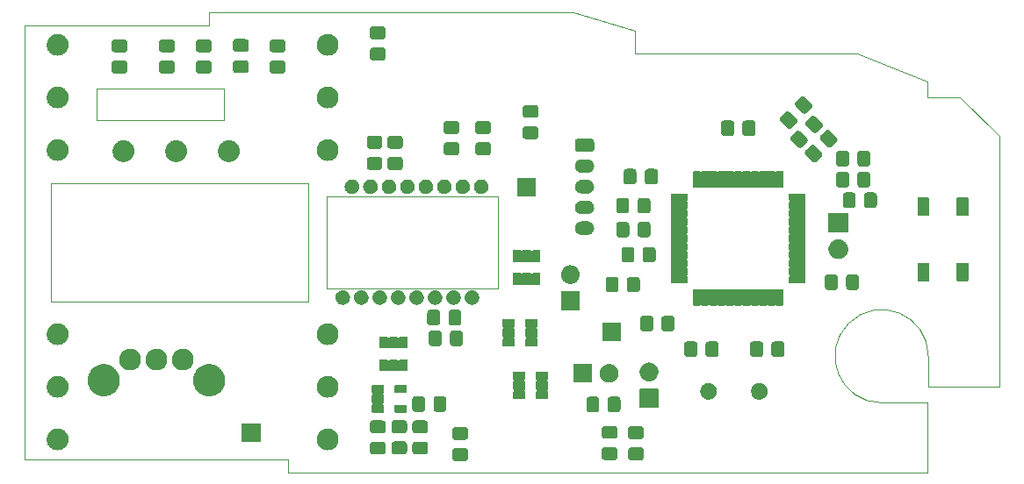
<source format=gbr>
G04 #@! TF.GenerationSoftware,KiCad,Pcbnew,5.99.0-unknown-d20d310~86~ubuntu18.04.1*
G04 #@! TF.CreationDate,2019-12-01T22:12:42+00:00*
G04 #@! TF.ProjectId,mouse8,6d6f7573-6538-42e6-9b69-6361645f7063,rev?*
G04 #@! TF.SameCoordinates,Original*
G04 #@! TF.FileFunction,Soldermask,Top*
G04 #@! TF.FilePolarity,Negative*
%FSLAX46Y46*%
G04 Gerber Fmt 4.6, Leading zero omitted, Abs format (unit mm)*
G04 Created by KiCad (PCBNEW 5.99.0-unknown-d20d310~86~ubuntu18.04.1) date 2019-12-01 22:12:42*
%MOMM*%
%LPD*%
G04 APERTURE LIST*
%ADD10C,0.050000*%
G04 APERTURE END LIST*
D10*
X94150000Y89606250D02*
X58980000Y89606250D01*
X100075000Y87831250D02*
X94150000Y89606250D01*
X100075000Y87831250D02*
X100075000Y85581250D01*
X131400000Y81356250D02*
X135175000Y77656250D01*
X128195000Y81351250D02*
X131400000Y81356250D01*
X128200000Y82906250D02*
X128195000Y81351250D01*
X121475000Y85581250D02*
X128200000Y82906250D01*
X100075000Y85581250D02*
X121475000Y85581250D01*
X128195000Y45156250D02*
X66600000Y45156250D01*
X135175000Y77656250D02*
X135180000Y53411250D01*
X128325000Y53431250D02*
X135180000Y53411250D01*
X128200000Y51856250D02*
X128195000Y45156250D01*
X128325000Y56356250D02*
X128325000Y53431250D01*
X123825000Y51856250D02*
X128200000Y51856250D01*
X123825000Y51856250D02*
G75*
G02X128325000Y56356250I0J4500000D01*
G01*
X48108800Y82189450D02*
X48108800Y79192250D01*
X60453200Y82189450D02*
X48108800Y82189450D01*
X60453200Y79192250D02*
X60453200Y82189450D01*
X48108800Y79192250D02*
X60453200Y79192250D01*
X43740000Y73096250D02*
X68505000Y73096250D01*
X70283000Y62936250D02*
X70283000Y71826250D01*
X86793000Y62936250D02*
X70283000Y62936250D01*
X86793000Y71826250D02*
X86793000Y62936250D01*
X70283000Y71826250D02*
X86793000Y71826250D01*
X66600000Y46426250D02*
X66600000Y45156250D01*
X41200000Y46426250D02*
X66600000Y46426250D01*
X58980000Y88336250D02*
X41200000Y88336250D01*
X58980000Y89606250D02*
X58980000Y88336250D01*
X43740000Y61666250D02*
X43740000Y62301250D01*
X68505000Y61666250D02*
X68505000Y62301250D01*
X68505000Y73096250D02*
X68505000Y62301250D01*
X43740000Y62301250D02*
X43740000Y73096250D01*
X68505000Y61666250D02*
X43740000Y61666250D01*
X41200000Y46426250D02*
X41200000Y88336250D01*
G36*
X83721756Y47467236D02*
G01*
X83733227Y47461712D01*
X83741287Y47460205D01*
X83758547Y47449518D01*
X83803638Y47427803D01*
X83823738Y47409153D01*
X83836964Y47400964D01*
X83847265Y47387324D01*
X83870264Y47365984D01*
X83892614Y47327273D01*
X83904781Y47311161D01*
X83906751Y47302787D01*
X83914506Y47289354D01*
X83933419Y47189399D01*
X83936883Y47174670D01*
X83936883Y47171091D01*
X83938194Y47164162D01*
X83938194Y46541483D01*
X83923236Y46442244D01*
X83917712Y46430773D01*
X83916205Y46422713D01*
X83905518Y46405453D01*
X83883803Y46360362D01*
X83865153Y46340262D01*
X83856964Y46327036D01*
X83843324Y46316735D01*
X83821984Y46293736D01*
X83783273Y46271386D01*
X83767161Y46259219D01*
X83758787Y46257249D01*
X83745354Y46249494D01*
X83645399Y46230581D01*
X83630670Y46227117D01*
X83627091Y46227117D01*
X83620162Y46225806D01*
X82747483Y46225806D01*
X82648244Y46240764D01*
X82636773Y46246288D01*
X82628713Y46247795D01*
X82611453Y46258482D01*
X82566362Y46280197D01*
X82546262Y46298847D01*
X82533036Y46307036D01*
X82522735Y46320676D01*
X82499736Y46342016D01*
X82477386Y46380727D01*
X82465219Y46396839D01*
X82463249Y46405213D01*
X82455494Y46418646D01*
X82436581Y46518601D01*
X82433117Y46533330D01*
X82433117Y46536909D01*
X82431806Y46543838D01*
X82431806Y47166517D01*
X82446764Y47265756D01*
X82452288Y47277227D01*
X82453795Y47285287D01*
X82464482Y47302547D01*
X82486197Y47347638D01*
X82504847Y47367738D01*
X82513036Y47380964D01*
X82526676Y47391265D01*
X82548016Y47414264D01*
X82586727Y47436614D01*
X82602839Y47448781D01*
X82611213Y47450751D01*
X82624646Y47458506D01*
X82724601Y47477419D01*
X82739330Y47480883D01*
X82742909Y47480883D01*
X82749838Y47482194D01*
X83622517Y47482194D01*
X83721756Y47467236D01*
G37*
G36*
X100664756Y47538486D02*
G01*
X100676227Y47532962D01*
X100684287Y47531455D01*
X100701547Y47520768D01*
X100746638Y47499053D01*
X100766738Y47480403D01*
X100779964Y47472214D01*
X100790265Y47458574D01*
X100813264Y47437234D01*
X100835614Y47398523D01*
X100847781Y47382411D01*
X100849751Y47374037D01*
X100857506Y47360604D01*
X100876419Y47260649D01*
X100879883Y47245920D01*
X100879883Y47242341D01*
X100881194Y47235412D01*
X100881194Y46612733D01*
X100866236Y46513494D01*
X100860712Y46502023D01*
X100859205Y46493963D01*
X100848518Y46476703D01*
X100826803Y46431612D01*
X100808153Y46411512D01*
X100799964Y46398286D01*
X100786324Y46387985D01*
X100764984Y46364986D01*
X100726273Y46342636D01*
X100710161Y46330469D01*
X100701787Y46328499D01*
X100688354Y46320744D01*
X100588399Y46301831D01*
X100573670Y46298367D01*
X100570091Y46298367D01*
X100563162Y46297056D01*
X99690483Y46297056D01*
X99591244Y46312014D01*
X99579773Y46317538D01*
X99571713Y46319045D01*
X99554453Y46329732D01*
X99509362Y46351447D01*
X99489262Y46370097D01*
X99476036Y46378286D01*
X99465735Y46391926D01*
X99442736Y46413266D01*
X99420386Y46451977D01*
X99408219Y46468089D01*
X99406249Y46476463D01*
X99398494Y46489896D01*
X99379581Y46589851D01*
X99376117Y46604580D01*
X99376117Y46608159D01*
X99374806Y46615088D01*
X99374806Y47237767D01*
X99389764Y47337006D01*
X99395288Y47348477D01*
X99396795Y47356537D01*
X99407482Y47373797D01*
X99429197Y47418888D01*
X99447847Y47438988D01*
X99456036Y47452214D01*
X99469676Y47462515D01*
X99491016Y47485514D01*
X99529727Y47507864D01*
X99545839Y47520031D01*
X99554213Y47522001D01*
X99567646Y47529756D01*
X99667601Y47548669D01*
X99682330Y47552133D01*
X99685909Y47552133D01*
X99692838Y47553444D01*
X100565517Y47553444D01*
X100664756Y47538486D01*
G37*
G36*
X98124756Y47574986D02*
G01*
X98136227Y47569462D01*
X98144287Y47567955D01*
X98161547Y47557268D01*
X98206638Y47535553D01*
X98226738Y47516903D01*
X98239964Y47508714D01*
X98250265Y47495074D01*
X98273264Y47473734D01*
X98295614Y47435023D01*
X98307781Y47418911D01*
X98309751Y47410537D01*
X98317506Y47397104D01*
X98336419Y47297149D01*
X98339883Y47282420D01*
X98339883Y47278841D01*
X98341194Y47271912D01*
X98341194Y46649233D01*
X98326236Y46549994D01*
X98320712Y46538523D01*
X98319205Y46530463D01*
X98308518Y46513203D01*
X98286803Y46468112D01*
X98268153Y46448012D01*
X98259964Y46434786D01*
X98246324Y46424485D01*
X98224984Y46401486D01*
X98186273Y46379136D01*
X98170161Y46366969D01*
X98161787Y46364999D01*
X98148354Y46357244D01*
X98048399Y46338331D01*
X98033670Y46334867D01*
X98030091Y46334867D01*
X98023162Y46333556D01*
X97150483Y46333556D01*
X97051244Y46348514D01*
X97039773Y46354038D01*
X97031713Y46355545D01*
X97014453Y46366232D01*
X96969362Y46387947D01*
X96949262Y46406597D01*
X96936036Y46414786D01*
X96925735Y46428426D01*
X96902736Y46449766D01*
X96880386Y46488477D01*
X96868219Y46504589D01*
X96866249Y46512963D01*
X96858494Y46526396D01*
X96839581Y46626351D01*
X96836117Y46641080D01*
X96836117Y46644659D01*
X96834806Y46651588D01*
X96834806Y47274267D01*
X96849764Y47373506D01*
X96855288Y47384977D01*
X96856795Y47393037D01*
X96867482Y47410297D01*
X96889197Y47455388D01*
X96907847Y47475488D01*
X96916036Y47488714D01*
X96929676Y47499015D01*
X96951016Y47522014D01*
X96989727Y47544364D01*
X97005839Y47556531D01*
X97014213Y47558501D01*
X97027646Y47566256D01*
X97127601Y47585169D01*
X97142330Y47588633D01*
X97145909Y47588633D01*
X97152838Y47589944D01*
X98025517Y47589944D01*
X98124756Y47574986D01*
G37*
G36*
X79860956Y48102236D02*
G01*
X79872427Y48096712D01*
X79880487Y48095205D01*
X79897747Y48084518D01*
X79942838Y48062803D01*
X79962938Y48044153D01*
X79976164Y48035964D01*
X79986465Y48022324D01*
X80009464Y48000984D01*
X80031814Y47962273D01*
X80043981Y47946161D01*
X80045951Y47937787D01*
X80053706Y47924354D01*
X80072619Y47824399D01*
X80076083Y47809670D01*
X80076083Y47806091D01*
X80077394Y47799162D01*
X80077394Y47176483D01*
X80062436Y47077244D01*
X80056912Y47065773D01*
X80055405Y47057713D01*
X80044718Y47040453D01*
X80023003Y46995362D01*
X80004353Y46975262D01*
X79996164Y46962036D01*
X79982524Y46951735D01*
X79961184Y46928736D01*
X79922473Y46906386D01*
X79906361Y46894219D01*
X79897987Y46892249D01*
X79884554Y46884494D01*
X79784599Y46865581D01*
X79769870Y46862117D01*
X79766291Y46862117D01*
X79759362Y46860806D01*
X78886683Y46860806D01*
X78787444Y46875764D01*
X78775973Y46881288D01*
X78767913Y46882795D01*
X78750653Y46893482D01*
X78705562Y46915197D01*
X78685462Y46933847D01*
X78672236Y46942036D01*
X78661935Y46955676D01*
X78638936Y46977016D01*
X78616586Y47015727D01*
X78604419Y47031839D01*
X78602449Y47040213D01*
X78594694Y47053646D01*
X78575781Y47153601D01*
X78572317Y47168330D01*
X78572317Y47171909D01*
X78571006Y47178838D01*
X78571006Y47801517D01*
X78585964Y47900756D01*
X78591488Y47912227D01*
X78592995Y47920287D01*
X78603682Y47937547D01*
X78625397Y47982638D01*
X78644047Y48002738D01*
X78652236Y48015964D01*
X78665876Y48026265D01*
X78687216Y48049264D01*
X78725927Y48071614D01*
X78742039Y48083781D01*
X78750413Y48085751D01*
X78763846Y48093506D01*
X78863801Y48112419D01*
X78878530Y48115883D01*
X78882109Y48115883D01*
X78889038Y48117194D01*
X79761717Y48117194D01*
X79860956Y48102236D01*
G37*
G36*
X75771556Y48102236D02*
G01*
X75783027Y48096712D01*
X75791087Y48095205D01*
X75808347Y48084518D01*
X75853438Y48062803D01*
X75873538Y48044153D01*
X75886764Y48035964D01*
X75897065Y48022324D01*
X75920064Y48000984D01*
X75942414Y47962273D01*
X75954581Y47946161D01*
X75956551Y47937787D01*
X75964306Y47924354D01*
X75983219Y47824399D01*
X75986683Y47809670D01*
X75986683Y47806091D01*
X75987994Y47799162D01*
X75987994Y47176483D01*
X75973036Y47077244D01*
X75967512Y47065773D01*
X75966005Y47057713D01*
X75955318Y47040453D01*
X75933603Y46995362D01*
X75914953Y46975262D01*
X75906764Y46962036D01*
X75893124Y46951735D01*
X75871784Y46928736D01*
X75833073Y46906386D01*
X75816961Y46894219D01*
X75808587Y46892249D01*
X75795154Y46884494D01*
X75695199Y46865581D01*
X75680470Y46862117D01*
X75676891Y46862117D01*
X75669962Y46860806D01*
X74797283Y46860806D01*
X74698044Y46875764D01*
X74686573Y46881288D01*
X74678513Y46882795D01*
X74661253Y46893482D01*
X74616162Y46915197D01*
X74596062Y46933847D01*
X74582836Y46942036D01*
X74572535Y46955676D01*
X74549536Y46977016D01*
X74527186Y47015727D01*
X74515019Y47031839D01*
X74513049Y47040213D01*
X74505294Y47053646D01*
X74486381Y47153601D01*
X74482917Y47168330D01*
X74482917Y47171909D01*
X74481606Y47178838D01*
X74481606Y47801517D01*
X74496564Y47900756D01*
X74502088Y47912227D01*
X74503595Y47920287D01*
X74514282Y47937547D01*
X74535997Y47982638D01*
X74554647Y48002738D01*
X74562836Y48015964D01*
X74576476Y48026265D01*
X74597816Y48049264D01*
X74636527Y48071614D01*
X74652639Y48083781D01*
X74661013Y48085751D01*
X74674446Y48093506D01*
X74774401Y48112419D01*
X74789130Y48115883D01*
X74792709Y48115883D01*
X74799638Y48117194D01*
X75672317Y48117194D01*
X75771556Y48102236D01*
G37*
G36*
X77854356Y48127636D02*
G01*
X77865827Y48122112D01*
X77873887Y48120605D01*
X77891147Y48109918D01*
X77936238Y48088203D01*
X77956338Y48069553D01*
X77969564Y48061364D01*
X77979865Y48047724D01*
X78002864Y48026384D01*
X78025214Y47987673D01*
X78037381Y47971561D01*
X78039351Y47963187D01*
X78047106Y47949754D01*
X78066019Y47849799D01*
X78069483Y47835070D01*
X78069483Y47831491D01*
X78070794Y47824562D01*
X78070794Y47201883D01*
X78055836Y47102644D01*
X78050312Y47091173D01*
X78048805Y47083113D01*
X78038118Y47065853D01*
X78016403Y47020762D01*
X77997753Y47000662D01*
X77989564Y46987436D01*
X77975924Y46977135D01*
X77954584Y46954136D01*
X77915873Y46931786D01*
X77899761Y46919619D01*
X77891387Y46917649D01*
X77877954Y46909894D01*
X77777999Y46890981D01*
X77763270Y46887517D01*
X77759691Y46887517D01*
X77752762Y46886206D01*
X76880083Y46886206D01*
X76780844Y46901164D01*
X76769373Y46906688D01*
X76761313Y46908195D01*
X76744053Y46918882D01*
X76698962Y46940597D01*
X76678862Y46959247D01*
X76665636Y46967436D01*
X76655335Y46981076D01*
X76632336Y47002416D01*
X76609986Y47041127D01*
X76597819Y47057239D01*
X76595849Y47065613D01*
X76588094Y47079046D01*
X76569181Y47179001D01*
X76565717Y47193730D01*
X76565717Y47197309D01*
X76564406Y47204238D01*
X76564406Y47826917D01*
X76579364Y47926156D01*
X76584888Y47937627D01*
X76586395Y47945687D01*
X76597082Y47962947D01*
X76618797Y48008038D01*
X76637447Y48028138D01*
X76645636Y48041364D01*
X76659276Y48051665D01*
X76680616Y48074664D01*
X76719327Y48097014D01*
X76735439Y48109181D01*
X76743813Y48111151D01*
X76757246Y48118906D01*
X76857201Y48137819D01*
X76871930Y48141283D01*
X76875509Y48141283D01*
X76882438Y48142594D01*
X77755117Y48142594D01*
X77854356Y48127636D01*
G37*
G36*
X44434591Y49381905D02*
G01*
X44485391Y49381550D01*
X44536051Y49371151D01*
X44581828Y49366299D01*
X44631287Y49351602D01*
X44687293Y49340105D01*
X44729069Y49322544D01*
X44766981Y49311278D01*
X44818722Y49284858D01*
X44877300Y49260234D01*
X44909564Y49238471D01*
X44939015Y49223433D01*
X44990254Y49184045D01*
X45048174Y49144977D01*
X45071070Y49121920D01*
X45092158Y49105710D01*
X45139764Y49052746D01*
X45193407Y48998727D01*
X45207831Y48977017D01*
X45221284Y48962050D01*
X45261922Y48895604D01*
X45307468Y48827052D01*
X45314950Y48808900D01*
X45322065Y48797266D01*
X45352378Y48718092D01*
X45386011Y48636492D01*
X45388572Y48623557D01*
X45391132Y48616871D01*
X45407931Y48525789D01*
X45426045Y48434306D01*
X45422757Y48198887D01*
X45419234Y48183381D01*
X45419069Y48177277D01*
X45397745Y48088797D01*
X45377094Y47997898D01*
X45374358Y47991753D01*
X45374199Y47991093D01*
X45316914Y47862732D01*
X45293261Y47809605D01*
X45239257Y47733050D01*
X45185932Y47655607D01*
X45181520Y47651202D01*
X45174451Y47641182D01*
X45109969Y47579776D01*
X45049227Y47519141D01*
X45038742Y47511948D01*
X45025191Y47499044D01*
X44954960Y47454474D01*
X44889942Y47409872D01*
X44872400Y47402080D01*
X44851165Y47388604D01*
X44779347Y47360747D01*
X44713410Y47331459D01*
X44688446Y47325489D01*
X44659002Y47314068D01*
X44589304Y47301779D01*
X44525543Y47286530D01*
X44493438Y47284875D01*
X44456022Y47278278D01*
X44391608Y47279627D01*
X44332641Y47276588D01*
X44294342Y47281664D01*
X44249955Y47282594D01*
X44193223Y47295067D01*
X44141152Y47301969D01*
X44098267Y47315944D01*
X44048652Y47326853D01*
X44001265Y47347556D01*
X43957498Y47361819D01*
X43912176Y47386478D01*
X43859779Y47409370D01*
X43822565Y47435234D01*
X43787825Y47454136D01*
X43742703Y47490740D01*
X43690530Y47527001D01*
X43663502Y47554990D01*
X43637814Y47575828D01*
X43595877Y47625017D01*
X43547353Y47675265D01*
X43529751Y47702578D01*
X43512495Y47722818D01*
X43476942Y47784522D01*
X43435701Y47848516D01*
X43426105Y47872752D01*
X43416060Y47890186D01*
X43390127Y47963622D01*
X43359826Y48040154D01*
X43356282Y48059465D01*
X43351739Y48072329D01*
X43338546Y48156098D01*
X43322619Y48242879D01*
X43322803Y48256062D01*
X43321689Y48263136D01*
X43324196Y48355790D01*
X43325497Y48448971D01*
X43326895Y48455547D01*
X43326913Y48456224D01*
X43356406Y48594387D01*
X43368350Y48650578D01*
X43405226Y48736615D01*
X43441315Y48823528D01*
X43444718Y48828758D01*
X43449546Y48840023D01*
X43499828Y48913459D01*
X43546658Y48985432D01*
X43555423Y48994652D01*
X43565992Y49010088D01*
X43625409Y49068273D01*
X43679745Y49125432D01*
X43695286Y49136703D01*
X43713253Y49154297D01*
X43777701Y49196470D01*
X43836118Y49238835D01*
X43859301Y49249868D01*
X43885720Y49267156D01*
X43951316Y49293659D01*
X44010532Y49321840D01*
X44041596Y49330134D01*
X44076823Y49344367D01*
X44140128Y49356443D01*
X44197159Y49371671D01*
X44235663Y49374668D01*
X44279284Y49382989D01*
X44337370Y49382583D01*
X44389735Y49386659D01*
X44434591Y49381905D01*
G37*
G36*
X70469591Y49381905D02*
G01*
X70520391Y49381550D01*
X70571051Y49371151D01*
X70616828Y49366299D01*
X70666287Y49351602D01*
X70722293Y49340105D01*
X70764069Y49322544D01*
X70801981Y49311278D01*
X70853722Y49284858D01*
X70912300Y49260234D01*
X70944564Y49238471D01*
X70974015Y49223433D01*
X71025254Y49184045D01*
X71083174Y49144977D01*
X71106070Y49121920D01*
X71127158Y49105710D01*
X71174764Y49052746D01*
X71228407Y48998727D01*
X71242831Y48977017D01*
X71256284Y48962050D01*
X71296922Y48895604D01*
X71342468Y48827052D01*
X71349950Y48808900D01*
X71357065Y48797266D01*
X71387378Y48718092D01*
X71421011Y48636492D01*
X71423572Y48623557D01*
X71426132Y48616871D01*
X71442931Y48525789D01*
X71461045Y48434306D01*
X71457757Y48198887D01*
X71454234Y48183381D01*
X71454069Y48177277D01*
X71432745Y48088797D01*
X71412094Y47997898D01*
X71409358Y47991753D01*
X71409199Y47991093D01*
X71351914Y47862732D01*
X71328261Y47809605D01*
X71274257Y47733050D01*
X71220932Y47655607D01*
X71216520Y47651202D01*
X71209451Y47641182D01*
X71144969Y47579776D01*
X71084227Y47519141D01*
X71073742Y47511948D01*
X71060191Y47499044D01*
X70989960Y47454474D01*
X70924942Y47409872D01*
X70907400Y47402080D01*
X70886165Y47388604D01*
X70814347Y47360747D01*
X70748410Y47331459D01*
X70723446Y47325489D01*
X70694002Y47314068D01*
X70624304Y47301779D01*
X70560543Y47286530D01*
X70528438Y47284875D01*
X70491022Y47278278D01*
X70426608Y47279627D01*
X70367641Y47276588D01*
X70329342Y47281664D01*
X70284955Y47282594D01*
X70228223Y47295067D01*
X70176152Y47301969D01*
X70133267Y47315944D01*
X70083652Y47326853D01*
X70036265Y47347556D01*
X69992498Y47361819D01*
X69947176Y47386478D01*
X69894779Y47409370D01*
X69857565Y47435234D01*
X69822825Y47454136D01*
X69777703Y47490740D01*
X69725530Y47527001D01*
X69698502Y47554990D01*
X69672814Y47575828D01*
X69630877Y47625017D01*
X69582353Y47675265D01*
X69564751Y47702578D01*
X69547495Y47722818D01*
X69511942Y47784522D01*
X69470701Y47848516D01*
X69461105Y47872752D01*
X69451060Y47890186D01*
X69425127Y47963622D01*
X69394826Y48040154D01*
X69391282Y48059465D01*
X69386739Y48072329D01*
X69373546Y48156098D01*
X69357619Y48242879D01*
X69357803Y48256062D01*
X69356689Y48263136D01*
X69359196Y48355790D01*
X69360497Y48448971D01*
X69361895Y48455547D01*
X69361913Y48456224D01*
X69391406Y48594387D01*
X69403350Y48650578D01*
X69440226Y48736615D01*
X69476315Y48823528D01*
X69479718Y48828758D01*
X69484546Y48840023D01*
X69534828Y48913459D01*
X69581658Y48985432D01*
X69590423Y48994652D01*
X69600992Y49010088D01*
X69660409Y49068273D01*
X69714745Y49125432D01*
X69730286Y49136703D01*
X69748253Y49154297D01*
X69812701Y49196470D01*
X69871118Y49238835D01*
X69894301Y49249868D01*
X69920720Y49267156D01*
X69986316Y49293659D01*
X70045532Y49321840D01*
X70076596Y49330134D01*
X70111823Y49344367D01*
X70175128Y49356443D01*
X70232159Y49371671D01*
X70270663Y49374668D01*
X70314284Y49382989D01*
X70372370Y49382583D01*
X70424735Y49386659D01*
X70469591Y49381905D01*
G37*
G36*
X63913899Y49864291D02*
G01*
X63930769Y49853019D01*
X63942041Y49836149D01*
X63948448Y49803938D01*
X63948448Y48128562D01*
X63945999Y48116250D01*
X63942041Y48096351D01*
X63930769Y48079481D01*
X63913899Y48068209D01*
X63894000Y48064251D01*
X63881688Y48061802D01*
X62206312Y48061802D01*
X62174101Y48068209D01*
X62157231Y48079481D01*
X62145959Y48096351D01*
X62139552Y48128562D01*
X62139552Y49803938D01*
X62145959Y49836149D01*
X62157231Y49853019D01*
X62174101Y49864291D01*
X62206312Y49870698D01*
X63881688Y49870698D01*
X63913899Y49864291D01*
G37*
G36*
X83721756Y49517236D02*
G01*
X83733227Y49511712D01*
X83741287Y49510205D01*
X83758547Y49499518D01*
X83803638Y49477803D01*
X83823738Y49459153D01*
X83836964Y49450964D01*
X83847265Y49437324D01*
X83870264Y49415984D01*
X83892614Y49377273D01*
X83904781Y49361161D01*
X83906751Y49352787D01*
X83914506Y49339354D01*
X83933419Y49239399D01*
X83936883Y49224670D01*
X83936883Y49221091D01*
X83938194Y49214162D01*
X83938194Y48591483D01*
X83923236Y48492244D01*
X83917712Y48480773D01*
X83916205Y48472713D01*
X83905518Y48455453D01*
X83883803Y48410362D01*
X83865153Y48390262D01*
X83856964Y48377036D01*
X83843324Y48366735D01*
X83821984Y48343736D01*
X83783273Y48321386D01*
X83767161Y48309219D01*
X83758787Y48307249D01*
X83745354Y48299494D01*
X83645399Y48280581D01*
X83630670Y48277117D01*
X83627091Y48277117D01*
X83620162Y48275806D01*
X82747483Y48275806D01*
X82648244Y48290764D01*
X82636773Y48296288D01*
X82628713Y48297795D01*
X82611453Y48308482D01*
X82566362Y48330197D01*
X82546262Y48348847D01*
X82533036Y48357036D01*
X82522735Y48370676D01*
X82499736Y48392016D01*
X82477386Y48430727D01*
X82465219Y48446839D01*
X82463249Y48455213D01*
X82455494Y48468646D01*
X82436581Y48568601D01*
X82433117Y48583330D01*
X82433117Y48586909D01*
X82431806Y48593838D01*
X82431806Y49216517D01*
X82446764Y49315756D01*
X82452288Y49327227D01*
X82453795Y49335287D01*
X82464482Y49352547D01*
X82486197Y49397638D01*
X82504847Y49417738D01*
X82513036Y49430964D01*
X82526676Y49441265D01*
X82548016Y49464264D01*
X82586727Y49486614D01*
X82602839Y49498781D01*
X82611213Y49500751D01*
X82624646Y49508506D01*
X82724601Y49527419D01*
X82739330Y49530883D01*
X82742909Y49530883D01*
X82749838Y49532194D01*
X83622517Y49532194D01*
X83721756Y49517236D01*
G37*
G36*
X100664756Y49588486D02*
G01*
X100676227Y49582962D01*
X100684287Y49581455D01*
X100701547Y49570768D01*
X100746638Y49549053D01*
X100766738Y49530403D01*
X100779964Y49522214D01*
X100790265Y49508574D01*
X100813264Y49487234D01*
X100835614Y49448523D01*
X100847781Y49432411D01*
X100849751Y49424037D01*
X100857506Y49410604D01*
X100876419Y49310649D01*
X100879883Y49295920D01*
X100879883Y49292341D01*
X100881194Y49285412D01*
X100881194Y48662733D01*
X100866236Y48563494D01*
X100860712Y48552023D01*
X100859205Y48543963D01*
X100848518Y48526703D01*
X100826803Y48481612D01*
X100808153Y48461512D01*
X100799964Y48448286D01*
X100786324Y48437985D01*
X100764984Y48414986D01*
X100726273Y48392636D01*
X100710161Y48380469D01*
X100701787Y48378499D01*
X100688354Y48370744D01*
X100588399Y48351831D01*
X100573670Y48348367D01*
X100570091Y48348367D01*
X100563162Y48347056D01*
X99690483Y48347056D01*
X99591244Y48362014D01*
X99579773Y48367538D01*
X99571713Y48369045D01*
X99554453Y48379732D01*
X99509362Y48401447D01*
X99489262Y48420097D01*
X99476036Y48428286D01*
X99465735Y48441926D01*
X99442736Y48463266D01*
X99420386Y48501977D01*
X99408219Y48518089D01*
X99406249Y48526463D01*
X99398494Y48539896D01*
X99379581Y48639851D01*
X99376117Y48654580D01*
X99376117Y48658159D01*
X99374806Y48665088D01*
X99374806Y49287767D01*
X99389764Y49387006D01*
X99395288Y49398477D01*
X99396795Y49406537D01*
X99407482Y49423797D01*
X99429197Y49468888D01*
X99447847Y49488988D01*
X99456036Y49502214D01*
X99469676Y49512515D01*
X99491016Y49535514D01*
X99529727Y49557864D01*
X99545839Y49570031D01*
X99554213Y49572001D01*
X99567646Y49579756D01*
X99667601Y49598669D01*
X99682330Y49602133D01*
X99685909Y49602133D01*
X99692838Y49603444D01*
X100565517Y49603444D01*
X100664756Y49588486D01*
G37*
G36*
X98124756Y49624986D02*
G01*
X98136227Y49619462D01*
X98144287Y49617955D01*
X98161547Y49607268D01*
X98206638Y49585553D01*
X98226738Y49566903D01*
X98239964Y49558714D01*
X98250265Y49545074D01*
X98273264Y49523734D01*
X98295614Y49485023D01*
X98307781Y49468911D01*
X98309751Y49460537D01*
X98317506Y49447104D01*
X98336419Y49347149D01*
X98339883Y49332420D01*
X98339883Y49328841D01*
X98341194Y49321912D01*
X98341194Y48699233D01*
X98326236Y48599994D01*
X98320712Y48588523D01*
X98319205Y48580463D01*
X98308518Y48563203D01*
X98286803Y48518112D01*
X98268153Y48498012D01*
X98259964Y48484786D01*
X98246324Y48474485D01*
X98224984Y48451486D01*
X98186273Y48429136D01*
X98170161Y48416969D01*
X98161787Y48414999D01*
X98148354Y48407244D01*
X98048399Y48388331D01*
X98033670Y48384867D01*
X98030091Y48384867D01*
X98023162Y48383556D01*
X97150483Y48383556D01*
X97051244Y48398514D01*
X97039773Y48404038D01*
X97031713Y48405545D01*
X97014453Y48416232D01*
X96969362Y48437947D01*
X96949262Y48456597D01*
X96936036Y48464786D01*
X96925735Y48478426D01*
X96902736Y48499766D01*
X96880386Y48538477D01*
X96868219Y48554589D01*
X96866249Y48562963D01*
X96858494Y48576396D01*
X96839581Y48676351D01*
X96836117Y48691080D01*
X96836117Y48694659D01*
X96834806Y48701588D01*
X96834806Y49324267D01*
X96849764Y49423506D01*
X96855288Y49434977D01*
X96856795Y49443037D01*
X96867482Y49460297D01*
X96889197Y49505388D01*
X96907847Y49525488D01*
X96916036Y49538714D01*
X96929676Y49549015D01*
X96951016Y49572014D01*
X96989727Y49594364D01*
X97005839Y49606531D01*
X97014213Y49608501D01*
X97027646Y49616256D01*
X97127601Y49635169D01*
X97142330Y49638633D01*
X97145909Y49638633D01*
X97152838Y49639944D01*
X98025517Y49639944D01*
X98124756Y49624986D01*
G37*
G36*
X75771556Y50152236D02*
G01*
X75783027Y50146712D01*
X75791087Y50145205D01*
X75808347Y50134518D01*
X75853438Y50112803D01*
X75873538Y50094153D01*
X75886764Y50085964D01*
X75897065Y50072324D01*
X75920064Y50050984D01*
X75942414Y50012273D01*
X75954581Y49996161D01*
X75956551Y49987787D01*
X75964306Y49974354D01*
X75983219Y49874399D01*
X75986683Y49859670D01*
X75986683Y49856091D01*
X75987994Y49849162D01*
X75987994Y49226483D01*
X75973036Y49127244D01*
X75967512Y49115773D01*
X75966005Y49107713D01*
X75955318Y49090453D01*
X75933603Y49045362D01*
X75914953Y49025262D01*
X75906764Y49012036D01*
X75893124Y49001735D01*
X75871784Y48978736D01*
X75833073Y48956386D01*
X75816961Y48944219D01*
X75808587Y48942249D01*
X75795154Y48934494D01*
X75695199Y48915581D01*
X75680470Y48912117D01*
X75676891Y48912117D01*
X75669962Y48910806D01*
X74797283Y48910806D01*
X74698044Y48925764D01*
X74686573Y48931288D01*
X74678513Y48932795D01*
X74661253Y48943482D01*
X74616162Y48965197D01*
X74596062Y48983847D01*
X74582836Y48992036D01*
X74572535Y49005676D01*
X74549536Y49027016D01*
X74527186Y49065727D01*
X74515019Y49081839D01*
X74513049Y49090213D01*
X74505294Y49103646D01*
X74486381Y49203601D01*
X74482917Y49218330D01*
X74482917Y49221909D01*
X74481606Y49228838D01*
X74481606Y49851517D01*
X74496564Y49950756D01*
X74502088Y49962227D01*
X74503595Y49970287D01*
X74514282Y49987547D01*
X74535997Y50032638D01*
X74554647Y50052738D01*
X74562836Y50065964D01*
X74576476Y50076265D01*
X74597816Y50099264D01*
X74636527Y50121614D01*
X74652639Y50133781D01*
X74661013Y50135751D01*
X74674446Y50143506D01*
X74774401Y50162419D01*
X74789130Y50165883D01*
X74792709Y50165883D01*
X74799638Y50167194D01*
X75672317Y50167194D01*
X75771556Y50152236D01*
G37*
G36*
X79860956Y50152236D02*
G01*
X79872427Y50146712D01*
X79880487Y50145205D01*
X79897747Y50134518D01*
X79942838Y50112803D01*
X79962938Y50094153D01*
X79976164Y50085964D01*
X79986465Y50072324D01*
X80009464Y50050984D01*
X80031814Y50012273D01*
X80043981Y49996161D01*
X80045951Y49987787D01*
X80053706Y49974354D01*
X80072619Y49874399D01*
X80076083Y49859670D01*
X80076083Y49856091D01*
X80077394Y49849162D01*
X80077394Y49226483D01*
X80062436Y49127244D01*
X80056912Y49115773D01*
X80055405Y49107713D01*
X80044718Y49090453D01*
X80023003Y49045362D01*
X80004353Y49025262D01*
X79996164Y49012036D01*
X79982524Y49001735D01*
X79961184Y48978736D01*
X79922473Y48956386D01*
X79906361Y48944219D01*
X79897987Y48942249D01*
X79884554Y48934494D01*
X79784599Y48915581D01*
X79769870Y48912117D01*
X79766291Y48912117D01*
X79759362Y48910806D01*
X78886683Y48910806D01*
X78787444Y48925764D01*
X78775973Y48931288D01*
X78767913Y48932795D01*
X78750653Y48943482D01*
X78705562Y48965197D01*
X78685462Y48983847D01*
X78672236Y48992036D01*
X78661935Y49005676D01*
X78638936Y49027016D01*
X78616586Y49065727D01*
X78604419Y49081839D01*
X78602449Y49090213D01*
X78594694Y49103646D01*
X78575781Y49203601D01*
X78572317Y49218330D01*
X78572317Y49221909D01*
X78571006Y49228838D01*
X78571006Y49851517D01*
X78585964Y49950756D01*
X78591488Y49962227D01*
X78592995Y49970287D01*
X78603682Y49987547D01*
X78625397Y50032638D01*
X78644047Y50052738D01*
X78652236Y50065964D01*
X78665876Y50076265D01*
X78687216Y50099264D01*
X78725927Y50121614D01*
X78742039Y50133781D01*
X78750413Y50135751D01*
X78763846Y50143506D01*
X78863801Y50162419D01*
X78878530Y50165883D01*
X78882109Y50165883D01*
X78889038Y50167194D01*
X79761717Y50167194D01*
X79860956Y50152236D01*
G37*
G36*
X77854356Y50177636D02*
G01*
X77865827Y50172112D01*
X77873887Y50170605D01*
X77891147Y50159918D01*
X77936238Y50138203D01*
X77956338Y50119553D01*
X77969564Y50111364D01*
X77979865Y50097724D01*
X78002864Y50076384D01*
X78025214Y50037673D01*
X78037381Y50021561D01*
X78039351Y50013187D01*
X78047106Y49999754D01*
X78066019Y49899799D01*
X78069483Y49885070D01*
X78069483Y49881491D01*
X78070794Y49874562D01*
X78070794Y49251883D01*
X78055836Y49152644D01*
X78050312Y49141173D01*
X78048805Y49133113D01*
X78038118Y49115853D01*
X78016403Y49070762D01*
X77997753Y49050662D01*
X77989564Y49037436D01*
X77975924Y49027135D01*
X77954584Y49004136D01*
X77915873Y48981786D01*
X77899761Y48969619D01*
X77891387Y48967649D01*
X77877954Y48959894D01*
X77777999Y48940981D01*
X77763270Y48937517D01*
X77759691Y48937517D01*
X77752762Y48936206D01*
X76880083Y48936206D01*
X76780844Y48951164D01*
X76769373Y48956688D01*
X76761313Y48958195D01*
X76744053Y48968882D01*
X76698962Y48990597D01*
X76678862Y49009247D01*
X76665636Y49017436D01*
X76655335Y49031076D01*
X76632336Y49052416D01*
X76609986Y49091127D01*
X76597819Y49107239D01*
X76595849Y49115613D01*
X76588094Y49129046D01*
X76569181Y49229001D01*
X76565717Y49243730D01*
X76565717Y49247309D01*
X76564406Y49254238D01*
X76564406Y49876917D01*
X76579364Y49976156D01*
X76584888Y49987627D01*
X76586395Y49995687D01*
X76597082Y50012947D01*
X76618797Y50058038D01*
X76637447Y50078138D01*
X76645636Y50091364D01*
X76659276Y50101665D01*
X76680616Y50124664D01*
X76719327Y50147014D01*
X76735439Y50159181D01*
X76743813Y50161151D01*
X76757246Y50168906D01*
X76857201Y50187819D01*
X76871930Y50191283D01*
X76875509Y50191283D01*
X76882438Y50192594D01*
X77755117Y50192594D01*
X77854356Y50177636D01*
G37*
G36*
X78002299Y51670841D02*
G01*
X78019169Y51659569D01*
X78030441Y51642699D01*
X78036848Y51610488D01*
X78036848Y50985112D01*
X78034399Y50972800D01*
X78030441Y50952901D01*
X78019169Y50936031D01*
X78002299Y50924759D01*
X77982400Y50920801D01*
X77970088Y50918352D01*
X76934712Y50918352D01*
X76902501Y50924759D01*
X76885631Y50936031D01*
X76874359Y50952901D01*
X76867952Y50985112D01*
X76867952Y51610488D01*
X76874359Y51642699D01*
X76885631Y51659569D01*
X76902501Y51670841D01*
X76934712Y51677248D01*
X77970088Y51677248D01*
X78002299Y51670841D01*
G37*
G36*
X75802299Y53570841D02*
G01*
X75819169Y53559569D01*
X75830441Y53542699D01*
X75836848Y53510488D01*
X75836848Y52885112D01*
X75834399Y52872800D01*
X75830441Y52852901D01*
X75819169Y52836031D01*
X75816034Y52833936D01*
X75805253Y52826733D01*
X75760086Y52772689D01*
X75751308Y52702806D01*
X75805253Y52618867D01*
X75819169Y52609569D01*
X75830441Y52592699D01*
X75836848Y52560488D01*
X75836848Y51935112D01*
X75830441Y51902901D01*
X75819169Y51886031D01*
X75805253Y51876733D01*
X75760086Y51822689D01*
X75751308Y51752806D01*
X75805253Y51668867D01*
X75819169Y51659569D01*
X75830441Y51642699D01*
X75836848Y51610488D01*
X75836848Y50985112D01*
X75834399Y50972800D01*
X75830441Y50952901D01*
X75819169Y50936031D01*
X75802299Y50924759D01*
X75782400Y50920801D01*
X75770088Y50918352D01*
X74734712Y50918352D01*
X74702501Y50924759D01*
X74685631Y50936031D01*
X74674359Y50952901D01*
X74667952Y50985112D01*
X74667952Y51610488D01*
X74674359Y51642699D01*
X74685631Y51659569D01*
X74699547Y51668867D01*
X74744714Y51722911D01*
X74753492Y51792794D01*
X74699547Y51876733D01*
X74685631Y51886031D01*
X74674359Y51902901D01*
X74667952Y51935112D01*
X74667952Y52560488D01*
X74674359Y52592699D01*
X74685631Y52609569D01*
X74699547Y52618867D01*
X74744714Y52672911D01*
X74753492Y52742794D01*
X74699547Y52826733D01*
X74688767Y52833936D01*
X74685631Y52836031D01*
X74674359Y52852901D01*
X74670401Y52872800D01*
X74667952Y52885112D01*
X74667952Y53510488D01*
X74674359Y53542699D01*
X74685631Y53559569D01*
X74702501Y53570841D01*
X74734712Y53577248D01*
X75770088Y53577248D01*
X75802299Y53570841D01*
G37*
G36*
X98436756Y52444486D02*
G01*
X98448227Y52438962D01*
X98456287Y52437455D01*
X98473547Y52426768D01*
X98518638Y52405053D01*
X98538738Y52386403D01*
X98551964Y52378214D01*
X98562265Y52364574D01*
X98585264Y52343234D01*
X98607614Y52304523D01*
X98619781Y52288411D01*
X98621751Y52280037D01*
X98629506Y52266604D01*
X98648419Y52166649D01*
X98651883Y52151920D01*
X98651883Y52148341D01*
X98653194Y52141412D01*
X98653194Y51268733D01*
X98638236Y51169494D01*
X98632712Y51158023D01*
X98631205Y51149963D01*
X98620518Y51132703D01*
X98598803Y51087612D01*
X98580153Y51067512D01*
X98571964Y51054286D01*
X98558324Y51043985D01*
X98536984Y51020986D01*
X98498273Y50998636D01*
X98482161Y50986469D01*
X98473787Y50984499D01*
X98460354Y50976744D01*
X98360399Y50957831D01*
X98345670Y50954367D01*
X98342091Y50954367D01*
X98335162Y50953056D01*
X97712483Y50953056D01*
X97613244Y50968014D01*
X97601773Y50973538D01*
X97593713Y50975045D01*
X97576453Y50985732D01*
X97531362Y51007447D01*
X97511262Y51026097D01*
X97498036Y51034286D01*
X97487735Y51047926D01*
X97464736Y51069266D01*
X97442386Y51107977D01*
X97430219Y51124089D01*
X97428249Y51132463D01*
X97420494Y51145896D01*
X97401581Y51245851D01*
X97398117Y51260580D01*
X97398117Y51264159D01*
X97396806Y51271088D01*
X97396806Y52143767D01*
X97411764Y52243006D01*
X97417288Y52254477D01*
X97418795Y52262537D01*
X97429482Y52279797D01*
X97451197Y52324888D01*
X97469847Y52344988D01*
X97478036Y52358214D01*
X97491676Y52368515D01*
X97513016Y52391514D01*
X97551727Y52413864D01*
X97567839Y52426031D01*
X97576213Y52428001D01*
X97589646Y52435756D01*
X97689601Y52454669D01*
X97704330Y52458133D01*
X97707909Y52458133D01*
X97714838Y52459444D01*
X98337517Y52459444D01*
X98436756Y52444486D01*
G37*
G36*
X96386756Y52444486D02*
G01*
X96398227Y52438962D01*
X96406287Y52437455D01*
X96423547Y52426768D01*
X96468638Y52405053D01*
X96488738Y52386403D01*
X96501964Y52378214D01*
X96512265Y52364574D01*
X96535264Y52343234D01*
X96557614Y52304523D01*
X96569781Y52288411D01*
X96571751Y52280037D01*
X96579506Y52266604D01*
X96598419Y52166649D01*
X96601883Y52151920D01*
X96601883Y52148341D01*
X96603194Y52141412D01*
X96603194Y51268733D01*
X96588236Y51169494D01*
X96582712Y51158023D01*
X96581205Y51149963D01*
X96570518Y51132703D01*
X96548803Y51087612D01*
X96530153Y51067512D01*
X96521964Y51054286D01*
X96508324Y51043985D01*
X96486984Y51020986D01*
X96448273Y50998636D01*
X96432161Y50986469D01*
X96423787Y50984499D01*
X96410354Y50976744D01*
X96310399Y50957831D01*
X96295670Y50954367D01*
X96292091Y50954367D01*
X96285162Y50953056D01*
X95662483Y50953056D01*
X95563244Y50968014D01*
X95551773Y50973538D01*
X95543713Y50975045D01*
X95526453Y50985732D01*
X95481362Y51007447D01*
X95461262Y51026097D01*
X95448036Y51034286D01*
X95437735Y51047926D01*
X95414736Y51069266D01*
X95392386Y51107977D01*
X95380219Y51124089D01*
X95378249Y51132463D01*
X95370494Y51145896D01*
X95351581Y51245851D01*
X95348117Y51260580D01*
X95348117Y51264159D01*
X95346806Y51271088D01*
X95346806Y52143767D01*
X95361764Y52243006D01*
X95367288Y52254477D01*
X95368795Y52262537D01*
X95379482Y52279797D01*
X95401197Y52324888D01*
X95419847Y52344988D01*
X95428036Y52358214D01*
X95441676Y52368515D01*
X95463016Y52391514D01*
X95501727Y52413864D01*
X95517839Y52426031D01*
X95526213Y52428001D01*
X95539646Y52435756D01*
X95639601Y52454669D01*
X95654330Y52458133D01*
X95657909Y52458133D01*
X95664838Y52459444D01*
X96287517Y52459444D01*
X96386756Y52444486D01*
G37*
G36*
X79599956Y52478036D02*
G01*
X79611427Y52472512D01*
X79619487Y52471005D01*
X79636747Y52460318D01*
X79681838Y52438603D01*
X79701938Y52419953D01*
X79715164Y52411764D01*
X79725465Y52398124D01*
X79748464Y52376784D01*
X79770814Y52338073D01*
X79782981Y52321961D01*
X79784951Y52313587D01*
X79792706Y52300154D01*
X79811619Y52200199D01*
X79815083Y52185470D01*
X79815083Y52181891D01*
X79816394Y52174962D01*
X79816394Y51302283D01*
X79801436Y51203044D01*
X79795912Y51191573D01*
X79794405Y51183513D01*
X79783718Y51166253D01*
X79762003Y51121162D01*
X79743353Y51101062D01*
X79735164Y51087836D01*
X79721524Y51077535D01*
X79700184Y51054536D01*
X79661473Y51032186D01*
X79645361Y51020019D01*
X79636987Y51018049D01*
X79623554Y51010294D01*
X79523599Y50991381D01*
X79508870Y50987917D01*
X79505291Y50987917D01*
X79498362Y50986606D01*
X78875683Y50986606D01*
X78776444Y51001564D01*
X78764973Y51007088D01*
X78756913Y51008595D01*
X78739653Y51019282D01*
X78694562Y51040997D01*
X78674462Y51059647D01*
X78661236Y51067836D01*
X78650935Y51081476D01*
X78627936Y51102816D01*
X78605586Y51141527D01*
X78593419Y51157639D01*
X78591449Y51166013D01*
X78583694Y51179446D01*
X78564781Y51279401D01*
X78561317Y51294130D01*
X78561317Y51297709D01*
X78560006Y51304638D01*
X78560006Y52177317D01*
X78574964Y52276556D01*
X78580488Y52288027D01*
X78581995Y52296087D01*
X78592682Y52313347D01*
X78614397Y52358438D01*
X78633047Y52378538D01*
X78641236Y52391764D01*
X78654876Y52402065D01*
X78676216Y52425064D01*
X78714927Y52447414D01*
X78731039Y52459581D01*
X78739413Y52461551D01*
X78752846Y52469306D01*
X78852801Y52488219D01*
X78867530Y52491683D01*
X78871109Y52491683D01*
X78878038Y52492994D01*
X79500717Y52492994D01*
X79599956Y52478036D01*
G37*
G36*
X81649956Y52478036D02*
G01*
X81661427Y52472512D01*
X81669487Y52471005D01*
X81686747Y52460318D01*
X81731838Y52438603D01*
X81751938Y52419953D01*
X81765164Y52411764D01*
X81775465Y52398124D01*
X81798464Y52376784D01*
X81820814Y52338073D01*
X81832981Y52321961D01*
X81834951Y52313587D01*
X81842706Y52300154D01*
X81861619Y52200199D01*
X81865083Y52185470D01*
X81865083Y52181891D01*
X81866394Y52174962D01*
X81866394Y51302283D01*
X81851436Y51203044D01*
X81845912Y51191573D01*
X81844405Y51183513D01*
X81833718Y51166253D01*
X81812003Y51121162D01*
X81793353Y51101062D01*
X81785164Y51087836D01*
X81771524Y51077535D01*
X81750184Y51054536D01*
X81711473Y51032186D01*
X81695361Y51020019D01*
X81686987Y51018049D01*
X81673554Y51010294D01*
X81573599Y50991381D01*
X81558870Y50987917D01*
X81555291Y50987917D01*
X81548362Y50986606D01*
X80925683Y50986606D01*
X80826444Y51001564D01*
X80814973Y51007088D01*
X80806913Y51008595D01*
X80789653Y51019282D01*
X80744562Y51040997D01*
X80724462Y51059647D01*
X80711236Y51067836D01*
X80700935Y51081476D01*
X80677936Y51102816D01*
X80655586Y51141527D01*
X80643419Y51157639D01*
X80641449Y51166013D01*
X80633694Y51179446D01*
X80614781Y51279401D01*
X80611317Y51294130D01*
X80611317Y51297709D01*
X80610006Y51304638D01*
X80610006Y52177317D01*
X80624964Y52276556D01*
X80630488Y52288027D01*
X80631995Y52296087D01*
X80642682Y52313347D01*
X80664397Y52358438D01*
X80683047Y52378538D01*
X80691236Y52391764D01*
X80704876Y52402065D01*
X80726216Y52425064D01*
X80764927Y52447414D01*
X80781039Y52459581D01*
X80789413Y52461551D01*
X80802846Y52469306D01*
X80902801Y52488219D01*
X80917530Y52491683D01*
X80921109Y52491683D01*
X80928038Y52492994D01*
X81550717Y52492994D01*
X81649956Y52478036D01*
G37*
G36*
X102269899Y53204291D02*
G01*
X102286769Y53193019D01*
X102298041Y53176149D01*
X102304448Y53143938D01*
X102304448Y51468562D01*
X102301999Y51456250D01*
X102298041Y51436351D01*
X102286769Y51419481D01*
X102269899Y51408209D01*
X102250000Y51404251D01*
X102237688Y51401802D01*
X100562312Y51401802D01*
X100530101Y51408209D01*
X100513231Y51419481D01*
X100501959Y51436351D01*
X100495552Y51468562D01*
X100495552Y53143938D01*
X100501959Y53176149D01*
X100513231Y53193019D01*
X100530101Y53204291D01*
X100562312Y53210698D01*
X102237688Y53210698D01*
X102269899Y53204291D01*
G37*
G36*
X112068308Y53775005D02*
G01*
X112119442Y53774648D01*
X112158208Y53765555D01*
X112191453Y53762061D01*
X112239075Y53746588D01*
X112294397Y53733612D01*
X112325102Y53718636D01*
X112351593Y53710029D01*
X112399718Y53682244D01*
X112455913Y53654836D01*
X112478132Y53636972D01*
X112497407Y53625843D01*
X112542743Y53585023D01*
X112595962Y53542233D01*
X112610159Y53524321D01*
X112622539Y53513174D01*
X112661535Y53459501D01*
X112707584Y53401401D01*
X112715015Y53385890D01*
X112721506Y53376957D01*
X112750540Y53311746D01*
X112785232Y53239339D01*
X112787789Y53228083D01*
X112789991Y53223138D01*
X112805645Y53149491D01*
X112825045Y53064102D01*
X112824968Y53058583D01*
X112824999Y53058437D01*
X112824999Y52890063D01*
X112822446Y52878053D01*
X112822223Y52862067D01*
X112803781Y52790242D01*
X112789991Y52725362D01*
X112783217Y52710147D01*
X112777533Y52688010D01*
X112746321Y52627278D01*
X112721506Y52571543D01*
X112708422Y52553534D01*
X112695391Y52528179D01*
X112655205Y52480287D01*
X112622539Y52435326D01*
X112601839Y52416687D01*
X112579880Y52390518D01*
X112534622Y52356165D01*
X112497407Y52322657D01*
X112468451Y52305939D01*
X112436741Y52281870D01*
X112390177Y52260748D01*
X112351593Y52238471D01*
X112314500Y52226419D01*
X112273089Y52207634D01*
X112228541Y52198489D01*
X112191453Y52186439D01*
X112147153Y52181783D01*
X112097056Y52171499D01*
X112057250Y52172333D01*
X112024000Y52168838D01*
X111974196Y52174073D01*
X111917392Y52175263D01*
X111884244Y52183528D01*
X111856547Y52186439D01*
X111803704Y52203609D01*
X111743027Y52218737D01*
X111717578Y52231592D01*
X111696407Y52238471D01*
X111643572Y52268976D01*
X111582627Y52299761D01*
X111565017Y52314329D01*
X111550593Y52322657D01*
X111501302Y52367039D01*
X111444163Y52414308D01*
X111433667Y52427937D01*
X111425461Y52435326D01*
X111383501Y52493079D01*
X111334518Y52556685D01*
X111329677Y52567162D01*
X111326494Y52571543D01*
X111295854Y52640360D01*
X111259141Y52719815D01*
X111221779Y52895592D01*
X111223001Y52983107D01*
X111223001Y53058437D01*
X111224127Y53063734D01*
X111224288Y53075277D01*
X111243170Y53153324D01*
X111258009Y53223138D01*
X111262500Y53233224D01*
X111266544Y53249941D01*
X111299514Y53316359D01*
X111326494Y53376957D01*
X111336283Y53390430D01*
X111346446Y53410904D01*
X111389604Y53463820D01*
X111425461Y53513174D01*
X111442004Y53528069D01*
X111460024Y53550164D01*
X111509298Y53588661D01*
X111550593Y53625843D01*
X111574713Y53639769D01*
X111601632Y53660800D01*
X111653039Y53684990D01*
X111696407Y53710029D01*
X111728203Y53720360D01*
X111764232Y53737314D01*
X111814183Y53748296D01*
X111856547Y53762061D01*
X111895331Y53766138D01*
X111939743Y53775902D01*
X111985209Y53775585D01*
X112024000Y53779662D01*
X112068308Y53775005D01*
G37*
G36*
X107188308Y53775005D02*
G01*
X107239442Y53774648D01*
X107278208Y53765555D01*
X107311453Y53762061D01*
X107359075Y53746588D01*
X107414397Y53733612D01*
X107445102Y53718636D01*
X107471593Y53710029D01*
X107519718Y53682244D01*
X107575913Y53654836D01*
X107598132Y53636972D01*
X107617407Y53625843D01*
X107662743Y53585023D01*
X107715962Y53542233D01*
X107730159Y53524321D01*
X107742539Y53513174D01*
X107781535Y53459501D01*
X107827584Y53401401D01*
X107835015Y53385890D01*
X107841506Y53376957D01*
X107870540Y53311746D01*
X107905232Y53239339D01*
X107907789Y53228083D01*
X107909991Y53223138D01*
X107925645Y53149491D01*
X107945045Y53064102D01*
X107944968Y53058583D01*
X107944999Y53058437D01*
X107944999Y52890063D01*
X107942446Y52878053D01*
X107942223Y52862067D01*
X107923781Y52790242D01*
X107909991Y52725362D01*
X107903217Y52710147D01*
X107897533Y52688010D01*
X107866321Y52627278D01*
X107841506Y52571543D01*
X107828422Y52553534D01*
X107815391Y52528179D01*
X107775205Y52480287D01*
X107742539Y52435326D01*
X107721839Y52416687D01*
X107699880Y52390518D01*
X107654622Y52356165D01*
X107617407Y52322657D01*
X107588451Y52305939D01*
X107556741Y52281870D01*
X107510177Y52260748D01*
X107471593Y52238471D01*
X107434500Y52226419D01*
X107393089Y52207634D01*
X107348541Y52198489D01*
X107311453Y52186439D01*
X107267153Y52181783D01*
X107217056Y52171499D01*
X107177250Y52172333D01*
X107144000Y52168838D01*
X107094196Y52174073D01*
X107037392Y52175263D01*
X107004244Y52183528D01*
X106976547Y52186439D01*
X106923704Y52203609D01*
X106863027Y52218737D01*
X106837578Y52231592D01*
X106816407Y52238471D01*
X106763572Y52268976D01*
X106702627Y52299761D01*
X106685017Y52314329D01*
X106670593Y52322657D01*
X106621302Y52367039D01*
X106564163Y52414308D01*
X106553667Y52427937D01*
X106545461Y52435326D01*
X106503501Y52493079D01*
X106454518Y52556685D01*
X106449677Y52567162D01*
X106446494Y52571543D01*
X106415854Y52640360D01*
X106379141Y52719815D01*
X106341779Y52895592D01*
X106343001Y52983107D01*
X106343001Y53058437D01*
X106344127Y53063734D01*
X106344288Y53075277D01*
X106363170Y53153324D01*
X106378009Y53223138D01*
X106382500Y53233224D01*
X106386544Y53249941D01*
X106419514Y53316359D01*
X106446494Y53376957D01*
X106456283Y53390430D01*
X106466446Y53410904D01*
X106509604Y53463820D01*
X106545461Y53513174D01*
X106562004Y53528069D01*
X106580024Y53550164D01*
X106629298Y53588661D01*
X106670593Y53625843D01*
X106694713Y53639769D01*
X106721632Y53660800D01*
X106773039Y53684990D01*
X106816407Y53710029D01*
X106848203Y53720360D01*
X106884232Y53737314D01*
X106934183Y53748296D01*
X106976547Y53762061D01*
X107015331Y53766138D01*
X107059743Y53775902D01*
X107105209Y53775585D01*
X107144000Y53779662D01*
X107188308Y53775005D01*
G37*
G36*
X89417899Y54861291D02*
G01*
X89434769Y54850019D01*
X89446041Y54833149D01*
X89452448Y54800938D01*
X89452448Y54175562D01*
X89446041Y54143351D01*
X89434769Y54126481D01*
X89420853Y54117183D01*
X89375686Y54063139D01*
X89366908Y53993256D01*
X89420853Y53909317D01*
X89434769Y53900019D01*
X89446041Y53883149D01*
X89452448Y53850938D01*
X89452448Y53225562D01*
X89446041Y53193351D01*
X89434769Y53176481D01*
X89420853Y53167183D01*
X89375686Y53113139D01*
X89366908Y53043256D01*
X89420853Y52959317D01*
X89434769Y52950019D01*
X89446041Y52933149D01*
X89452448Y52900938D01*
X89452448Y52275562D01*
X89449999Y52263250D01*
X89446041Y52243351D01*
X89434769Y52226481D01*
X89417899Y52215209D01*
X89398000Y52211251D01*
X89385688Y52208802D01*
X88350312Y52208802D01*
X88318101Y52215209D01*
X88301231Y52226481D01*
X88289959Y52243351D01*
X88283552Y52275562D01*
X88283552Y52900938D01*
X88289959Y52933149D01*
X88301231Y52950019D01*
X88315147Y52959317D01*
X88360314Y53013361D01*
X88369092Y53083244D01*
X88315147Y53167183D01*
X88301231Y53176481D01*
X88289959Y53193351D01*
X88283552Y53225562D01*
X88283552Y53850938D01*
X88289959Y53883149D01*
X88301231Y53900019D01*
X88315147Y53909317D01*
X88360314Y53963361D01*
X88369092Y54033244D01*
X88315147Y54117183D01*
X88301231Y54126481D01*
X88289959Y54143351D01*
X88283552Y54175562D01*
X88283552Y54800938D01*
X88289959Y54833149D01*
X88301231Y54850019D01*
X88318101Y54861291D01*
X88350312Y54867698D01*
X89385688Y54867698D01*
X89417899Y54861291D01*
G37*
G36*
X91617899Y54861291D02*
G01*
X91634769Y54850019D01*
X91646041Y54833149D01*
X91652448Y54800938D01*
X91652448Y54175562D01*
X91646041Y54143351D01*
X91634769Y54126481D01*
X91620853Y54117183D01*
X91575686Y54063139D01*
X91566908Y53993256D01*
X91620853Y53909317D01*
X91634769Y53900019D01*
X91646041Y53883149D01*
X91652448Y53850938D01*
X91652448Y53225562D01*
X91646041Y53193351D01*
X91634769Y53176481D01*
X91620853Y53167183D01*
X91575686Y53113139D01*
X91566908Y53043256D01*
X91620853Y52959317D01*
X91634769Y52950019D01*
X91646041Y52933149D01*
X91652448Y52900938D01*
X91652448Y52275562D01*
X91649999Y52263250D01*
X91646041Y52243351D01*
X91634769Y52226481D01*
X91617899Y52215209D01*
X91598000Y52211251D01*
X91585688Y52208802D01*
X90550312Y52208802D01*
X90518101Y52215209D01*
X90501231Y52226481D01*
X90489959Y52243351D01*
X90483552Y52275562D01*
X90483552Y52900938D01*
X90489959Y52933149D01*
X90501231Y52950019D01*
X90515147Y52959317D01*
X90560314Y53013361D01*
X90569092Y53083244D01*
X90515147Y53167183D01*
X90501231Y53176481D01*
X90489959Y53193351D01*
X90483552Y53225562D01*
X90483552Y53850938D01*
X90489959Y53883149D01*
X90501231Y53900019D01*
X90515147Y53909317D01*
X90560314Y53963361D01*
X90569092Y54033244D01*
X90515147Y54117183D01*
X90501231Y54126481D01*
X90489959Y54143351D01*
X90483552Y54175562D01*
X90483552Y54800938D01*
X90489959Y54833149D01*
X90501231Y54850019D01*
X90518101Y54861291D01*
X90550312Y54867698D01*
X91585688Y54867698D01*
X91617899Y54861291D01*
G37*
G36*
X44434591Y54461905D02*
G01*
X44485391Y54461550D01*
X44536051Y54451151D01*
X44581828Y54446299D01*
X44631287Y54431602D01*
X44687293Y54420105D01*
X44729069Y54402544D01*
X44766981Y54391278D01*
X44818722Y54364858D01*
X44877300Y54340234D01*
X44909564Y54318471D01*
X44939015Y54303433D01*
X44990254Y54264045D01*
X45048174Y54224977D01*
X45071070Y54201920D01*
X45092158Y54185710D01*
X45139764Y54132746D01*
X45193407Y54078727D01*
X45207831Y54057017D01*
X45221284Y54042050D01*
X45261922Y53975604D01*
X45307468Y53907052D01*
X45314950Y53888900D01*
X45322065Y53877266D01*
X45352378Y53798092D01*
X45386011Y53716492D01*
X45388572Y53703557D01*
X45391132Y53696871D01*
X45407931Y53605789D01*
X45426045Y53514306D01*
X45422757Y53278887D01*
X45419234Y53263381D01*
X45419069Y53257277D01*
X45397745Y53168797D01*
X45377094Y53077898D01*
X45374358Y53071753D01*
X45374199Y53071093D01*
X45316914Y52942732D01*
X45293261Y52889605D01*
X45239257Y52813050D01*
X45185932Y52735607D01*
X45181520Y52731202D01*
X45174451Y52721182D01*
X45109969Y52659776D01*
X45049227Y52599141D01*
X45038742Y52591948D01*
X45025191Y52579044D01*
X44954960Y52534474D01*
X44889942Y52489872D01*
X44872400Y52482080D01*
X44851165Y52468604D01*
X44779347Y52440747D01*
X44713410Y52411459D01*
X44688446Y52405489D01*
X44659002Y52394068D01*
X44589304Y52381779D01*
X44525543Y52366530D01*
X44493438Y52364875D01*
X44456022Y52358278D01*
X44391608Y52359627D01*
X44332641Y52356588D01*
X44294342Y52361664D01*
X44249955Y52362594D01*
X44193223Y52375067D01*
X44141152Y52381969D01*
X44098267Y52395944D01*
X44048652Y52406853D01*
X44001265Y52427556D01*
X43957498Y52441819D01*
X43912176Y52466478D01*
X43859779Y52489370D01*
X43822565Y52515234D01*
X43787825Y52534136D01*
X43742703Y52570740D01*
X43690530Y52607001D01*
X43663502Y52634990D01*
X43637814Y52655828D01*
X43595877Y52705017D01*
X43547353Y52755265D01*
X43529751Y52782578D01*
X43512495Y52802818D01*
X43476942Y52864522D01*
X43435701Y52928516D01*
X43426105Y52952752D01*
X43416060Y52970186D01*
X43390127Y53043622D01*
X43359826Y53120154D01*
X43356282Y53139465D01*
X43351739Y53152329D01*
X43338546Y53236098D01*
X43322619Y53322879D01*
X43322803Y53336062D01*
X43321689Y53343136D01*
X43324196Y53435790D01*
X43325497Y53528971D01*
X43326895Y53535547D01*
X43326913Y53536224D01*
X43356406Y53674387D01*
X43368350Y53730578D01*
X43405226Y53816615D01*
X43441315Y53903528D01*
X43444718Y53908758D01*
X43449546Y53920023D01*
X43499828Y53993459D01*
X43546658Y54065432D01*
X43555423Y54074652D01*
X43565992Y54090088D01*
X43625409Y54148273D01*
X43679745Y54205432D01*
X43695286Y54216703D01*
X43713253Y54234297D01*
X43777701Y54276470D01*
X43836118Y54318835D01*
X43859301Y54329868D01*
X43885720Y54347156D01*
X43951316Y54373659D01*
X44010532Y54401840D01*
X44041596Y54410134D01*
X44076823Y54424367D01*
X44140128Y54436443D01*
X44197159Y54451671D01*
X44235663Y54454668D01*
X44279284Y54462989D01*
X44337370Y54462583D01*
X44389735Y54466659D01*
X44434591Y54461905D01*
G37*
G36*
X70469591Y54461905D02*
G01*
X70520391Y54461550D01*
X70571051Y54451151D01*
X70616828Y54446299D01*
X70666287Y54431602D01*
X70722293Y54420105D01*
X70764069Y54402544D01*
X70801981Y54391278D01*
X70853722Y54364858D01*
X70912300Y54340234D01*
X70944564Y54318471D01*
X70974015Y54303433D01*
X71025254Y54264045D01*
X71083174Y54224977D01*
X71106070Y54201920D01*
X71127158Y54185710D01*
X71174764Y54132746D01*
X71228407Y54078727D01*
X71242831Y54057017D01*
X71256284Y54042050D01*
X71296922Y53975604D01*
X71342468Y53907052D01*
X71349950Y53888900D01*
X71357065Y53877266D01*
X71387378Y53798092D01*
X71421011Y53716492D01*
X71423572Y53703557D01*
X71426132Y53696871D01*
X71442931Y53605789D01*
X71461045Y53514306D01*
X71457757Y53278887D01*
X71454234Y53263381D01*
X71454069Y53257277D01*
X71432745Y53168797D01*
X71412094Y53077898D01*
X71409358Y53071753D01*
X71409199Y53071093D01*
X71351914Y52942732D01*
X71328261Y52889605D01*
X71274257Y52813050D01*
X71220932Y52735607D01*
X71216520Y52731202D01*
X71209451Y52721182D01*
X71144969Y52659776D01*
X71084227Y52599141D01*
X71073742Y52591948D01*
X71060191Y52579044D01*
X70989960Y52534474D01*
X70924942Y52489872D01*
X70907400Y52482080D01*
X70886165Y52468604D01*
X70814347Y52440747D01*
X70748410Y52411459D01*
X70723446Y52405489D01*
X70694002Y52394068D01*
X70624304Y52381779D01*
X70560543Y52366530D01*
X70528438Y52364875D01*
X70491022Y52358278D01*
X70426608Y52359627D01*
X70367641Y52356588D01*
X70329342Y52361664D01*
X70284955Y52362594D01*
X70228223Y52375067D01*
X70176152Y52381969D01*
X70133267Y52395944D01*
X70083652Y52406853D01*
X70036265Y52427556D01*
X69992498Y52441819D01*
X69947176Y52466478D01*
X69894779Y52489370D01*
X69857565Y52515234D01*
X69822825Y52534136D01*
X69777703Y52570740D01*
X69725530Y52607001D01*
X69698502Y52634990D01*
X69672814Y52655828D01*
X69630877Y52705017D01*
X69582353Y52755265D01*
X69564751Y52782578D01*
X69547495Y52802818D01*
X69511942Y52864522D01*
X69470701Y52928516D01*
X69461105Y52952752D01*
X69451060Y52970186D01*
X69425127Y53043622D01*
X69394826Y53120154D01*
X69391282Y53139465D01*
X69386739Y53152329D01*
X69373546Y53236098D01*
X69357619Y53322879D01*
X69357803Y53336062D01*
X69356689Y53343136D01*
X69359196Y53435790D01*
X69360497Y53528971D01*
X69361895Y53535547D01*
X69361913Y53536224D01*
X69391406Y53674387D01*
X69403350Y53730578D01*
X69440226Y53816615D01*
X69476315Y53903528D01*
X69479718Y53908758D01*
X69484546Y53920023D01*
X69534828Y53993459D01*
X69581658Y54065432D01*
X69590423Y54074652D01*
X69600992Y54090088D01*
X69660409Y54148273D01*
X69714745Y54205432D01*
X69730286Y54216703D01*
X69748253Y54234297D01*
X69812701Y54276470D01*
X69871118Y54318835D01*
X69894301Y54329868D01*
X69920720Y54347156D01*
X69986316Y54373659D01*
X70045532Y54401840D01*
X70076596Y54410134D01*
X70111823Y54424367D01*
X70175128Y54436443D01*
X70232159Y54451671D01*
X70270663Y54454668D01*
X70314284Y54462989D01*
X70372370Y54462583D01*
X70424735Y54466659D01*
X70469591Y54461905D01*
G37*
G36*
X58994870Y55598747D02*
G01*
X59050587Y55600693D01*
X59117861Y55592194D01*
X59180350Y55588865D01*
X59236239Y55577240D01*
X59298205Y55569412D01*
X59356838Y55552155D01*
X59411387Y55540809D01*
X59471309Y55518465D01*
X59537637Y55498943D01*
X59586700Y55475436D01*
X59632485Y55458363D01*
X59694355Y55423856D01*
X59762722Y55391100D01*
X59801870Y55363891D01*
X59838580Y55343417D01*
X59899992Y55295695D01*
X59967669Y55248658D01*
X59997117Y55220221D01*
X60024905Y55198627D01*
X60083181Y55137110D01*
X60147207Y55075281D01*
X60167690Y55047901D01*
X60187196Y55027310D01*
X60239539Y54951859D01*
X60296715Y54875429D01*
X60309424Y54851120D01*
X60321703Y54833419D01*
X60365241Y54744350D01*
X60412347Y54654245D01*
X60418868Y54634644D01*
X60425330Y54621423D01*
X60457204Y54519401D01*
X60491129Y54417419D01*
X60493351Y54403703D01*
X60495703Y54396173D01*
X60513218Y54281034D01*
X60531033Y54171043D01*
X60528079Y53889002D01*
X60521707Y53854284D01*
X60521166Y53836053D01*
X60501162Y53742340D01*
X60483024Y53643516D01*
X60475639Y53622776D01*
X60472281Y53607046D01*
X60434978Y53508586D01*
X60399300Y53408391D01*
X60391956Y53395032D01*
X60388676Y53386375D01*
X60332486Y53286857D01*
X60279061Y53189677D01*
X60273852Y53183010D01*
X60272659Y53180897D01*
X60187525Y53072516D01*
X60125400Y52993001D01*
X60044204Y52917812D01*
X59954728Y52833936D01*
X59950477Y52831020D01*
X59942271Y52823421D01*
X59851065Y52762824D01*
X59760132Y52700444D01*
X59749346Y52695241D01*
X59734386Y52685302D01*
X59639597Y52642304D01*
X59547593Y52597926D01*
X59529603Y52592409D01*
X59507091Y52582197D01*
X59412529Y52556505D01*
X59321988Y52528738D01*
X59296633Y52525016D01*
X59266237Y52516758D01*
X59175124Y52507182D01*
X59088513Y52494469D01*
X59056058Y52494667D01*
X59018018Y52490669D01*
X58933077Y52495418D01*
X58852537Y52495910D01*
X58813732Y52502091D01*
X58768820Y52504602D01*
X58692188Y52521451D01*
X58619503Y52533028D01*
X58575572Y52547090D01*
X58525056Y52558197D01*
X58458282Y52584635D01*
X58394751Y52604971D01*
X58347318Y52628569D01*
X58292997Y52650076D01*
X58237052Y52683426D01*
X58183481Y52710077D01*
X58134562Y52744521D01*
X58078612Y52777874D01*
X58033850Y52815434D01*
X57990537Y52845931D01*
X57942434Y52892141D01*
X57887418Y52938305D01*
X57853622Y52977458D01*
X57820359Y53009412D01*
X57775609Y53067837D01*
X57724333Y53127241D01*
X57700758Y53165562D01*
X57676869Y53196751D01*
X57638132Y53267359D01*
X57593554Y53339820D01*
X57578980Y53375179D01*
X57563367Y53403638D01*
X57533347Y53485893D01*
X57498444Y53570574D01*
X57491254Y53601227D01*
X57482464Y53625313D01*
X57463818Y53718201D01*
X57441451Y53813566D01*
X57439727Y53838221D01*
X57436023Y53856673D01*
X57431300Y53958723D01*
X57424040Y54062545D01*
X57425668Y54080430D01*
X57425114Y54092395D01*
X57436738Y54202073D01*
X57446661Y54311104D01*
X57449442Y54321934D01*
X57449985Y54327060D01*
X57481189Y54445582D01*
X57508731Y54552849D01*
X57549091Y54645229D01*
X57603971Y54771748D01*
X57605264Y54773805D01*
X57608652Y54781560D01*
X57668740Y54874798D01*
X57729542Y54971537D01*
X57735595Y54978537D01*
X57743855Y54991354D01*
X57815058Y55070433D01*
X57883893Y55150038D01*
X57896124Y55160465D01*
X57910861Y55176833D01*
X57989191Y55239812D01*
X58063465Y55303136D01*
X58082935Y55315185D01*
X58105373Y55333225D01*
X58187267Y55379747D01*
X58264129Y55427311D01*
X58291484Y55438951D01*
X58322387Y55456506D01*
X58404567Y55487068D01*
X58481259Y55519701D01*
X58516685Y55528764D01*
X58556320Y55543504D01*
X58635882Y55559258D01*
X58709877Y55578188D01*
X58753059Y55582460D01*
X58801153Y55591983D01*
X58875594Y55594582D01*
X58944709Y55601420D01*
X58994870Y55598747D01*
G37*
G36*
X48834870Y55598747D02*
G01*
X48890587Y55600693D01*
X48957861Y55592194D01*
X49020350Y55588865D01*
X49076239Y55577240D01*
X49138205Y55569412D01*
X49196838Y55552155D01*
X49251387Y55540809D01*
X49311309Y55518465D01*
X49377637Y55498943D01*
X49426700Y55475436D01*
X49472485Y55458363D01*
X49534355Y55423856D01*
X49602722Y55391100D01*
X49641870Y55363891D01*
X49678580Y55343417D01*
X49739992Y55295695D01*
X49807669Y55248658D01*
X49837117Y55220221D01*
X49864905Y55198627D01*
X49923181Y55137110D01*
X49987207Y55075281D01*
X50007690Y55047901D01*
X50027196Y55027310D01*
X50079539Y54951859D01*
X50136715Y54875429D01*
X50149424Y54851120D01*
X50161703Y54833419D01*
X50205241Y54744350D01*
X50252347Y54654245D01*
X50258868Y54634644D01*
X50265330Y54621423D01*
X50297204Y54519401D01*
X50331129Y54417419D01*
X50333351Y54403703D01*
X50335703Y54396173D01*
X50353218Y54281034D01*
X50371033Y54171043D01*
X50368079Y53889002D01*
X50361707Y53854284D01*
X50361166Y53836053D01*
X50341162Y53742340D01*
X50323024Y53643516D01*
X50315639Y53622776D01*
X50312281Y53607046D01*
X50274978Y53508586D01*
X50239300Y53408391D01*
X50231956Y53395032D01*
X50228676Y53386375D01*
X50172486Y53286857D01*
X50119061Y53189677D01*
X50113852Y53183010D01*
X50112659Y53180897D01*
X50027525Y53072516D01*
X49965400Y52993001D01*
X49884204Y52917812D01*
X49794728Y52833936D01*
X49790477Y52831020D01*
X49782271Y52823421D01*
X49691065Y52762824D01*
X49600132Y52700444D01*
X49589346Y52695241D01*
X49574386Y52685302D01*
X49479597Y52642304D01*
X49387593Y52597926D01*
X49369603Y52592409D01*
X49347091Y52582197D01*
X49252529Y52556505D01*
X49161988Y52528738D01*
X49136633Y52525016D01*
X49106237Y52516758D01*
X49015124Y52507182D01*
X48928513Y52494469D01*
X48896058Y52494667D01*
X48858018Y52490669D01*
X48773077Y52495418D01*
X48692537Y52495910D01*
X48653732Y52502091D01*
X48608820Y52504602D01*
X48532188Y52521451D01*
X48459503Y52533028D01*
X48415572Y52547090D01*
X48365056Y52558197D01*
X48298282Y52584635D01*
X48234751Y52604971D01*
X48187318Y52628569D01*
X48132997Y52650076D01*
X48077052Y52683426D01*
X48023481Y52710077D01*
X47974562Y52744521D01*
X47918612Y52777874D01*
X47873850Y52815434D01*
X47830537Y52845931D01*
X47782434Y52892141D01*
X47727418Y52938305D01*
X47693622Y52977458D01*
X47660359Y53009412D01*
X47615609Y53067837D01*
X47564333Y53127241D01*
X47540758Y53165562D01*
X47516869Y53196751D01*
X47478132Y53267359D01*
X47433554Y53339820D01*
X47418980Y53375179D01*
X47403367Y53403638D01*
X47373347Y53485893D01*
X47338444Y53570574D01*
X47331254Y53601227D01*
X47322464Y53625313D01*
X47303818Y53718201D01*
X47281451Y53813566D01*
X47279727Y53838221D01*
X47276023Y53856673D01*
X47271300Y53958723D01*
X47264040Y54062545D01*
X47265668Y54080430D01*
X47265114Y54092395D01*
X47276738Y54202073D01*
X47286661Y54311104D01*
X47289442Y54321934D01*
X47289985Y54327060D01*
X47321189Y54445582D01*
X47348731Y54552849D01*
X47389091Y54645229D01*
X47443971Y54771748D01*
X47445264Y54773805D01*
X47448652Y54781560D01*
X47508740Y54874798D01*
X47569542Y54971537D01*
X47575595Y54978537D01*
X47583855Y54991354D01*
X47655058Y55070433D01*
X47723893Y55150038D01*
X47736124Y55160465D01*
X47750861Y55176833D01*
X47829191Y55239812D01*
X47903465Y55303136D01*
X47922935Y55315185D01*
X47945373Y55333225D01*
X48027267Y55379747D01*
X48104129Y55427311D01*
X48131484Y55438951D01*
X48162387Y55456506D01*
X48244567Y55487068D01*
X48321259Y55519701D01*
X48356685Y55528764D01*
X48396320Y55543504D01*
X48475882Y55559258D01*
X48549877Y55578188D01*
X48593059Y55582460D01*
X48641153Y55591983D01*
X48715594Y55594582D01*
X48784709Y55601420D01*
X48834870Y55598747D01*
G37*
G36*
X78002299Y53570841D02*
G01*
X78019169Y53559569D01*
X78030441Y53542699D01*
X78036848Y53510488D01*
X78036848Y52885112D01*
X78034399Y52872800D01*
X78030441Y52852901D01*
X78019169Y52836031D01*
X78002299Y52824759D01*
X77982400Y52820801D01*
X77970088Y52818352D01*
X76934712Y52818352D01*
X76902501Y52824759D01*
X76885631Y52836031D01*
X76874359Y52852901D01*
X76867952Y52885112D01*
X76867952Y53510488D01*
X76874359Y53542699D01*
X76885631Y53559569D01*
X76902501Y53570841D01*
X76934712Y53577248D01*
X77970088Y53577248D01*
X78002299Y53570841D01*
G37*
G36*
X97589902Y55606967D02*
G01*
X97634637Y55606655D01*
X97678460Y55597660D01*
X97728360Y55592415D01*
X97770132Y55578842D01*
X97807723Y55571126D01*
X97854851Y55551315D01*
X97908488Y55533887D01*
X97941099Y55515059D01*
X97970614Y55502652D01*
X98018301Y55470487D01*
X98072511Y55439189D01*
X98095826Y55418196D01*
X98117101Y55403846D01*
X98162183Y55358448D01*
X98213261Y55312457D01*
X98228003Y55292167D01*
X98241608Y55278466D01*
X98280643Y55219713D01*
X98324586Y55159231D01*
X98332221Y55142082D01*
X98339388Y55131295D01*
X98368865Y55059778D01*
X98401621Y54986208D01*
X98404211Y54974025D01*
X98406724Y54967927D01*
X98423292Y54884253D01*
X98440999Y54800949D01*
X98440999Y54611551D01*
X98438115Y54597981D01*
X98438030Y54591919D01*
X98419342Y54509665D01*
X98401621Y54426292D01*
X98399129Y54420695D01*
X98399078Y54420470D01*
X98327210Y54259053D01*
X98327078Y54258865D01*
X98324586Y54253269D01*
X98274480Y54184304D01*
X98225357Y54114668D01*
X98220585Y54110124D01*
X98213261Y54100043D01*
X98153396Y54046140D01*
X98097396Y53992812D01*
X98086464Y53985874D01*
X98072511Y53973311D01*
X98007764Y53935929D01*
X97948211Y53898136D01*
X97930209Y53891153D01*
X97908488Y53878613D01*
X97843115Y53857372D01*
X97783468Y53834236D01*
X97758200Y53829781D01*
X97728360Y53820085D01*
X97666095Y53813541D01*
X97609460Y53803555D01*
X97577459Y53804225D01*
X97540000Y53800288D01*
X97483902Y53806184D01*
X97432799Y53807254D01*
X97395323Y53815494D01*
X97351640Y53820085D01*
X97303917Y53835591D01*
X97260225Y53845198D01*
X97219230Y53863108D01*
X97171512Y53878613D01*
X97133473Y53900575D01*
X97098310Y53915937D01*
X97056337Y53945109D01*
X97007489Y53973311D01*
X96979504Y53998509D01*
X96953215Y54016780D01*
X96913257Y54058158D01*
X96866739Y54100043D01*
X96848296Y54125427D01*
X96830473Y54143884D01*
X96795821Y54197653D01*
X96755414Y54253269D01*
X96745212Y54276184D01*
X96734754Y54292411D01*
X96708789Y54357989D01*
X96678379Y54426292D01*
X96674476Y54444654D01*
X96669707Y54456699D01*
X96655740Y54532802D01*
X96639001Y54611551D01*
X96639001Y54624004D01*
X96637811Y54630488D01*
X96639001Y54715715D01*
X96639001Y54800949D01*
X96640275Y54806942D01*
X96640278Y54807173D01*
X96677015Y54980004D01*
X96677105Y54980214D01*
X96678379Y54986208D01*
X96713042Y55064062D01*
X96746622Y55142411D01*
X96750348Y55147853D01*
X96755414Y55159231D01*
X96802746Y55224378D01*
X96846452Y55288209D01*
X96855706Y55297271D01*
X96866739Y55312457D01*
X96922297Y55362481D01*
X96972693Y55411833D01*
X96988848Y55422404D01*
X97007489Y55439189D01*
X97067026Y55473563D01*
X97120551Y55508588D01*
X97144340Y55518200D01*
X97171512Y55533887D01*
X97231045Y55553231D01*
X97284376Y55574778D01*
X97315820Y55580776D01*
X97351640Y55592415D01*
X97407744Y55598312D01*
X97457945Y55607888D01*
X97496312Y55607620D01*
X97540000Y55612212D01*
X97589902Y55606967D01*
G37*
G36*
X95869899Y55604291D02*
G01*
X95886769Y55593019D01*
X95898041Y55576149D01*
X95904448Y55543938D01*
X95904448Y53868562D01*
X95901999Y53856250D01*
X95898041Y53836351D01*
X95886769Y53819481D01*
X95869899Y53808209D01*
X95850000Y53804251D01*
X95837688Y53801802D01*
X94162312Y53801802D01*
X94130101Y53808209D01*
X94113231Y53819481D01*
X94101959Y53836351D01*
X94095552Y53868562D01*
X94095552Y55543938D01*
X94101959Y55576149D01*
X94113231Y55593019D01*
X94130101Y55604291D01*
X94162312Y55610698D01*
X95837688Y55610698D01*
X95869899Y55604291D01*
G37*
G36*
X101449902Y55746967D02*
G01*
X101494637Y55746655D01*
X101538460Y55737660D01*
X101588360Y55732415D01*
X101630132Y55718842D01*
X101667723Y55711126D01*
X101714851Y55691315D01*
X101768488Y55673887D01*
X101801099Y55655059D01*
X101830614Y55642652D01*
X101878301Y55610487D01*
X101932511Y55579189D01*
X101955826Y55558196D01*
X101977101Y55543846D01*
X102022183Y55498448D01*
X102073261Y55452457D01*
X102088003Y55432167D01*
X102101608Y55418466D01*
X102140643Y55359713D01*
X102184586Y55299231D01*
X102192221Y55282082D01*
X102199388Y55271295D01*
X102228865Y55199778D01*
X102261621Y55126208D01*
X102264211Y55114025D01*
X102266724Y55107927D01*
X102283292Y55024253D01*
X102300999Y54940949D01*
X102300999Y54751551D01*
X102298115Y54737981D01*
X102298030Y54731919D01*
X102279342Y54649665D01*
X102261621Y54566292D01*
X102259129Y54560695D01*
X102259078Y54560470D01*
X102187210Y54399053D01*
X102187078Y54398865D01*
X102184586Y54393269D01*
X102134480Y54324304D01*
X102085357Y54254668D01*
X102080585Y54250124D01*
X102073261Y54240043D01*
X102013396Y54186140D01*
X101957396Y54132812D01*
X101946464Y54125874D01*
X101932511Y54113311D01*
X101867764Y54075929D01*
X101808211Y54038136D01*
X101790209Y54031153D01*
X101768488Y54018613D01*
X101703115Y53997372D01*
X101643468Y53974236D01*
X101618200Y53969781D01*
X101588360Y53960085D01*
X101526095Y53953541D01*
X101469460Y53943555D01*
X101437459Y53944225D01*
X101400000Y53940288D01*
X101343902Y53946184D01*
X101292799Y53947254D01*
X101255323Y53955494D01*
X101211640Y53960085D01*
X101163917Y53975591D01*
X101120225Y53985198D01*
X101079230Y54003108D01*
X101031512Y54018613D01*
X100993473Y54040575D01*
X100958310Y54055937D01*
X100916337Y54085109D01*
X100867489Y54113311D01*
X100839504Y54138509D01*
X100813215Y54156780D01*
X100773257Y54198158D01*
X100726739Y54240043D01*
X100708296Y54265427D01*
X100690473Y54283884D01*
X100655821Y54337653D01*
X100615414Y54393269D01*
X100605212Y54416184D01*
X100594754Y54432411D01*
X100568789Y54497989D01*
X100538379Y54566292D01*
X100534476Y54584654D01*
X100529707Y54596699D01*
X100515740Y54672802D01*
X100499001Y54751551D01*
X100499001Y54764004D01*
X100497811Y54770488D01*
X100499001Y54855715D01*
X100499001Y54940949D01*
X100500275Y54946942D01*
X100500278Y54947173D01*
X100537015Y55120004D01*
X100537105Y55120214D01*
X100538379Y55126208D01*
X100573042Y55204062D01*
X100606622Y55282411D01*
X100610348Y55287853D01*
X100615414Y55299231D01*
X100662746Y55364378D01*
X100706452Y55428209D01*
X100715706Y55437271D01*
X100726739Y55452457D01*
X100782297Y55502481D01*
X100832693Y55551833D01*
X100848848Y55562404D01*
X100867489Y55579189D01*
X100927026Y55613563D01*
X100980551Y55648588D01*
X101004340Y55658200D01*
X101031512Y55673887D01*
X101091045Y55693231D01*
X101144376Y55714778D01*
X101175820Y55720776D01*
X101211640Y55732415D01*
X101267744Y55738312D01*
X101317945Y55747888D01*
X101356312Y55747620D01*
X101400000Y55752212D01*
X101449902Y55746967D01*
G37*
G36*
X76154899Y56064291D02*
G01*
X76171769Y56053019D01*
X76181067Y56039103D01*
X76235111Y55993936D01*
X76304994Y55985158D01*
X76388933Y56039103D01*
X76398231Y56053019D01*
X76415101Y56064291D01*
X76447312Y56070698D01*
X77072688Y56070698D01*
X77104899Y56064291D01*
X77121769Y56053019D01*
X77131067Y56039103D01*
X77185111Y55993936D01*
X77254994Y55985158D01*
X77338933Y56039103D01*
X77348231Y56053019D01*
X77365101Y56064291D01*
X77397312Y56070698D01*
X78022688Y56070698D01*
X78054899Y56064291D01*
X78071769Y56053019D01*
X78083041Y56036149D01*
X78089448Y56003938D01*
X78089448Y54968562D01*
X78086999Y54956250D01*
X78083041Y54936351D01*
X78071769Y54919481D01*
X78054899Y54908209D01*
X78035000Y54904251D01*
X78022688Y54901802D01*
X77397312Y54901802D01*
X77365101Y54908209D01*
X77348231Y54919481D01*
X77338933Y54933397D01*
X77284889Y54978564D01*
X77215006Y54987342D01*
X77131067Y54933397D01*
X77121769Y54919481D01*
X77104899Y54908209D01*
X77085000Y54904251D01*
X77072688Y54901802D01*
X76447312Y54901802D01*
X76415101Y54908209D01*
X76398231Y54919481D01*
X76388933Y54933397D01*
X76334889Y54978564D01*
X76265006Y54987342D01*
X76181067Y54933397D01*
X76171769Y54919481D01*
X76154899Y54908209D01*
X76135000Y54904251D01*
X76122688Y54901802D01*
X75497312Y54901802D01*
X75465101Y54908209D01*
X75448231Y54919481D01*
X75436959Y54936351D01*
X75430552Y54968562D01*
X75430552Y56003938D01*
X75436959Y56036149D01*
X75448231Y56053019D01*
X75465101Y56064291D01*
X75497312Y56070698D01*
X76122688Y56070698D01*
X76154899Y56064291D01*
G37*
G36*
X51419591Y57096905D02*
G01*
X51470391Y57096550D01*
X51521051Y57086151D01*
X51566828Y57081299D01*
X51616287Y57066602D01*
X51672293Y57055105D01*
X51714069Y57037544D01*
X51751981Y57026278D01*
X51803722Y56999858D01*
X51862300Y56975234D01*
X51894564Y56953471D01*
X51924015Y56938433D01*
X51975254Y56899045D01*
X52033174Y56859977D01*
X52056070Y56836920D01*
X52077158Y56820710D01*
X52124764Y56767746D01*
X52178407Y56713727D01*
X52192831Y56692017D01*
X52206284Y56677050D01*
X52246922Y56610604D01*
X52292468Y56542052D01*
X52299950Y56523900D01*
X52307065Y56512266D01*
X52337378Y56433092D01*
X52371011Y56351492D01*
X52373572Y56338557D01*
X52376132Y56331871D01*
X52392931Y56240789D01*
X52411045Y56149306D01*
X52407757Y55913887D01*
X52404234Y55898381D01*
X52404069Y55892277D01*
X52382745Y55803797D01*
X52362094Y55712898D01*
X52359358Y55706753D01*
X52359199Y55706093D01*
X52302118Y55578188D01*
X52278261Y55524605D01*
X52224257Y55448050D01*
X52170932Y55370607D01*
X52166520Y55366202D01*
X52159451Y55356182D01*
X52094969Y55294776D01*
X52034227Y55234141D01*
X52023742Y55226948D01*
X52010191Y55214044D01*
X51939960Y55169474D01*
X51874942Y55124872D01*
X51857400Y55117080D01*
X51836165Y55103604D01*
X51764347Y55075747D01*
X51698410Y55046459D01*
X51673446Y55040489D01*
X51644002Y55029068D01*
X51574304Y55016779D01*
X51510543Y55001530D01*
X51478438Y54999875D01*
X51441022Y54993278D01*
X51376608Y54994627D01*
X51317641Y54991588D01*
X51279342Y54996664D01*
X51234955Y54997594D01*
X51178223Y55010067D01*
X51126152Y55016969D01*
X51083267Y55030944D01*
X51033652Y55041853D01*
X50986265Y55062556D01*
X50942498Y55076819D01*
X50897176Y55101478D01*
X50844779Y55124370D01*
X50807565Y55150234D01*
X50772825Y55169136D01*
X50727703Y55205740D01*
X50675530Y55242001D01*
X50648502Y55269990D01*
X50622814Y55290828D01*
X50580877Y55340017D01*
X50532353Y55390265D01*
X50514751Y55417578D01*
X50497495Y55437818D01*
X50461942Y55499522D01*
X50420701Y55563516D01*
X50411105Y55587752D01*
X50401060Y55605186D01*
X50375127Y55678622D01*
X50344826Y55755154D01*
X50341282Y55774465D01*
X50336739Y55787329D01*
X50323546Y55871098D01*
X50307619Y55957879D01*
X50307803Y55971062D01*
X50306689Y55978136D01*
X50309196Y56070790D01*
X50310497Y56163971D01*
X50311895Y56170547D01*
X50311913Y56171224D01*
X50341406Y56309387D01*
X50353350Y56365578D01*
X50390226Y56451615D01*
X50426315Y56538528D01*
X50429718Y56543758D01*
X50434546Y56555023D01*
X50484828Y56628459D01*
X50531658Y56700432D01*
X50540423Y56709652D01*
X50550992Y56725088D01*
X50610409Y56783273D01*
X50664745Y56840432D01*
X50680286Y56851703D01*
X50698253Y56869297D01*
X50762701Y56911470D01*
X50821118Y56953835D01*
X50844301Y56964868D01*
X50870720Y56982156D01*
X50936316Y57008659D01*
X50995532Y57036840D01*
X51026596Y57045134D01*
X51061823Y57059367D01*
X51125128Y57071443D01*
X51182159Y57086671D01*
X51220663Y57089668D01*
X51264284Y57097989D01*
X51322370Y57097583D01*
X51374735Y57101659D01*
X51419591Y57096905D01*
G37*
G36*
X56499591Y57096905D02*
G01*
X56550391Y57096550D01*
X56601051Y57086151D01*
X56646828Y57081299D01*
X56696287Y57066602D01*
X56752293Y57055105D01*
X56794069Y57037544D01*
X56831981Y57026278D01*
X56883722Y56999858D01*
X56942300Y56975234D01*
X56974564Y56953471D01*
X57004015Y56938433D01*
X57055254Y56899045D01*
X57113174Y56859977D01*
X57136070Y56836920D01*
X57157158Y56820710D01*
X57204764Y56767746D01*
X57258407Y56713727D01*
X57272831Y56692017D01*
X57286284Y56677050D01*
X57326922Y56610604D01*
X57372468Y56542052D01*
X57379950Y56523900D01*
X57387065Y56512266D01*
X57417378Y56433092D01*
X57451011Y56351492D01*
X57453572Y56338557D01*
X57456132Y56331871D01*
X57472931Y56240789D01*
X57491045Y56149306D01*
X57487757Y55913887D01*
X57484234Y55898381D01*
X57484069Y55892277D01*
X57462745Y55803797D01*
X57442094Y55712898D01*
X57439358Y55706753D01*
X57439199Y55706093D01*
X57382118Y55578188D01*
X57358261Y55524605D01*
X57304257Y55448050D01*
X57250932Y55370607D01*
X57246520Y55366202D01*
X57239451Y55356182D01*
X57174969Y55294776D01*
X57114227Y55234141D01*
X57103742Y55226948D01*
X57090191Y55214044D01*
X57019960Y55169474D01*
X56954942Y55124872D01*
X56937400Y55117080D01*
X56916165Y55103604D01*
X56844347Y55075747D01*
X56778410Y55046459D01*
X56753446Y55040489D01*
X56724002Y55029068D01*
X56654304Y55016779D01*
X56590543Y55001530D01*
X56558438Y54999875D01*
X56521022Y54993278D01*
X56456608Y54994627D01*
X56397641Y54991588D01*
X56359342Y54996664D01*
X56314955Y54997594D01*
X56258223Y55010067D01*
X56206152Y55016969D01*
X56163267Y55030944D01*
X56113652Y55041853D01*
X56066265Y55062556D01*
X56022498Y55076819D01*
X55977176Y55101478D01*
X55924779Y55124370D01*
X55887565Y55150234D01*
X55852825Y55169136D01*
X55807703Y55205740D01*
X55755530Y55242001D01*
X55728502Y55269990D01*
X55702814Y55290828D01*
X55660877Y55340017D01*
X55612353Y55390265D01*
X55594751Y55417578D01*
X55577495Y55437818D01*
X55541942Y55499522D01*
X55500701Y55563516D01*
X55491105Y55587752D01*
X55481060Y55605186D01*
X55455127Y55678622D01*
X55424826Y55755154D01*
X55421282Y55774465D01*
X55416739Y55787329D01*
X55403546Y55871098D01*
X55387619Y55957879D01*
X55387803Y55971062D01*
X55386689Y55978136D01*
X55389196Y56070790D01*
X55390497Y56163971D01*
X55391895Y56170547D01*
X55391913Y56171224D01*
X55421406Y56309387D01*
X55433350Y56365578D01*
X55470226Y56451615D01*
X55506315Y56538528D01*
X55509718Y56543758D01*
X55514546Y56555023D01*
X55564828Y56628459D01*
X55611658Y56700432D01*
X55620423Y56709652D01*
X55630992Y56725088D01*
X55690409Y56783273D01*
X55744745Y56840432D01*
X55760286Y56851703D01*
X55778253Y56869297D01*
X55842701Y56911470D01*
X55901118Y56953835D01*
X55924301Y56964868D01*
X55950720Y56982156D01*
X56016316Y57008659D01*
X56075532Y57036840D01*
X56106596Y57045134D01*
X56141823Y57059367D01*
X56205128Y57071443D01*
X56262159Y57086671D01*
X56300663Y57089668D01*
X56344284Y57097989D01*
X56402370Y57097583D01*
X56454735Y57101659D01*
X56499591Y57096905D01*
G37*
G36*
X53959591Y57096905D02*
G01*
X54010391Y57096550D01*
X54061051Y57086151D01*
X54106828Y57081299D01*
X54156287Y57066602D01*
X54212293Y57055105D01*
X54254069Y57037544D01*
X54291981Y57026278D01*
X54343722Y56999858D01*
X54402300Y56975234D01*
X54434564Y56953471D01*
X54464015Y56938433D01*
X54515254Y56899045D01*
X54573174Y56859977D01*
X54596070Y56836920D01*
X54617158Y56820710D01*
X54664764Y56767746D01*
X54718407Y56713727D01*
X54732831Y56692017D01*
X54746284Y56677050D01*
X54786922Y56610604D01*
X54832468Y56542052D01*
X54839950Y56523900D01*
X54847065Y56512266D01*
X54877378Y56433092D01*
X54911011Y56351492D01*
X54913572Y56338557D01*
X54916132Y56331871D01*
X54932931Y56240789D01*
X54951045Y56149306D01*
X54947757Y55913887D01*
X54944234Y55898381D01*
X54944069Y55892277D01*
X54922745Y55803797D01*
X54902094Y55712898D01*
X54899358Y55706753D01*
X54899199Y55706093D01*
X54842118Y55578188D01*
X54818261Y55524605D01*
X54764257Y55448050D01*
X54710932Y55370607D01*
X54706520Y55366202D01*
X54699451Y55356182D01*
X54634969Y55294776D01*
X54574227Y55234141D01*
X54563742Y55226948D01*
X54550191Y55214044D01*
X54479960Y55169474D01*
X54414942Y55124872D01*
X54397400Y55117080D01*
X54376165Y55103604D01*
X54304347Y55075747D01*
X54238410Y55046459D01*
X54213446Y55040489D01*
X54184002Y55029068D01*
X54114304Y55016779D01*
X54050543Y55001530D01*
X54018438Y54999875D01*
X53981022Y54993278D01*
X53916608Y54994627D01*
X53857641Y54991588D01*
X53819342Y54996664D01*
X53774955Y54997594D01*
X53718223Y55010067D01*
X53666152Y55016969D01*
X53623267Y55030944D01*
X53573652Y55041853D01*
X53526265Y55062556D01*
X53482498Y55076819D01*
X53437176Y55101478D01*
X53384779Y55124370D01*
X53347565Y55150234D01*
X53312825Y55169136D01*
X53267703Y55205740D01*
X53215530Y55242001D01*
X53188502Y55269990D01*
X53162814Y55290828D01*
X53120877Y55340017D01*
X53072353Y55390265D01*
X53054751Y55417578D01*
X53037495Y55437818D01*
X53001942Y55499522D01*
X52960701Y55563516D01*
X52951105Y55587752D01*
X52941060Y55605186D01*
X52915127Y55678622D01*
X52884826Y55755154D01*
X52881282Y55774465D01*
X52876739Y55787329D01*
X52863546Y55871098D01*
X52847619Y55957879D01*
X52847803Y55971062D01*
X52846689Y55978136D01*
X52849196Y56070790D01*
X52850497Y56163971D01*
X52851895Y56170547D01*
X52851913Y56171224D01*
X52881406Y56309387D01*
X52893350Y56365578D01*
X52930226Y56451615D01*
X52966315Y56538528D01*
X52969718Y56543758D01*
X52974546Y56555023D01*
X53024828Y56628459D01*
X53071658Y56700432D01*
X53080423Y56709652D01*
X53090992Y56725088D01*
X53150409Y56783273D01*
X53204745Y56840432D01*
X53220286Y56851703D01*
X53238253Y56869297D01*
X53302701Y56911470D01*
X53361118Y56953835D01*
X53384301Y56964868D01*
X53410720Y56982156D01*
X53476316Y57008659D01*
X53535532Y57036840D01*
X53566596Y57045134D01*
X53601823Y57059367D01*
X53665128Y57071443D01*
X53722159Y57086671D01*
X53760663Y57089668D01*
X53804284Y57097989D01*
X53862370Y57097583D01*
X53914735Y57101659D01*
X53959591Y57096905D01*
G37*
G36*
X114222756Y57776486D02*
G01*
X114234227Y57770962D01*
X114242287Y57769455D01*
X114259547Y57758768D01*
X114304638Y57737053D01*
X114324738Y57718403D01*
X114337964Y57710214D01*
X114348265Y57696574D01*
X114371264Y57675234D01*
X114393614Y57636523D01*
X114405781Y57620411D01*
X114407751Y57612037D01*
X114415506Y57598604D01*
X114434419Y57498649D01*
X114437883Y57483920D01*
X114437883Y57480341D01*
X114439194Y57473412D01*
X114439194Y56600733D01*
X114424236Y56501494D01*
X114418712Y56490023D01*
X114417205Y56481963D01*
X114406518Y56464703D01*
X114384803Y56419612D01*
X114366153Y56399512D01*
X114357964Y56386286D01*
X114344324Y56375985D01*
X114322984Y56352986D01*
X114284273Y56330636D01*
X114268161Y56318469D01*
X114259787Y56316499D01*
X114246354Y56308744D01*
X114146399Y56289831D01*
X114131670Y56286367D01*
X114128091Y56286367D01*
X114121162Y56285056D01*
X113498483Y56285056D01*
X113399244Y56300014D01*
X113387773Y56305538D01*
X113379713Y56307045D01*
X113362453Y56317732D01*
X113317362Y56339447D01*
X113297262Y56358097D01*
X113284036Y56366286D01*
X113273735Y56379926D01*
X113250736Y56401266D01*
X113228386Y56439977D01*
X113216219Y56456089D01*
X113214249Y56464463D01*
X113206494Y56477896D01*
X113187581Y56577851D01*
X113184117Y56592580D01*
X113184117Y56596159D01*
X113182806Y56603088D01*
X113182806Y57475767D01*
X113197764Y57575006D01*
X113203288Y57586477D01*
X113204795Y57594537D01*
X113215482Y57611797D01*
X113237197Y57656888D01*
X113255847Y57676988D01*
X113264036Y57690214D01*
X113277676Y57700515D01*
X113299016Y57723514D01*
X113337727Y57745864D01*
X113353839Y57758031D01*
X113362213Y57760001D01*
X113375646Y57767756D01*
X113475601Y57786669D01*
X113490330Y57790133D01*
X113493909Y57790133D01*
X113500838Y57791444D01*
X114123517Y57791444D01*
X114222756Y57776486D01*
G37*
G36*
X112172756Y57776486D02*
G01*
X112184227Y57770962D01*
X112192287Y57769455D01*
X112209547Y57758768D01*
X112254638Y57737053D01*
X112274738Y57718403D01*
X112287964Y57710214D01*
X112298265Y57696574D01*
X112321264Y57675234D01*
X112343614Y57636523D01*
X112355781Y57620411D01*
X112357751Y57612037D01*
X112365506Y57598604D01*
X112384419Y57498649D01*
X112387883Y57483920D01*
X112387883Y57480341D01*
X112389194Y57473412D01*
X112389194Y56600733D01*
X112374236Y56501494D01*
X112368712Y56490023D01*
X112367205Y56481963D01*
X112356518Y56464703D01*
X112334803Y56419612D01*
X112316153Y56399512D01*
X112307964Y56386286D01*
X112294324Y56375985D01*
X112272984Y56352986D01*
X112234273Y56330636D01*
X112218161Y56318469D01*
X112209787Y56316499D01*
X112196354Y56308744D01*
X112096399Y56289831D01*
X112081670Y56286367D01*
X112078091Y56286367D01*
X112071162Y56285056D01*
X111448483Y56285056D01*
X111349244Y56300014D01*
X111337773Y56305538D01*
X111329713Y56307045D01*
X111312453Y56317732D01*
X111267362Y56339447D01*
X111247262Y56358097D01*
X111234036Y56366286D01*
X111223735Y56379926D01*
X111200736Y56401266D01*
X111178386Y56439977D01*
X111166219Y56456089D01*
X111164249Y56464463D01*
X111156494Y56477896D01*
X111137581Y56577851D01*
X111134117Y56592580D01*
X111134117Y56596159D01*
X111132806Y56603088D01*
X111132806Y57475767D01*
X111147764Y57575006D01*
X111153288Y57586477D01*
X111154795Y57594537D01*
X111165482Y57611797D01*
X111187197Y57656888D01*
X111205847Y57676988D01*
X111214036Y57690214D01*
X111227676Y57700515D01*
X111249016Y57723514D01*
X111287727Y57745864D01*
X111303839Y57758031D01*
X111312213Y57760001D01*
X111325646Y57767756D01*
X111425601Y57786669D01*
X111440330Y57790133D01*
X111443909Y57790133D01*
X111450838Y57791444D01*
X112073517Y57791444D01*
X112172756Y57776486D01*
G37*
G36*
X107872756Y57776486D02*
G01*
X107884227Y57770962D01*
X107892287Y57769455D01*
X107909547Y57758768D01*
X107954638Y57737053D01*
X107974738Y57718403D01*
X107987964Y57710214D01*
X107998265Y57696574D01*
X108021264Y57675234D01*
X108043614Y57636523D01*
X108055781Y57620411D01*
X108057751Y57612037D01*
X108065506Y57598604D01*
X108084419Y57498649D01*
X108087883Y57483920D01*
X108087883Y57480341D01*
X108089194Y57473412D01*
X108089194Y56600733D01*
X108074236Y56501494D01*
X108068712Y56490023D01*
X108067205Y56481963D01*
X108056518Y56464703D01*
X108034803Y56419612D01*
X108016153Y56399512D01*
X108007964Y56386286D01*
X107994324Y56375985D01*
X107972984Y56352986D01*
X107934273Y56330636D01*
X107918161Y56318469D01*
X107909787Y56316499D01*
X107896354Y56308744D01*
X107796399Y56289831D01*
X107781670Y56286367D01*
X107778091Y56286367D01*
X107771162Y56285056D01*
X107148483Y56285056D01*
X107049244Y56300014D01*
X107037773Y56305538D01*
X107029713Y56307045D01*
X107012453Y56317732D01*
X106967362Y56339447D01*
X106947262Y56358097D01*
X106934036Y56366286D01*
X106923735Y56379926D01*
X106900736Y56401266D01*
X106878386Y56439977D01*
X106866219Y56456089D01*
X106864249Y56464463D01*
X106856494Y56477896D01*
X106837581Y56577851D01*
X106834117Y56592580D01*
X106834117Y56596159D01*
X106832806Y56603088D01*
X106832806Y57475767D01*
X106847764Y57575006D01*
X106853288Y57586477D01*
X106854795Y57594537D01*
X106865482Y57611797D01*
X106887197Y57656888D01*
X106905847Y57676988D01*
X106914036Y57690214D01*
X106927676Y57700515D01*
X106949016Y57723514D01*
X106987727Y57745864D01*
X107003839Y57758031D01*
X107012213Y57760001D01*
X107025646Y57767756D01*
X107125601Y57786669D01*
X107140330Y57790133D01*
X107143909Y57790133D01*
X107150838Y57791444D01*
X107773517Y57791444D01*
X107872756Y57776486D01*
G37*
G36*
X105822756Y57776486D02*
G01*
X105834227Y57770962D01*
X105842287Y57769455D01*
X105859547Y57758768D01*
X105904638Y57737053D01*
X105924738Y57718403D01*
X105937964Y57710214D01*
X105948265Y57696574D01*
X105971264Y57675234D01*
X105993614Y57636523D01*
X106005781Y57620411D01*
X106007751Y57612037D01*
X106015506Y57598604D01*
X106034419Y57498649D01*
X106037883Y57483920D01*
X106037883Y57480341D01*
X106039194Y57473412D01*
X106039194Y56600733D01*
X106024236Y56501494D01*
X106018712Y56490023D01*
X106017205Y56481963D01*
X106006518Y56464703D01*
X105984803Y56419612D01*
X105966153Y56399512D01*
X105957964Y56386286D01*
X105944324Y56375985D01*
X105922984Y56352986D01*
X105884273Y56330636D01*
X105868161Y56318469D01*
X105859787Y56316499D01*
X105846354Y56308744D01*
X105746399Y56289831D01*
X105731670Y56286367D01*
X105728091Y56286367D01*
X105721162Y56285056D01*
X105098483Y56285056D01*
X104999244Y56300014D01*
X104987773Y56305538D01*
X104979713Y56307045D01*
X104962453Y56317732D01*
X104917362Y56339447D01*
X104897262Y56358097D01*
X104884036Y56366286D01*
X104873735Y56379926D01*
X104850736Y56401266D01*
X104828386Y56439977D01*
X104816219Y56456089D01*
X104814249Y56464463D01*
X104806494Y56477896D01*
X104787581Y56577851D01*
X104784117Y56592580D01*
X104784117Y56596159D01*
X104782806Y56603088D01*
X104782806Y57475767D01*
X104797764Y57575006D01*
X104803288Y57586477D01*
X104804795Y57594537D01*
X104815482Y57611797D01*
X104837197Y57656888D01*
X104855847Y57676988D01*
X104864036Y57690214D01*
X104877676Y57700515D01*
X104899016Y57723514D01*
X104937727Y57745864D01*
X104953839Y57758031D01*
X104962213Y57760001D01*
X104975646Y57767756D01*
X105075601Y57786669D01*
X105090330Y57790133D01*
X105093909Y57790133D01*
X105100838Y57791444D01*
X105723517Y57791444D01*
X105822756Y57776486D01*
G37*
G36*
X76154899Y58264291D02*
G01*
X76171769Y58253019D01*
X76181067Y58239103D01*
X76235111Y58193936D01*
X76304994Y58185158D01*
X76388933Y58239103D01*
X76398231Y58253019D01*
X76415101Y58264291D01*
X76447312Y58270698D01*
X77072688Y58270698D01*
X77104899Y58264291D01*
X77121769Y58253019D01*
X77131067Y58239103D01*
X77185111Y58193936D01*
X77254994Y58185158D01*
X77338933Y58239103D01*
X77348231Y58253019D01*
X77365101Y58264291D01*
X77397312Y58270698D01*
X78022688Y58270698D01*
X78054899Y58264291D01*
X78071769Y58253019D01*
X78083041Y58236149D01*
X78089448Y58203938D01*
X78089448Y57168562D01*
X78086999Y57156250D01*
X78083041Y57136351D01*
X78071769Y57119481D01*
X78054899Y57108209D01*
X78035000Y57104251D01*
X78022688Y57101802D01*
X77397312Y57101802D01*
X77365101Y57108209D01*
X77348231Y57119481D01*
X77338933Y57133397D01*
X77284889Y57178564D01*
X77215006Y57187342D01*
X77131067Y57133397D01*
X77121769Y57119481D01*
X77104899Y57108209D01*
X77085000Y57104251D01*
X77072688Y57101802D01*
X76447312Y57101802D01*
X76415101Y57108209D01*
X76398231Y57119481D01*
X76388933Y57133397D01*
X76334889Y57178564D01*
X76265006Y57187342D01*
X76181067Y57133397D01*
X76171769Y57119481D01*
X76154899Y57108209D01*
X76135000Y57104251D01*
X76122688Y57101802D01*
X75497312Y57101802D01*
X75465101Y57108209D01*
X75448231Y57119481D01*
X75436959Y57136351D01*
X75430552Y57168562D01*
X75430552Y58203938D01*
X75436959Y58236149D01*
X75448231Y58253019D01*
X75465101Y58264291D01*
X75497312Y58270698D01*
X76122688Y58270698D01*
X76154899Y58264291D01*
G37*
G36*
X88401899Y59941291D02*
G01*
X88418769Y59930019D01*
X88430041Y59913149D01*
X88436448Y59880938D01*
X88436448Y59255562D01*
X88430041Y59223351D01*
X88418769Y59206481D01*
X88404853Y59197183D01*
X88359686Y59143139D01*
X88350908Y59073256D01*
X88404853Y58989317D01*
X88418769Y58980019D01*
X88430041Y58963149D01*
X88436448Y58930938D01*
X88436448Y58305562D01*
X88430041Y58273351D01*
X88418769Y58256481D01*
X88404853Y58247183D01*
X88359686Y58193139D01*
X88350908Y58123256D01*
X88404853Y58039317D01*
X88418769Y58030019D01*
X88430041Y58013149D01*
X88436448Y57980938D01*
X88436448Y57355562D01*
X88430041Y57323351D01*
X88418769Y57306481D01*
X88401899Y57295209D01*
X88382000Y57291251D01*
X88369688Y57288802D01*
X87334312Y57288802D01*
X87302101Y57295209D01*
X87285231Y57306481D01*
X87273959Y57323351D01*
X87267552Y57355562D01*
X87267552Y57980938D01*
X87273959Y58013149D01*
X87285231Y58030019D01*
X87299147Y58039317D01*
X87344314Y58093361D01*
X87353092Y58163244D01*
X87299147Y58247183D01*
X87285231Y58256481D01*
X87273959Y58273351D01*
X87267552Y58305562D01*
X87267552Y58930938D01*
X87273959Y58963149D01*
X87285231Y58980019D01*
X87299147Y58989317D01*
X87344314Y59043361D01*
X87353092Y59113244D01*
X87299147Y59197183D01*
X87285231Y59206481D01*
X87273959Y59223351D01*
X87267552Y59255562D01*
X87267552Y59880938D01*
X87273959Y59913149D01*
X87285231Y59930019D01*
X87302101Y59941291D01*
X87334312Y59947698D01*
X88369688Y59947698D01*
X88401899Y59941291D01*
G37*
G36*
X90601899Y59941291D02*
G01*
X90618769Y59930019D01*
X90630041Y59913149D01*
X90636448Y59880938D01*
X90636448Y59255562D01*
X90630041Y59223351D01*
X90618769Y59206481D01*
X90604853Y59197183D01*
X90559686Y59143139D01*
X90550908Y59073256D01*
X90604853Y58989317D01*
X90618769Y58980019D01*
X90630041Y58963149D01*
X90636448Y58930938D01*
X90636448Y58305562D01*
X90630041Y58273351D01*
X90618769Y58256481D01*
X90604853Y58247183D01*
X90559686Y58193139D01*
X90550908Y58123256D01*
X90604853Y58039317D01*
X90618769Y58030019D01*
X90630041Y58013149D01*
X90636448Y57980938D01*
X90636448Y57355562D01*
X90630041Y57323351D01*
X90618769Y57306481D01*
X90601899Y57295209D01*
X90582000Y57291251D01*
X90569688Y57288802D01*
X89534312Y57288802D01*
X89502101Y57295209D01*
X89485231Y57306481D01*
X89473959Y57323351D01*
X89467552Y57355562D01*
X89467552Y57980938D01*
X89473959Y58013149D01*
X89485231Y58030019D01*
X89499147Y58039317D01*
X89544314Y58093361D01*
X89553092Y58163244D01*
X89499147Y58247183D01*
X89485231Y58256481D01*
X89473959Y58273351D01*
X89467552Y58305562D01*
X89467552Y58930938D01*
X89473959Y58963149D01*
X89485231Y58980019D01*
X89499147Y58989317D01*
X89544314Y59043361D01*
X89553092Y59113244D01*
X89499147Y59197183D01*
X89485231Y59206481D01*
X89473959Y59223351D01*
X89467552Y59255562D01*
X89467552Y59880938D01*
X89473959Y59913149D01*
X89485231Y59930019D01*
X89502101Y59941291D01*
X89534312Y59947698D01*
X90569688Y59947698D01*
X90601899Y59941291D01*
G37*
G36*
X81200156Y58828036D02*
G01*
X81211627Y58822512D01*
X81219687Y58821005D01*
X81236947Y58810318D01*
X81282038Y58788603D01*
X81302138Y58769953D01*
X81315364Y58761764D01*
X81325665Y58748124D01*
X81348664Y58726784D01*
X81371014Y58688073D01*
X81383181Y58671961D01*
X81385151Y58663587D01*
X81392906Y58650154D01*
X81411819Y58550199D01*
X81415283Y58535470D01*
X81415283Y58531891D01*
X81416594Y58524962D01*
X81416594Y57652283D01*
X81401636Y57553044D01*
X81396112Y57541573D01*
X81394605Y57533513D01*
X81383918Y57516253D01*
X81362203Y57471162D01*
X81343553Y57451062D01*
X81335364Y57437836D01*
X81321724Y57427535D01*
X81300384Y57404536D01*
X81261673Y57382186D01*
X81245561Y57370019D01*
X81237187Y57368049D01*
X81223754Y57360294D01*
X81123799Y57341381D01*
X81109070Y57337917D01*
X81105491Y57337917D01*
X81098562Y57336606D01*
X80475883Y57336606D01*
X80376644Y57351564D01*
X80365173Y57357088D01*
X80357113Y57358595D01*
X80339853Y57369282D01*
X80294762Y57390997D01*
X80274662Y57409647D01*
X80261436Y57417836D01*
X80251135Y57431476D01*
X80228136Y57452816D01*
X80205786Y57491527D01*
X80193619Y57507639D01*
X80191649Y57516013D01*
X80183894Y57529446D01*
X80164981Y57629401D01*
X80161517Y57644130D01*
X80161517Y57647709D01*
X80160206Y57654638D01*
X80160206Y58527317D01*
X80175164Y58626556D01*
X80180688Y58638027D01*
X80182195Y58646087D01*
X80192882Y58663347D01*
X80214597Y58708438D01*
X80233247Y58728538D01*
X80241436Y58741764D01*
X80255076Y58752065D01*
X80276416Y58775064D01*
X80315127Y58797414D01*
X80331239Y58809581D01*
X80339613Y58811551D01*
X80353046Y58819306D01*
X80453001Y58838219D01*
X80467730Y58841683D01*
X80471309Y58841683D01*
X80478238Y58842994D01*
X81100917Y58842994D01*
X81200156Y58828036D01*
G37*
G36*
X83250156Y58828036D02*
G01*
X83261627Y58822512D01*
X83269687Y58821005D01*
X83286947Y58810318D01*
X83332038Y58788603D01*
X83352138Y58769953D01*
X83365364Y58761764D01*
X83375665Y58748124D01*
X83398664Y58726784D01*
X83421014Y58688073D01*
X83433181Y58671961D01*
X83435151Y58663587D01*
X83442906Y58650154D01*
X83461819Y58550199D01*
X83465283Y58535470D01*
X83465283Y58531891D01*
X83466594Y58524962D01*
X83466594Y57652283D01*
X83451636Y57553044D01*
X83446112Y57541573D01*
X83444605Y57533513D01*
X83433918Y57516253D01*
X83412203Y57471162D01*
X83393553Y57451062D01*
X83385364Y57437836D01*
X83371724Y57427535D01*
X83350384Y57404536D01*
X83311673Y57382186D01*
X83295561Y57370019D01*
X83287187Y57368049D01*
X83273754Y57360294D01*
X83173799Y57341381D01*
X83159070Y57337917D01*
X83155491Y57337917D01*
X83148562Y57336606D01*
X82525883Y57336606D01*
X82426644Y57351564D01*
X82415173Y57357088D01*
X82407113Y57358595D01*
X82389853Y57369282D01*
X82344762Y57390997D01*
X82324662Y57409647D01*
X82311436Y57417836D01*
X82301135Y57431476D01*
X82278136Y57452816D01*
X82255786Y57491527D01*
X82243619Y57507639D01*
X82241649Y57516013D01*
X82233894Y57529446D01*
X82214981Y57629401D01*
X82211517Y57644130D01*
X82211517Y57647709D01*
X82210206Y57654638D01*
X82210206Y58527317D01*
X82225164Y58626556D01*
X82230688Y58638027D01*
X82232195Y58646087D01*
X82242882Y58663347D01*
X82264597Y58708438D01*
X82283247Y58728538D01*
X82291436Y58741764D01*
X82305076Y58752065D01*
X82326416Y58775064D01*
X82365127Y58797414D01*
X82381239Y58809581D01*
X82389613Y58811551D01*
X82403046Y58819306D01*
X82503001Y58838219D01*
X82517730Y58841683D01*
X82521309Y58841683D01*
X82528238Y58842994D01*
X83150917Y58842994D01*
X83250156Y58828036D01*
G37*
G36*
X70469591Y59541905D02*
G01*
X70520391Y59541550D01*
X70571051Y59531151D01*
X70616828Y59526299D01*
X70666287Y59511602D01*
X70722293Y59500105D01*
X70764069Y59482544D01*
X70801981Y59471278D01*
X70853722Y59444858D01*
X70912300Y59420234D01*
X70944564Y59398471D01*
X70974015Y59383433D01*
X71025254Y59344045D01*
X71083174Y59304977D01*
X71106070Y59281920D01*
X71127158Y59265710D01*
X71174764Y59212746D01*
X71228407Y59158727D01*
X71242831Y59137017D01*
X71256284Y59122050D01*
X71296922Y59055604D01*
X71342468Y58987052D01*
X71349950Y58968900D01*
X71357065Y58957266D01*
X71387378Y58878092D01*
X71421011Y58796492D01*
X71423572Y58783557D01*
X71426132Y58776871D01*
X71442931Y58685789D01*
X71461045Y58594306D01*
X71457757Y58358887D01*
X71454234Y58343381D01*
X71454069Y58337277D01*
X71432745Y58248797D01*
X71412094Y58157898D01*
X71409358Y58151753D01*
X71409199Y58151093D01*
X71351914Y58022732D01*
X71328261Y57969605D01*
X71274257Y57893050D01*
X71220932Y57815607D01*
X71216520Y57811202D01*
X71209451Y57801182D01*
X71144969Y57739776D01*
X71084227Y57679141D01*
X71073742Y57671948D01*
X71060191Y57659044D01*
X70989960Y57614474D01*
X70924942Y57569872D01*
X70907400Y57562080D01*
X70886165Y57548604D01*
X70814347Y57520747D01*
X70748410Y57491459D01*
X70723446Y57485489D01*
X70694002Y57474068D01*
X70624304Y57461779D01*
X70560543Y57446530D01*
X70528438Y57444875D01*
X70491022Y57438278D01*
X70426608Y57439627D01*
X70367641Y57436588D01*
X70329342Y57441664D01*
X70284955Y57442594D01*
X70228223Y57455067D01*
X70176152Y57461969D01*
X70133267Y57475944D01*
X70083652Y57486853D01*
X70036265Y57507556D01*
X69992498Y57521819D01*
X69947176Y57546478D01*
X69894779Y57569370D01*
X69857565Y57595234D01*
X69822825Y57614136D01*
X69777703Y57650740D01*
X69725530Y57687001D01*
X69698502Y57714990D01*
X69672814Y57735828D01*
X69630877Y57785017D01*
X69582353Y57835265D01*
X69564751Y57862578D01*
X69547495Y57882818D01*
X69511942Y57944522D01*
X69470701Y58008516D01*
X69461105Y58032752D01*
X69451060Y58050186D01*
X69425127Y58123622D01*
X69394826Y58200154D01*
X69391282Y58219465D01*
X69386739Y58232329D01*
X69373546Y58316098D01*
X69357619Y58402879D01*
X69357803Y58416062D01*
X69356689Y58423136D01*
X69359196Y58515790D01*
X69360497Y58608971D01*
X69361895Y58615547D01*
X69361913Y58616224D01*
X69391406Y58754387D01*
X69403350Y58810578D01*
X69440226Y58896615D01*
X69476315Y58983528D01*
X69479718Y58988758D01*
X69484546Y59000023D01*
X69534828Y59073459D01*
X69581658Y59145432D01*
X69590423Y59154652D01*
X69600992Y59170088D01*
X69660409Y59228273D01*
X69714745Y59285432D01*
X69730286Y59296703D01*
X69748253Y59314297D01*
X69812701Y59356470D01*
X69871118Y59398835D01*
X69894301Y59409868D01*
X69920720Y59427156D01*
X69986316Y59453659D01*
X70045532Y59481840D01*
X70076596Y59490134D01*
X70111823Y59504367D01*
X70175128Y59516443D01*
X70232159Y59531671D01*
X70270663Y59534668D01*
X70314284Y59542989D01*
X70372370Y59542583D01*
X70424735Y59546659D01*
X70469591Y59541905D01*
G37*
G36*
X44434591Y59541905D02*
G01*
X44485391Y59541550D01*
X44536051Y59531151D01*
X44581828Y59526299D01*
X44631287Y59511602D01*
X44687293Y59500105D01*
X44729069Y59482544D01*
X44766981Y59471278D01*
X44818722Y59444858D01*
X44877300Y59420234D01*
X44909564Y59398471D01*
X44939015Y59383433D01*
X44990254Y59344045D01*
X45048174Y59304977D01*
X45071070Y59281920D01*
X45092158Y59265710D01*
X45139764Y59212746D01*
X45193407Y59158727D01*
X45207831Y59137017D01*
X45221284Y59122050D01*
X45261922Y59055604D01*
X45307468Y58987052D01*
X45314950Y58968900D01*
X45322065Y58957266D01*
X45352378Y58878092D01*
X45386011Y58796492D01*
X45388572Y58783557D01*
X45391132Y58776871D01*
X45407931Y58685789D01*
X45426045Y58594306D01*
X45422757Y58358887D01*
X45419234Y58343381D01*
X45419069Y58337277D01*
X45397745Y58248797D01*
X45377094Y58157898D01*
X45374358Y58151753D01*
X45374199Y58151093D01*
X45316914Y58022732D01*
X45293261Y57969605D01*
X45239257Y57893050D01*
X45185932Y57815607D01*
X45181520Y57811202D01*
X45174451Y57801182D01*
X45109969Y57739776D01*
X45049227Y57679141D01*
X45038742Y57671948D01*
X45025191Y57659044D01*
X44954960Y57614474D01*
X44889942Y57569872D01*
X44872400Y57562080D01*
X44851165Y57548604D01*
X44779347Y57520747D01*
X44713410Y57491459D01*
X44688446Y57485489D01*
X44659002Y57474068D01*
X44589304Y57461779D01*
X44525543Y57446530D01*
X44493438Y57444875D01*
X44456022Y57438278D01*
X44391608Y57439627D01*
X44332641Y57436588D01*
X44294342Y57441664D01*
X44249955Y57442594D01*
X44193223Y57455067D01*
X44141152Y57461969D01*
X44098267Y57475944D01*
X44048652Y57486853D01*
X44001265Y57507556D01*
X43957498Y57521819D01*
X43912176Y57546478D01*
X43859779Y57569370D01*
X43822565Y57595234D01*
X43787825Y57614136D01*
X43742703Y57650740D01*
X43690530Y57687001D01*
X43663502Y57714990D01*
X43637814Y57735828D01*
X43595877Y57785017D01*
X43547353Y57835265D01*
X43529751Y57862578D01*
X43512495Y57882818D01*
X43476942Y57944522D01*
X43435701Y58008516D01*
X43426105Y58032752D01*
X43416060Y58050186D01*
X43390127Y58123622D01*
X43359826Y58200154D01*
X43356282Y58219465D01*
X43351739Y58232329D01*
X43338546Y58316098D01*
X43322619Y58402879D01*
X43322803Y58416062D01*
X43321689Y58423136D01*
X43324196Y58515790D01*
X43325497Y58608971D01*
X43326895Y58615547D01*
X43326913Y58616224D01*
X43356406Y58754387D01*
X43368350Y58810578D01*
X43405226Y58896615D01*
X43441315Y58983528D01*
X43444718Y58988758D01*
X43449546Y59000023D01*
X43499828Y59073459D01*
X43546658Y59145432D01*
X43555423Y59154652D01*
X43565992Y59170088D01*
X43625409Y59228273D01*
X43679745Y59285432D01*
X43695286Y59296703D01*
X43713253Y59314297D01*
X43777701Y59356470D01*
X43836118Y59398835D01*
X43859301Y59409868D01*
X43885720Y59427156D01*
X43951316Y59453659D01*
X44010532Y59481840D01*
X44041596Y59490134D01*
X44076823Y59504367D01*
X44140128Y59516443D01*
X44197159Y59531671D01*
X44235663Y59534668D01*
X44279284Y59542989D01*
X44337370Y59542583D01*
X44389735Y59546659D01*
X44434591Y59541905D01*
G37*
G36*
X98669899Y59604291D02*
G01*
X98686769Y59593019D01*
X98698041Y59576149D01*
X98704448Y59543938D01*
X98704448Y57868562D01*
X98701999Y57856250D01*
X98698041Y57836351D01*
X98686769Y57819481D01*
X98669899Y57808209D01*
X98650000Y57804251D01*
X98637688Y57801802D01*
X96962312Y57801802D01*
X96930101Y57808209D01*
X96913231Y57819481D01*
X96901959Y57836351D01*
X96895552Y57868562D01*
X96895552Y59543938D01*
X96901959Y59576149D01*
X96913231Y59593019D01*
X96930101Y59604291D01*
X96962312Y59610698D01*
X98637688Y59610698D01*
X98669899Y59604291D01*
G37*
G36*
X103636756Y60244486D02*
G01*
X103648227Y60238962D01*
X103656287Y60237455D01*
X103673547Y60226768D01*
X103718638Y60205053D01*
X103738738Y60186403D01*
X103751964Y60178214D01*
X103762265Y60164574D01*
X103785264Y60143234D01*
X103807614Y60104523D01*
X103819781Y60088411D01*
X103821751Y60080037D01*
X103829506Y60066604D01*
X103848419Y59966649D01*
X103851883Y59951920D01*
X103851883Y59948341D01*
X103853194Y59941412D01*
X103853194Y59068733D01*
X103838236Y58969494D01*
X103832712Y58958023D01*
X103831205Y58949963D01*
X103820518Y58932703D01*
X103798803Y58887612D01*
X103780153Y58867512D01*
X103771964Y58854286D01*
X103758324Y58843985D01*
X103736984Y58820986D01*
X103698273Y58798636D01*
X103682161Y58786469D01*
X103673787Y58784499D01*
X103660354Y58776744D01*
X103560399Y58757831D01*
X103545670Y58754367D01*
X103542091Y58754367D01*
X103535162Y58753056D01*
X102912483Y58753056D01*
X102813244Y58768014D01*
X102801773Y58773538D01*
X102793713Y58775045D01*
X102776453Y58785732D01*
X102731362Y58807447D01*
X102711262Y58826097D01*
X102698036Y58834286D01*
X102687735Y58847926D01*
X102664736Y58869266D01*
X102642386Y58907977D01*
X102630219Y58924089D01*
X102628249Y58932463D01*
X102620494Y58945896D01*
X102601581Y59045851D01*
X102598117Y59060580D01*
X102598117Y59064159D01*
X102596806Y59071088D01*
X102596806Y59943767D01*
X102611764Y60043006D01*
X102617288Y60054477D01*
X102618795Y60062537D01*
X102629482Y60079797D01*
X102651197Y60124888D01*
X102669847Y60144988D01*
X102678036Y60158214D01*
X102691676Y60168515D01*
X102713016Y60191514D01*
X102751727Y60213864D01*
X102767839Y60226031D01*
X102776213Y60228001D01*
X102789646Y60235756D01*
X102889601Y60254669D01*
X102904330Y60258133D01*
X102907909Y60258133D01*
X102914838Y60259444D01*
X103537517Y60259444D01*
X103636756Y60244486D01*
G37*
G36*
X101586756Y60244486D02*
G01*
X101598227Y60238962D01*
X101606287Y60237455D01*
X101623547Y60226768D01*
X101668638Y60205053D01*
X101688738Y60186403D01*
X101701964Y60178214D01*
X101712265Y60164574D01*
X101735264Y60143234D01*
X101757614Y60104523D01*
X101769781Y60088411D01*
X101771751Y60080037D01*
X101779506Y60066604D01*
X101798419Y59966649D01*
X101801883Y59951920D01*
X101801883Y59948341D01*
X101803194Y59941412D01*
X101803194Y59068733D01*
X101788236Y58969494D01*
X101782712Y58958023D01*
X101781205Y58949963D01*
X101770518Y58932703D01*
X101748803Y58887612D01*
X101730153Y58867512D01*
X101721964Y58854286D01*
X101708324Y58843985D01*
X101686984Y58820986D01*
X101648273Y58798636D01*
X101632161Y58786469D01*
X101623787Y58784499D01*
X101610354Y58776744D01*
X101510399Y58757831D01*
X101495670Y58754367D01*
X101492091Y58754367D01*
X101485162Y58753056D01*
X100862483Y58753056D01*
X100763244Y58768014D01*
X100751773Y58773538D01*
X100743713Y58775045D01*
X100726453Y58785732D01*
X100681362Y58807447D01*
X100661262Y58826097D01*
X100648036Y58834286D01*
X100637735Y58847926D01*
X100614736Y58869266D01*
X100592386Y58907977D01*
X100580219Y58924089D01*
X100578249Y58932463D01*
X100570494Y58945896D01*
X100551581Y59045851D01*
X100548117Y59060580D01*
X100548117Y59064159D01*
X100546806Y59071088D01*
X100546806Y59943767D01*
X100561764Y60043006D01*
X100567288Y60054477D01*
X100568795Y60062537D01*
X100579482Y60079797D01*
X100601197Y60124888D01*
X100619847Y60144988D01*
X100628036Y60158214D01*
X100641676Y60168515D01*
X100663016Y60191514D01*
X100701727Y60213864D01*
X100717839Y60226031D01*
X100726213Y60228001D01*
X100739646Y60235756D01*
X100839601Y60254669D01*
X100854330Y60258133D01*
X100857909Y60258133D01*
X100864838Y60259444D01*
X101487517Y60259444D01*
X101586756Y60244486D01*
G37*
G36*
X81047756Y60834636D02*
G01*
X81059227Y60829112D01*
X81067287Y60827605D01*
X81084547Y60816918D01*
X81129638Y60795203D01*
X81149738Y60776553D01*
X81162964Y60768364D01*
X81173265Y60754724D01*
X81196264Y60733384D01*
X81218614Y60694673D01*
X81230781Y60678561D01*
X81232751Y60670187D01*
X81240506Y60656754D01*
X81259419Y60556799D01*
X81262883Y60542070D01*
X81262883Y60538491D01*
X81264194Y60531562D01*
X81264194Y59658883D01*
X81249236Y59559644D01*
X81243712Y59548173D01*
X81242205Y59540113D01*
X81231518Y59522853D01*
X81209803Y59477762D01*
X81191153Y59457662D01*
X81182964Y59444436D01*
X81169324Y59434135D01*
X81147984Y59411136D01*
X81109273Y59388786D01*
X81093161Y59376619D01*
X81084787Y59374649D01*
X81071354Y59366894D01*
X80971399Y59347981D01*
X80956670Y59344517D01*
X80953091Y59344517D01*
X80946162Y59343206D01*
X80323483Y59343206D01*
X80224244Y59358164D01*
X80212773Y59363688D01*
X80204713Y59365195D01*
X80187453Y59375882D01*
X80142362Y59397597D01*
X80122262Y59416247D01*
X80109036Y59424436D01*
X80098735Y59438076D01*
X80075736Y59459416D01*
X80053386Y59498127D01*
X80041219Y59514239D01*
X80039249Y59522613D01*
X80031494Y59536046D01*
X80012581Y59636001D01*
X80009117Y59650730D01*
X80009117Y59654309D01*
X80007806Y59661238D01*
X80007806Y60533917D01*
X80022764Y60633156D01*
X80028288Y60644627D01*
X80029795Y60652687D01*
X80040482Y60669947D01*
X80062197Y60715038D01*
X80080847Y60735138D01*
X80089036Y60748364D01*
X80102676Y60758665D01*
X80124016Y60781664D01*
X80162727Y60804014D01*
X80178839Y60816181D01*
X80187213Y60818151D01*
X80200646Y60825906D01*
X80300601Y60844819D01*
X80315330Y60848283D01*
X80318909Y60848283D01*
X80325838Y60849594D01*
X80948517Y60849594D01*
X81047756Y60834636D01*
G37*
G36*
X83097756Y60834636D02*
G01*
X83109227Y60829112D01*
X83117287Y60827605D01*
X83134547Y60816918D01*
X83179638Y60795203D01*
X83199738Y60776553D01*
X83212964Y60768364D01*
X83223265Y60754724D01*
X83246264Y60733384D01*
X83268614Y60694673D01*
X83280781Y60678561D01*
X83282751Y60670187D01*
X83290506Y60656754D01*
X83309419Y60556799D01*
X83312883Y60542070D01*
X83312883Y60538491D01*
X83314194Y60531562D01*
X83314194Y59658883D01*
X83299236Y59559644D01*
X83293712Y59548173D01*
X83292205Y59540113D01*
X83281518Y59522853D01*
X83259803Y59477762D01*
X83241153Y59457662D01*
X83232964Y59444436D01*
X83219324Y59434135D01*
X83197984Y59411136D01*
X83159273Y59388786D01*
X83143161Y59376619D01*
X83134787Y59374649D01*
X83121354Y59366894D01*
X83021399Y59347981D01*
X83006670Y59344517D01*
X83003091Y59344517D01*
X82996162Y59343206D01*
X82373483Y59343206D01*
X82274244Y59358164D01*
X82262773Y59363688D01*
X82254713Y59365195D01*
X82237453Y59375882D01*
X82192362Y59397597D01*
X82172262Y59416247D01*
X82159036Y59424436D01*
X82148735Y59438076D01*
X82125736Y59459416D01*
X82103386Y59498127D01*
X82091219Y59514239D01*
X82089249Y59522613D01*
X82081494Y59536046D01*
X82062581Y59636001D01*
X82059117Y59650730D01*
X82059117Y59654309D01*
X82057806Y59661238D01*
X82057806Y60533917D01*
X82072764Y60633156D01*
X82078288Y60644627D01*
X82079795Y60652687D01*
X82090482Y60669947D01*
X82112197Y60715038D01*
X82130847Y60735138D01*
X82139036Y60748364D01*
X82152676Y60758665D01*
X82174016Y60781664D01*
X82212727Y60804014D01*
X82228839Y60816181D01*
X82237213Y60818151D01*
X82250646Y60825906D01*
X82350601Y60844819D01*
X82365330Y60848283D01*
X82368909Y60848283D01*
X82375838Y60849594D01*
X82998517Y60849594D01*
X83097756Y60834636D01*
G37*
G36*
X94669899Y62604291D02*
G01*
X94686769Y62593019D01*
X94698041Y62576149D01*
X94704448Y62543938D01*
X94704448Y60868562D01*
X94701999Y60856250D01*
X94698041Y60836351D01*
X94686769Y60819481D01*
X94669899Y60808209D01*
X94650000Y60804251D01*
X94637688Y60801802D01*
X92962312Y60801802D01*
X92930101Y60808209D01*
X92913231Y60819481D01*
X92901959Y60836351D01*
X92895552Y60868562D01*
X92895552Y62543938D01*
X92901959Y62576149D01*
X92913231Y62593019D01*
X92930101Y62604291D01*
X92962312Y62610698D01*
X94637688Y62610698D01*
X94669899Y62604291D01*
G37*
G36*
X106267000Y62839249D02*
G01*
X106286899Y62835291D01*
X106303769Y62824019D01*
X106303770Y62824018D01*
X106322555Y62811466D01*
X106389770Y62790421D01*
X106461445Y62811466D01*
X106480230Y62824018D01*
X106480231Y62824019D01*
X106497101Y62835291D01*
X106517000Y62839249D01*
X106529312Y62841698D01*
X107054688Y62841698D01*
X107067000Y62839249D01*
X107086899Y62835291D01*
X107103769Y62824019D01*
X107103770Y62824018D01*
X107122555Y62811466D01*
X107189770Y62790421D01*
X107261445Y62811466D01*
X107280230Y62824018D01*
X107280231Y62824019D01*
X107297101Y62835291D01*
X107317000Y62839249D01*
X107329312Y62841698D01*
X107854688Y62841698D01*
X107867000Y62839249D01*
X107886899Y62835291D01*
X107903769Y62824019D01*
X107903770Y62824018D01*
X107922555Y62811466D01*
X107989770Y62790421D01*
X108061445Y62811466D01*
X108080230Y62824018D01*
X108080231Y62824019D01*
X108097101Y62835291D01*
X108117000Y62839249D01*
X108129312Y62841698D01*
X108654688Y62841698D01*
X108667000Y62839249D01*
X108686899Y62835291D01*
X108703769Y62824019D01*
X108703770Y62824018D01*
X108722555Y62811466D01*
X108789770Y62790421D01*
X108861445Y62811466D01*
X108880230Y62824018D01*
X108880231Y62824019D01*
X108897101Y62835291D01*
X108917000Y62839249D01*
X108929312Y62841698D01*
X109454688Y62841698D01*
X109467000Y62839249D01*
X109486899Y62835291D01*
X109503769Y62824019D01*
X109503770Y62824018D01*
X109522555Y62811466D01*
X109589770Y62790421D01*
X109661445Y62811466D01*
X109680230Y62824018D01*
X109680231Y62824019D01*
X109697101Y62835291D01*
X109717000Y62839249D01*
X109729312Y62841698D01*
X110254688Y62841698D01*
X110267000Y62839249D01*
X110286899Y62835291D01*
X110303769Y62824019D01*
X110303770Y62824018D01*
X110322555Y62811466D01*
X110389770Y62790421D01*
X110461445Y62811466D01*
X110480230Y62824018D01*
X110480231Y62824019D01*
X110497101Y62835291D01*
X110517000Y62839249D01*
X110529312Y62841698D01*
X111054688Y62841698D01*
X111067000Y62839249D01*
X111086899Y62835291D01*
X111103769Y62824019D01*
X111103770Y62824018D01*
X111122555Y62811466D01*
X111189770Y62790421D01*
X111261445Y62811466D01*
X111280230Y62824018D01*
X111280231Y62824019D01*
X111297101Y62835291D01*
X111317000Y62839249D01*
X111329312Y62841698D01*
X111854688Y62841698D01*
X111867000Y62839249D01*
X111886899Y62835291D01*
X111903769Y62824019D01*
X111903770Y62824018D01*
X111922555Y62811466D01*
X111989770Y62790421D01*
X112061445Y62811466D01*
X112080230Y62824018D01*
X112080231Y62824019D01*
X112097101Y62835291D01*
X112117000Y62839249D01*
X112129312Y62841698D01*
X112654688Y62841698D01*
X112667000Y62839249D01*
X112686899Y62835291D01*
X112703769Y62824019D01*
X112703770Y62824018D01*
X112722555Y62811466D01*
X112789770Y62790421D01*
X112861445Y62811466D01*
X112880230Y62824018D01*
X112880231Y62824019D01*
X112897101Y62835291D01*
X112917000Y62839249D01*
X112929312Y62841698D01*
X113454688Y62841698D01*
X113467000Y62839249D01*
X113486899Y62835291D01*
X113503769Y62824019D01*
X113503770Y62824018D01*
X113522555Y62811466D01*
X113589770Y62790421D01*
X113661445Y62811466D01*
X113680230Y62824018D01*
X113680231Y62824019D01*
X113697101Y62835291D01*
X113717000Y62839249D01*
X113729312Y62841698D01*
X114254688Y62841698D01*
X114286899Y62835291D01*
X114303769Y62824019D01*
X114315041Y62807149D01*
X114321448Y62774938D01*
X114321448Y61299562D01*
X114318999Y61287250D01*
X114315041Y61267351D01*
X114303769Y61250481D01*
X114286899Y61239209D01*
X114267000Y61235251D01*
X114254688Y61232802D01*
X113729312Y61232802D01*
X113717000Y61235251D01*
X113697101Y61239209D01*
X113680231Y61250481D01*
X113680230Y61250482D01*
X113661445Y61263034D01*
X113594230Y61284079D01*
X113522555Y61263034D01*
X113503770Y61250482D01*
X113503769Y61250481D01*
X113486899Y61239209D01*
X113467000Y61235251D01*
X113454688Y61232802D01*
X112929312Y61232802D01*
X112917000Y61235251D01*
X112897101Y61239209D01*
X112880231Y61250481D01*
X112880230Y61250482D01*
X112861445Y61263034D01*
X112794230Y61284079D01*
X112722555Y61263034D01*
X112703770Y61250482D01*
X112703769Y61250481D01*
X112686899Y61239209D01*
X112667000Y61235251D01*
X112654688Y61232802D01*
X112129312Y61232802D01*
X112117000Y61235251D01*
X112097101Y61239209D01*
X112080231Y61250481D01*
X112080230Y61250482D01*
X112061445Y61263034D01*
X111994230Y61284079D01*
X111922555Y61263034D01*
X111903770Y61250482D01*
X111903769Y61250481D01*
X111886899Y61239209D01*
X111867000Y61235251D01*
X111854688Y61232802D01*
X111329312Y61232802D01*
X111317000Y61235251D01*
X111297101Y61239209D01*
X111280231Y61250481D01*
X111280230Y61250482D01*
X111261445Y61263034D01*
X111194230Y61284079D01*
X111122555Y61263034D01*
X111103770Y61250482D01*
X111103769Y61250481D01*
X111086899Y61239209D01*
X111067000Y61235251D01*
X111054688Y61232802D01*
X110529312Y61232802D01*
X110517000Y61235251D01*
X110497101Y61239209D01*
X110480231Y61250481D01*
X110480230Y61250482D01*
X110461445Y61263034D01*
X110394230Y61284079D01*
X110322555Y61263034D01*
X110303770Y61250482D01*
X110303769Y61250481D01*
X110286899Y61239209D01*
X110267000Y61235251D01*
X110254688Y61232802D01*
X109729312Y61232802D01*
X109717000Y61235251D01*
X109697101Y61239209D01*
X109680231Y61250481D01*
X109680230Y61250482D01*
X109661445Y61263034D01*
X109594230Y61284079D01*
X109522555Y61263034D01*
X109503770Y61250482D01*
X109503769Y61250481D01*
X109486899Y61239209D01*
X109467000Y61235251D01*
X109454688Y61232802D01*
X108929312Y61232802D01*
X108917000Y61235251D01*
X108897101Y61239209D01*
X108880231Y61250481D01*
X108880230Y61250482D01*
X108861445Y61263034D01*
X108794230Y61284079D01*
X108722555Y61263034D01*
X108703770Y61250482D01*
X108703769Y61250481D01*
X108686899Y61239209D01*
X108667000Y61235251D01*
X108654688Y61232802D01*
X108129312Y61232802D01*
X108117000Y61235251D01*
X108097101Y61239209D01*
X108080231Y61250481D01*
X108080230Y61250482D01*
X108061445Y61263034D01*
X107994230Y61284079D01*
X107922555Y61263034D01*
X107903770Y61250482D01*
X107903769Y61250481D01*
X107886899Y61239209D01*
X107867000Y61235251D01*
X107854688Y61232802D01*
X107329312Y61232802D01*
X107317000Y61235251D01*
X107297101Y61239209D01*
X107280231Y61250481D01*
X107280230Y61250482D01*
X107261445Y61263034D01*
X107194230Y61284079D01*
X107122555Y61263034D01*
X107103770Y61250482D01*
X107103769Y61250481D01*
X107086899Y61239209D01*
X107067000Y61235251D01*
X107054688Y61232802D01*
X106529312Y61232802D01*
X106517000Y61235251D01*
X106497101Y61239209D01*
X106480231Y61250481D01*
X106480230Y61250482D01*
X106461445Y61263034D01*
X106394230Y61284079D01*
X106322555Y61263034D01*
X106303770Y61250482D01*
X106303769Y61250481D01*
X106286899Y61239209D01*
X106267000Y61235251D01*
X106254688Y61232802D01*
X105729312Y61232802D01*
X105697101Y61239209D01*
X105680231Y61250481D01*
X105668959Y61267351D01*
X105662552Y61299562D01*
X105662552Y62774938D01*
X105668959Y62807149D01*
X105680231Y62824019D01*
X105697101Y62835291D01*
X105729312Y62841698D01*
X106254688Y62841698D01*
X106267000Y62839249D01*
G37*
G36*
X84386906Y62729782D02*
G01*
X84438167Y62726916D01*
X84461780Y62720323D01*
X84495028Y62716123D01*
X84543592Y62697481D01*
X84584863Y62685958D01*
X84614079Y62670424D01*
X84653428Y62655319D01*
X84689050Y62630561D01*
X84719345Y62614453D01*
X84751049Y62587471D01*
X84792751Y62558487D01*
X84815730Y62532422D01*
X84835334Y62515738D01*
X84865642Y62475808D01*
X84904955Y62431217D01*
X84917050Y62408081D01*
X84927418Y62394422D01*
X84951973Y62341280D01*
X84983562Y62280856D01*
X84987726Y62263904D01*
X84991304Y62256160D01*
X85005609Y62191097D01*
X85024034Y62116084D01*
X85023946Y62107695D01*
X85023963Y62107618D01*
X85023413Y61949991D01*
X85022240Y61944828D01*
X85022103Y61931753D01*
X85003469Y61862207D01*
X84989717Y61801681D01*
X84983989Y61789509D01*
X84978190Y61767865D01*
X84947750Y61712496D01*
X84924867Y61663866D01*
X84911406Y61646386D01*
X84896451Y61619184D01*
X84859569Y61579075D01*
X84831939Y61543197D01*
X84808465Y61523500D01*
X84781606Y61494291D01*
X84743418Y61468919D01*
X84715263Y61445294D01*
X84680531Y61427137D01*
X84640286Y61400398D01*
X84605268Y61387790D01*
X84580287Y61374731D01*
X84534257Y61362225D01*
X84480648Y61342924D01*
X84452225Y61339937D01*
X84433308Y61334797D01*
X84377223Y61332054D01*
X84311908Y61325189D01*
X84292165Y61327893D01*
X84281178Y61327356D01*
X84217658Y61338100D01*
X84143809Y61348216D01*
X84133338Y61352362D01*
X84131007Y61352756D01*
X84065694Y61379144D01*
X83986055Y61410675D01*
X83920799Y61457050D01*
X83864117Y61495862D01*
X83859966Y61500282D01*
X83847754Y61508961D01*
X83801539Y61562501D01*
X83759855Y61606890D01*
X83752337Y61619501D01*
X83736888Y61637399D01*
X83708766Y61692592D01*
X83681865Y61737718D01*
X83674515Y61759813D01*
X83659860Y61788575D01*
X83647698Y61840428D01*
X83633790Y61882237D01*
X83630460Y61913924D01*
X83621116Y61953761D01*
X83621583Y61998379D01*
X83617870Y62033710D01*
X83622374Y62073866D01*
X83622893Y62123421D01*
X83631841Y62158271D01*
X83634847Y62185071D01*
X83650613Y62231383D01*
X83665088Y62287759D01*
X83678008Y62311855D01*
X83683930Y62329250D01*
X83713632Y62378294D01*
X83745265Y62437289D01*
X83757776Y62451184D01*
X83762832Y62459532D01*
X83808009Y62506972D01*
X83858796Y62563377D01*
X83867088Y62569013D01*
X83867865Y62569828D01*
X83924438Y62607987D01*
X83999126Y62658745D01*
X84072784Y62686138D01*
X84135747Y62711067D01*
X84142953Y62712234D01*
X84158153Y62717887D01*
X84227133Y62725868D01*
X84286096Y62735418D01*
X84301990Y62734529D01*
X84326697Y62737388D01*
X84386906Y62729782D01*
G37*
G36*
X82606906Y62729782D02*
G01*
X82658167Y62726916D01*
X82681780Y62720323D01*
X82715028Y62716123D01*
X82763592Y62697481D01*
X82804863Y62685958D01*
X82834079Y62670424D01*
X82873428Y62655319D01*
X82909050Y62630561D01*
X82939345Y62614453D01*
X82971049Y62587471D01*
X83012751Y62558487D01*
X83035730Y62532422D01*
X83055334Y62515738D01*
X83085642Y62475808D01*
X83124955Y62431217D01*
X83137050Y62408081D01*
X83147418Y62394422D01*
X83171973Y62341280D01*
X83203562Y62280856D01*
X83207726Y62263904D01*
X83211304Y62256160D01*
X83225609Y62191097D01*
X83244034Y62116084D01*
X83243946Y62107695D01*
X83243963Y62107618D01*
X83243413Y61949991D01*
X83242240Y61944828D01*
X83242103Y61931753D01*
X83223469Y61862207D01*
X83209717Y61801681D01*
X83203989Y61789509D01*
X83198190Y61767865D01*
X83167750Y61712496D01*
X83144867Y61663866D01*
X83131406Y61646386D01*
X83116451Y61619184D01*
X83079569Y61579075D01*
X83051939Y61543197D01*
X83028465Y61523500D01*
X83001606Y61494291D01*
X82963418Y61468919D01*
X82935263Y61445294D01*
X82900531Y61427137D01*
X82860286Y61400398D01*
X82825268Y61387790D01*
X82800287Y61374731D01*
X82754257Y61362225D01*
X82700648Y61342924D01*
X82672225Y61339937D01*
X82653308Y61334797D01*
X82597223Y61332054D01*
X82531908Y61325189D01*
X82512165Y61327893D01*
X82501178Y61327356D01*
X82437658Y61338100D01*
X82363809Y61348216D01*
X82353338Y61352362D01*
X82351007Y61352756D01*
X82285694Y61379144D01*
X82206055Y61410675D01*
X82140799Y61457050D01*
X82084117Y61495862D01*
X82079966Y61500282D01*
X82067754Y61508961D01*
X82021539Y61562501D01*
X81979855Y61606890D01*
X81972337Y61619501D01*
X81956888Y61637399D01*
X81928766Y61692592D01*
X81901865Y61737718D01*
X81894515Y61759813D01*
X81879860Y61788575D01*
X81867698Y61840428D01*
X81853790Y61882237D01*
X81850460Y61913924D01*
X81841116Y61953761D01*
X81841583Y61998379D01*
X81837870Y62033710D01*
X81842374Y62073866D01*
X81842893Y62123421D01*
X81851841Y62158271D01*
X81854847Y62185071D01*
X81870613Y62231383D01*
X81885088Y62287759D01*
X81898008Y62311855D01*
X81903930Y62329250D01*
X81933632Y62378294D01*
X81965265Y62437289D01*
X81977776Y62451184D01*
X81982832Y62459532D01*
X82028009Y62506972D01*
X82078796Y62563377D01*
X82087088Y62569013D01*
X82087865Y62569828D01*
X82144438Y62607987D01*
X82219126Y62658745D01*
X82292784Y62686138D01*
X82355747Y62711067D01*
X82362953Y62712234D01*
X82378153Y62717887D01*
X82447133Y62725868D01*
X82506096Y62735418D01*
X82521990Y62734529D01*
X82546697Y62737388D01*
X82606906Y62729782D01*
G37*
G36*
X73706906Y62729782D02*
G01*
X73758167Y62726916D01*
X73781780Y62720323D01*
X73815028Y62716123D01*
X73863592Y62697481D01*
X73904863Y62685958D01*
X73934079Y62670424D01*
X73973428Y62655319D01*
X74009050Y62630561D01*
X74039345Y62614453D01*
X74071049Y62587471D01*
X74112751Y62558487D01*
X74135730Y62532422D01*
X74155334Y62515738D01*
X74185642Y62475808D01*
X74224955Y62431217D01*
X74237050Y62408081D01*
X74247418Y62394422D01*
X74271973Y62341280D01*
X74303562Y62280856D01*
X74307726Y62263904D01*
X74311304Y62256160D01*
X74325609Y62191097D01*
X74344034Y62116084D01*
X74343946Y62107695D01*
X74343963Y62107618D01*
X74343413Y61949991D01*
X74342240Y61944828D01*
X74342103Y61931753D01*
X74323469Y61862207D01*
X74309717Y61801681D01*
X74303989Y61789509D01*
X74298190Y61767865D01*
X74267750Y61712496D01*
X74244867Y61663866D01*
X74231406Y61646386D01*
X74216451Y61619184D01*
X74179569Y61579075D01*
X74151939Y61543197D01*
X74128465Y61523500D01*
X74101606Y61494291D01*
X74063418Y61468919D01*
X74035263Y61445294D01*
X74000531Y61427137D01*
X73960286Y61400398D01*
X73925268Y61387790D01*
X73900287Y61374731D01*
X73854257Y61362225D01*
X73800648Y61342924D01*
X73772225Y61339937D01*
X73753308Y61334797D01*
X73697223Y61332054D01*
X73631908Y61325189D01*
X73612165Y61327893D01*
X73601178Y61327356D01*
X73537658Y61338100D01*
X73463809Y61348216D01*
X73453338Y61352362D01*
X73451007Y61352756D01*
X73385694Y61379144D01*
X73306055Y61410675D01*
X73240799Y61457050D01*
X73184117Y61495862D01*
X73179966Y61500282D01*
X73167754Y61508961D01*
X73121539Y61562501D01*
X73079855Y61606890D01*
X73072337Y61619501D01*
X73056888Y61637399D01*
X73028766Y61692592D01*
X73001865Y61737718D01*
X72994515Y61759813D01*
X72979860Y61788575D01*
X72967698Y61840428D01*
X72953790Y61882237D01*
X72950460Y61913924D01*
X72941116Y61953761D01*
X72941583Y61998379D01*
X72937870Y62033710D01*
X72942374Y62073866D01*
X72942893Y62123421D01*
X72951841Y62158271D01*
X72954847Y62185071D01*
X72970613Y62231383D01*
X72985088Y62287759D01*
X72998008Y62311855D01*
X73003930Y62329250D01*
X73033632Y62378294D01*
X73065265Y62437289D01*
X73077776Y62451184D01*
X73082832Y62459532D01*
X73128009Y62506972D01*
X73178796Y62563377D01*
X73187088Y62569013D01*
X73187865Y62569828D01*
X73244438Y62607987D01*
X73319126Y62658745D01*
X73392784Y62686138D01*
X73455747Y62711067D01*
X73462953Y62712234D01*
X73478153Y62717887D01*
X73547133Y62725868D01*
X73606096Y62735418D01*
X73621990Y62734529D01*
X73646697Y62737388D01*
X73706906Y62729782D01*
G37*
G36*
X71926906Y62729782D02*
G01*
X71978167Y62726916D01*
X72001780Y62720323D01*
X72035028Y62716123D01*
X72083592Y62697481D01*
X72124863Y62685958D01*
X72154079Y62670424D01*
X72193428Y62655319D01*
X72229050Y62630561D01*
X72259345Y62614453D01*
X72291049Y62587471D01*
X72332751Y62558487D01*
X72355730Y62532422D01*
X72375334Y62515738D01*
X72405642Y62475808D01*
X72444955Y62431217D01*
X72457050Y62408081D01*
X72467418Y62394422D01*
X72491973Y62341280D01*
X72523562Y62280856D01*
X72527726Y62263904D01*
X72531304Y62256160D01*
X72545609Y62191097D01*
X72564034Y62116084D01*
X72563946Y62107695D01*
X72563963Y62107618D01*
X72563413Y61949991D01*
X72562240Y61944828D01*
X72562103Y61931753D01*
X72543469Y61862207D01*
X72529717Y61801681D01*
X72523989Y61789509D01*
X72518190Y61767865D01*
X72487750Y61712496D01*
X72464867Y61663866D01*
X72451406Y61646386D01*
X72436451Y61619184D01*
X72399569Y61579075D01*
X72371939Y61543197D01*
X72348465Y61523500D01*
X72321606Y61494291D01*
X72283418Y61468919D01*
X72255263Y61445294D01*
X72220531Y61427137D01*
X72180286Y61400398D01*
X72145268Y61387790D01*
X72120287Y61374731D01*
X72074257Y61362225D01*
X72020648Y61342924D01*
X71992225Y61339937D01*
X71973308Y61334797D01*
X71917223Y61332054D01*
X71851908Y61325189D01*
X71832165Y61327893D01*
X71821178Y61327356D01*
X71757658Y61338100D01*
X71683809Y61348216D01*
X71673338Y61352362D01*
X71671007Y61352756D01*
X71605694Y61379144D01*
X71526055Y61410675D01*
X71460799Y61457050D01*
X71404117Y61495862D01*
X71399966Y61500282D01*
X71387754Y61508961D01*
X71341539Y61562501D01*
X71299855Y61606890D01*
X71292337Y61619501D01*
X71276888Y61637399D01*
X71248766Y61692592D01*
X71221865Y61737718D01*
X71214515Y61759813D01*
X71199860Y61788575D01*
X71187698Y61840428D01*
X71173790Y61882237D01*
X71170460Y61913924D01*
X71161116Y61953761D01*
X71161583Y61998379D01*
X71157870Y62033710D01*
X71162374Y62073866D01*
X71162893Y62123421D01*
X71171841Y62158271D01*
X71174847Y62185071D01*
X71190613Y62231383D01*
X71205088Y62287759D01*
X71218008Y62311855D01*
X71223930Y62329250D01*
X71253632Y62378294D01*
X71285265Y62437289D01*
X71297776Y62451184D01*
X71302832Y62459532D01*
X71348009Y62506972D01*
X71398796Y62563377D01*
X71407088Y62569013D01*
X71407865Y62569828D01*
X71464438Y62607987D01*
X71539126Y62658745D01*
X71612784Y62686138D01*
X71675747Y62711067D01*
X71682953Y62712234D01*
X71698153Y62717887D01*
X71767133Y62725868D01*
X71826096Y62735418D01*
X71841990Y62734529D01*
X71866697Y62737388D01*
X71926906Y62729782D01*
G37*
G36*
X75486906Y62729782D02*
G01*
X75538167Y62726916D01*
X75561780Y62720323D01*
X75595028Y62716123D01*
X75643592Y62697481D01*
X75684863Y62685958D01*
X75714079Y62670424D01*
X75753428Y62655319D01*
X75789050Y62630561D01*
X75819345Y62614453D01*
X75851049Y62587471D01*
X75892751Y62558487D01*
X75915730Y62532422D01*
X75935334Y62515738D01*
X75965642Y62475808D01*
X76004955Y62431217D01*
X76017050Y62408081D01*
X76027418Y62394422D01*
X76051973Y62341280D01*
X76083562Y62280856D01*
X76087726Y62263904D01*
X76091304Y62256160D01*
X76105609Y62191097D01*
X76124034Y62116084D01*
X76123946Y62107695D01*
X76123963Y62107618D01*
X76123413Y61949991D01*
X76122240Y61944828D01*
X76122103Y61931753D01*
X76103469Y61862207D01*
X76089717Y61801681D01*
X76083989Y61789509D01*
X76078190Y61767865D01*
X76047750Y61712496D01*
X76024867Y61663866D01*
X76011406Y61646386D01*
X75996451Y61619184D01*
X75959569Y61579075D01*
X75931939Y61543197D01*
X75908465Y61523500D01*
X75881606Y61494291D01*
X75843418Y61468919D01*
X75815263Y61445294D01*
X75780531Y61427137D01*
X75740286Y61400398D01*
X75705268Y61387790D01*
X75680287Y61374731D01*
X75634257Y61362225D01*
X75580648Y61342924D01*
X75552225Y61339937D01*
X75533308Y61334797D01*
X75477223Y61332054D01*
X75411908Y61325189D01*
X75392165Y61327893D01*
X75381178Y61327356D01*
X75317658Y61338100D01*
X75243809Y61348216D01*
X75233338Y61352362D01*
X75231007Y61352756D01*
X75165694Y61379144D01*
X75086055Y61410675D01*
X75020799Y61457050D01*
X74964117Y61495862D01*
X74959966Y61500282D01*
X74947754Y61508961D01*
X74901539Y61562501D01*
X74859855Y61606890D01*
X74852337Y61619501D01*
X74836888Y61637399D01*
X74808766Y61692592D01*
X74781865Y61737718D01*
X74774515Y61759813D01*
X74759860Y61788575D01*
X74747698Y61840428D01*
X74733790Y61882237D01*
X74730460Y61913924D01*
X74721116Y61953761D01*
X74721583Y61998379D01*
X74717870Y62033710D01*
X74722374Y62073866D01*
X74722893Y62123421D01*
X74731841Y62158271D01*
X74734847Y62185071D01*
X74750613Y62231383D01*
X74765088Y62287759D01*
X74778008Y62311855D01*
X74783930Y62329250D01*
X74813632Y62378294D01*
X74845265Y62437289D01*
X74857776Y62451184D01*
X74862832Y62459532D01*
X74908009Y62506972D01*
X74958796Y62563377D01*
X74967088Y62569013D01*
X74967865Y62569828D01*
X75024438Y62607987D01*
X75099126Y62658745D01*
X75172784Y62686138D01*
X75235747Y62711067D01*
X75242953Y62712234D01*
X75258153Y62717887D01*
X75327133Y62725868D01*
X75386096Y62735418D01*
X75401990Y62734529D01*
X75426697Y62737388D01*
X75486906Y62729782D01*
G37*
G36*
X77266906Y62729782D02*
G01*
X77318167Y62726916D01*
X77341780Y62720323D01*
X77375028Y62716123D01*
X77423592Y62697481D01*
X77464863Y62685958D01*
X77494079Y62670424D01*
X77533428Y62655319D01*
X77569050Y62630561D01*
X77599345Y62614453D01*
X77631049Y62587471D01*
X77672751Y62558487D01*
X77695730Y62532422D01*
X77715334Y62515738D01*
X77745642Y62475808D01*
X77784955Y62431217D01*
X77797050Y62408081D01*
X77807418Y62394422D01*
X77831973Y62341280D01*
X77863562Y62280856D01*
X77867726Y62263904D01*
X77871304Y62256160D01*
X77885609Y62191097D01*
X77904034Y62116084D01*
X77903946Y62107695D01*
X77903963Y62107618D01*
X77903413Y61949991D01*
X77902240Y61944828D01*
X77902103Y61931753D01*
X77883469Y61862207D01*
X77869717Y61801681D01*
X77863989Y61789509D01*
X77858190Y61767865D01*
X77827750Y61712496D01*
X77804867Y61663866D01*
X77791406Y61646386D01*
X77776451Y61619184D01*
X77739569Y61579075D01*
X77711939Y61543197D01*
X77688465Y61523500D01*
X77661606Y61494291D01*
X77623418Y61468919D01*
X77595263Y61445294D01*
X77560531Y61427137D01*
X77520286Y61400398D01*
X77485268Y61387790D01*
X77460287Y61374731D01*
X77414257Y61362225D01*
X77360648Y61342924D01*
X77332225Y61339937D01*
X77313308Y61334797D01*
X77257223Y61332054D01*
X77191908Y61325189D01*
X77172165Y61327893D01*
X77161178Y61327356D01*
X77097658Y61338100D01*
X77023809Y61348216D01*
X77013338Y61352362D01*
X77011007Y61352756D01*
X76945694Y61379144D01*
X76866055Y61410675D01*
X76800799Y61457050D01*
X76744117Y61495862D01*
X76739966Y61500282D01*
X76727754Y61508961D01*
X76681539Y61562501D01*
X76639855Y61606890D01*
X76632337Y61619501D01*
X76616888Y61637399D01*
X76588766Y61692592D01*
X76561865Y61737718D01*
X76554515Y61759813D01*
X76539860Y61788575D01*
X76527698Y61840428D01*
X76513790Y61882237D01*
X76510460Y61913924D01*
X76501116Y61953761D01*
X76501583Y61998379D01*
X76497870Y62033710D01*
X76502374Y62073866D01*
X76502893Y62123421D01*
X76511841Y62158271D01*
X76514847Y62185071D01*
X76530613Y62231383D01*
X76545088Y62287759D01*
X76558008Y62311855D01*
X76563930Y62329250D01*
X76593632Y62378294D01*
X76625265Y62437289D01*
X76637776Y62451184D01*
X76642832Y62459532D01*
X76688009Y62506972D01*
X76738796Y62563377D01*
X76747088Y62569013D01*
X76747865Y62569828D01*
X76804438Y62607987D01*
X76879126Y62658745D01*
X76952784Y62686138D01*
X77015747Y62711067D01*
X77022953Y62712234D01*
X77038153Y62717887D01*
X77107133Y62725868D01*
X77166096Y62735418D01*
X77181990Y62734529D01*
X77206697Y62737388D01*
X77266906Y62729782D01*
G37*
G36*
X80826906Y62729782D02*
G01*
X80878167Y62726916D01*
X80901780Y62720323D01*
X80935028Y62716123D01*
X80983592Y62697481D01*
X81024863Y62685958D01*
X81054079Y62670424D01*
X81093428Y62655319D01*
X81129050Y62630561D01*
X81159345Y62614453D01*
X81191049Y62587471D01*
X81232751Y62558487D01*
X81255730Y62532422D01*
X81275334Y62515738D01*
X81305642Y62475808D01*
X81344955Y62431217D01*
X81357050Y62408081D01*
X81367418Y62394422D01*
X81391973Y62341280D01*
X81423562Y62280856D01*
X81427726Y62263904D01*
X81431304Y62256160D01*
X81445609Y62191097D01*
X81464034Y62116084D01*
X81463946Y62107695D01*
X81463963Y62107618D01*
X81463413Y61949991D01*
X81462240Y61944828D01*
X81462103Y61931753D01*
X81443469Y61862207D01*
X81429717Y61801681D01*
X81423989Y61789509D01*
X81418190Y61767865D01*
X81387750Y61712496D01*
X81364867Y61663866D01*
X81351406Y61646386D01*
X81336451Y61619184D01*
X81299569Y61579075D01*
X81271939Y61543197D01*
X81248465Y61523500D01*
X81221606Y61494291D01*
X81183418Y61468919D01*
X81155263Y61445294D01*
X81120531Y61427137D01*
X81080286Y61400398D01*
X81045268Y61387790D01*
X81020287Y61374731D01*
X80974257Y61362225D01*
X80920648Y61342924D01*
X80892225Y61339937D01*
X80873308Y61334797D01*
X80817223Y61332054D01*
X80751908Y61325189D01*
X80732165Y61327893D01*
X80721178Y61327356D01*
X80657658Y61338100D01*
X80583809Y61348216D01*
X80573338Y61352362D01*
X80571007Y61352756D01*
X80505694Y61379144D01*
X80426055Y61410675D01*
X80360799Y61457050D01*
X80304117Y61495862D01*
X80299966Y61500282D01*
X80287754Y61508961D01*
X80241539Y61562501D01*
X80199855Y61606890D01*
X80192337Y61619501D01*
X80176888Y61637399D01*
X80148766Y61692592D01*
X80121865Y61737718D01*
X80114515Y61759813D01*
X80099860Y61788575D01*
X80087698Y61840428D01*
X80073790Y61882237D01*
X80070460Y61913924D01*
X80061116Y61953761D01*
X80061583Y61998379D01*
X80057870Y62033710D01*
X80062374Y62073866D01*
X80062893Y62123421D01*
X80071841Y62158271D01*
X80074847Y62185071D01*
X80090613Y62231383D01*
X80105088Y62287759D01*
X80118008Y62311855D01*
X80123930Y62329250D01*
X80153632Y62378294D01*
X80185265Y62437289D01*
X80197776Y62451184D01*
X80202832Y62459532D01*
X80248009Y62506972D01*
X80298796Y62563377D01*
X80307088Y62569013D01*
X80307865Y62569828D01*
X80364438Y62607987D01*
X80439126Y62658745D01*
X80512784Y62686138D01*
X80575747Y62711067D01*
X80582953Y62712234D01*
X80598153Y62717887D01*
X80667133Y62725868D01*
X80726096Y62735418D01*
X80741990Y62734529D01*
X80766697Y62737388D01*
X80826906Y62729782D01*
G37*
G36*
X79046906Y62729782D02*
G01*
X79098167Y62726916D01*
X79121780Y62720323D01*
X79155028Y62716123D01*
X79203592Y62697481D01*
X79244863Y62685958D01*
X79274079Y62670424D01*
X79313428Y62655319D01*
X79349050Y62630561D01*
X79379345Y62614453D01*
X79411049Y62587471D01*
X79452751Y62558487D01*
X79475730Y62532422D01*
X79495334Y62515738D01*
X79525642Y62475808D01*
X79564955Y62431217D01*
X79577050Y62408081D01*
X79587418Y62394422D01*
X79611973Y62341280D01*
X79643562Y62280856D01*
X79647726Y62263904D01*
X79651304Y62256160D01*
X79665609Y62191097D01*
X79684034Y62116084D01*
X79683946Y62107695D01*
X79683963Y62107618D01*
X79683413Y61949991D01*
X79682240Y61944828D01*
X79682103Y61931753D01*
X79663469Y61862207D01*
X79649717Y61801681D01*
X79643989Y61789509D01*
X79638190Y61767865D01*
X79607750Y61712496D01*
X79584867Y61663866D01*
X79571406Y61646386D01*
X79556451Y61619184D01*
X79519569Y61579075D01*
X79491939Y61543197D01*
X79468465Y61523500D01*
X79441606Y61494291D01*
X79403418Y61468919D01*
X79375263Y61445294D01*
X79340531Y61427137D01*
X79300286Y61400398D01*
X79265268Y61387790D01*
X79240287Y61374731D01*
X79194257Y61362225D01*
X79140648Y61342924D01*
X79112225Y61339937D01*
X79093308Y61334797D01*
X79037223Y61332054D01*
X78971908Y61325189D01*
X78952165Y61327893D01*
X78941178Y61327356D01*
X78877658Y61338100D01*
X78803809Y61348216D01*
X78793338Y61352362D01*
X78791007Y61352756D01*
X78725694Y61379144D01*
X78646055Y61410675D01*
X78580799Y61457050D01*
X78524117Y61495862D01*
X78519966Y61500282D01*
X78507754Y61508961D01*
X78461539Y61562501D01*
X78419855Y61606890D01*
X78412337Y61619501D01*
X78396888Y61637399D01*
X78368766Y61692592D01*
X78341865Y61737718D01*
X78334515Y61759813D01*
X78319860Y61788575D01*
X78307698Y61840428D01*
X78293790Y61882237D01*
X78290460Y61913924D01*
X78281116Y61953761D01*
X78281583Y61998379D01*
X78277870Y62033710D01*
X78282374Y62073866D01*
X78282893Y62123421D01*
X78291841Y62158271D01*
X78294847Y62185071D01*
X78310613Y62231383D01*
X78325088Y62287759D01*
X78338008Y62311855D01*
X78343930Y62329250D01*
X78373632Y62378294D01*
X78405265Y62437289D01*
X78417776Y62451184D01*
X78422832Y62459532D01*
X78468009Y62506972D01*
X78518796Y62563377D01*
X78527088Y62569013D01*
X78527865Y62569828D01*
X78584438Y62607987D01*
X78659126Y62658745D01*
X78732784Y62686138D01*
X78795747Y62711067D01*
X78802953Y62712234D01*
X78818153Y62717887D01*
X78887133Y62725868D01*
X78946096Y62735418D01*
X78961990Y62734529D01*
X78986697Y62737388D01*
X79046906Y62729782D01*
G37*
G36*
X98243556Y64009636D02*
G01*
X98255027Y64004112D01*
X98263087Y64002605D01*
X98280347Y63991918D01*
X98325438Y63970203D01*
X98345538Y63951553D01*
X98358764Y63943364D01*
X98369065Y63929724D01*
X98392064Y63908384D01*
X98414414Y63869673D01*
X98426581Y63853561D01*
X98428551Y63845187D01*
X98436306Y63831754D01*
X98455219Y63731799D01*
X98458683Y63717070D01*
X98458683Y63713491D01*
X98459994Y63706562D01*
X98459994Y62833883D01*
X98445036Y62734644D01*
X98439512Y62723173D01*
X98438005Y62715113D01*
X98427318Y62697853D01*
X98405603Y62652762D01*
X98386953Y62632662D01*
X98378764Y62619436D01*
X98365124Y62609135D01*
X98343784Y62586136D01*
X98305073Y62563786D01*
X98288961Y62551619D01*
X98280587Y62549649D01*
X98267154Y62541894D01*
X98167199Y62522981D01*
X98152470Y62519517D01*
X98148891Y62519517D01*
X98141962Y62518206D01*
X97519283Y62518206D01*
X97420044Y62533164D01*
X97408573Y62538688D01*
X97400513Y62540195D01*
X97383253Y62550882D01*
X97338162Y62572597D01*
X97318062Y62591247D01*
X97304836Y62599436D01*
X97294535Y62613076D01*
X97271536Y62634416D01*
X97249186Y62673127D01*
X97237019Y62689239D01*
X97235049Y62697613D01*
X97227294Y62711046D01*
X97208381Y62811001D01*
X97204917Y62825730D01*
X97204917Y62829309D01*
X97203606Y62836238D01*
X97203606Y63708917D01*
X97218564Y63808156D01*
X97224088Y63819627D01*
X97225595Y63827687D01*
X97236282Y63844947D01*
X97257997Y63890038D01*
X97276647Y63910138D01*
X97284836Y63923364D01*
X97298476Y63933665D01*
X97319816Y63956664D01*
X97358527Y63979014D01*
X97374639Y63991181D01*
X97383013Y63993151D01*
X97396446Y64000906D01*
X97496401Y64019819D01*
X97511130Y64023283D01*
X97514709Y64023283D01*
X97521638Y64024594D01*
X98144317Y64024594D01*
X98243556Y64009636D01*
G37*
G36*
X100293556Y64009636D02*
G01*
X100305027Y64004112D01*
X100313087Y64002605D01*
X100330347Y63991918D01*
X100375438Y63970203D01*
X100395538Y63951553D01*
X100408764Y63943364D01*
X100419065Y63929724D01*
X100442064Y63908384D01*
X100464414Y63869673D01*
X100476581Y63853561D01*
X100478551Y63845187D01*
X100486306Y63831754D01*
X100505219Y63731799D01*
X100508683Y63717070D01*
X100508683Y63713491D01*
X100509994Y63706562D01*
X100509994Y62833883D01*
X100495036Y62734644D01*
X100489512Y62723173D01*
X100488005Y62715113D01*
X100477318Y62697853D01*
X100455603Y62652762D01*
X100436953Y62632662D01*
X100428764Y62619436D01*
X100415124Y62609135D01*
X100393784Y62586136D01*
X100355073Y62563786D01*
X100338961Y62551619D01*
X100330587Y62549649D01*
X100317154Y62541894D01*
X100217199Y62522981D01*
X100202470Y62519517D01*
X100198891Y62519517D01*
X100191962Y62518206D01*
X99569283Y62518206D01*
X99470044Y62533164D01*
X99458573Y62538688D01*
X99450513Y62540195D01*
X99433253Y62550882D01*
X99388162Y62572597D01*
X99368062Y62591247D01*
X99354836Y62599436D01*
X99344535Y62613076D01*
X99321536Y62634416D01*
X99299186Y62673127D01*
X99287019Y62689239D01*
X99285049Y62697613D01*
X99277294Y62711046D01*
X99258381Y62811001D01*
X99254917Y62825730D01*
X99254917Y62829309D01*
X99253606Y62836238D01*
X99253606Y63708917D01*
X99268564Y63808156D01*
X99274088Y63819627D01*
X99275595Y63827687D01*
X99286282Y63844947D01*
X99307997Y63890038D01*
X99326647Y63910138D01*
X99334836Y63923364D01*
X99348476Y63933665D01*
X99369816Y63956664D01*
X99408527Y63979014D01*
X99424639Y63991181D01*
X99433013Y63993151D01*
X99446446Y64000906D01*
X99546401Y64019819D01*
X99561130Y64023283D01*
X99564709Y64023283D01*
X99571638Y64024594D01*
X100194317Y64024594D01*
X100293556Y64009636D01*
G37*
G36*
X119386756Y64244486D02*
G01*
X119398227Y64238962D01*
X119406287Y64237455D01*
X119423547Y64226768D01*
X119468638Y64205053D01*
X119488738Y64186403D01*
X119501964Y64178214D01*
X119512265Y64164574D01*
X119535264Y64143234D01*
X119557614Y64104523D01*
X119569781Y64088411D01*
X119571751Y64080037D01*
X119579506Y64066604D01*
X119598419Y63966649D01*
X119601883Y63951920D01*
X119601883Y63948341D01*
X119603194Y63941412D01*
X119603194Y63068733D01*
X119588236Y62969494D01*
X119582712Y62958023D01*
X119581205Y62949963D01*
X119570518Y62932703D01*
X119548803Y62887612D01*
X119530153Y62867512D01*
X119521964Y62854286D01*
X119508324Y62843985D01*
X119486984Y62820986D01*
X119448273Y62798636D01*
X119432161Y62786469D01*
X119423787Y62784499D01*
X119410354Y62776744D01*
X119310399Y62757831D01*
X119295670Y62754367D01*
X119292091Y62754367D01*
X119285162Y62753056D01*
X118662483Y62753056D01*
X118563244Y62768014D01*
X118551773Y62773538D01*
X118543713Y62775045D01*
X118526453Y62785732D01*
X118481362Y62807447D01*
X118461262Y62826097D01*
X118448036Y62834286D01*
X118437735Y62847926D01*
X118414736Y62869266D01*
X118392386Y62907977D01*
X118380219Y62924089D01*
X118378249Y62932463D01*
X118370494Y62945896D01*
X118351581Y63045851D01*
X118348117Y63060580D01*
X118348117Y63064159D01*
X118346806Y63071088D01*
X118346806Y63943767D01*
X118361764Y64043006D01*
X118367288Y64054477D01*
X118368795Y64062537D01*
X118379482Y64079797D01*
X118401197Y64124888D01*
X118419847Y64144988D01*
X118428036Y64158214D01*
X118441676Y64168515D01*
X118463016Y64191514D01*
X118501727Y64213864D01*
X118517839Y64226031D01*
X118526213Y64228001D01*
X118539646Y64235756D01*
X118639601Y64254669D01*
X118654330Y64258133D01*
X118657909Y64258133D01*
X118664838Y64259444D01*
X119287517Y64259444D01*
X119386756Y64244486D01*
G37*
G36*
X121436756Y64244486D02*
G01*
X121448227Y64238962D01*
X121456287Y64237455D01*
X121473547Y64226768D01*
X121518638Y64205053D01*
X121538738Y64186403D01*
X121551964Y64178214D01*
X121562265Y64164574D01*
X121585264Y64143234D01*
X121607614Y64104523D01*
X121619781Y64088411D01*
X121621751Y64080037D01*
X121629506Y64066604D01*
X121648419Y63966649D01*
X121651883Y63951920D01*
X121651883Y63948341D01*
X121653194Y63941412D01*
X121653194Y63068733D01*
X121638236Y62969494D01*
X121632712Y62958023D01*
X121631205Y62949963D01*
X121620518Y62932703D01*
X121598803Y62887612D01*
X121580153Y62867512D01*
X121571964Y62854286D01*
X121558324Y62843985D01*
X121536984Y62820986D01*
X121498273Y62798636D01*
X121482161Y62786469D01*
X121473787Y62784499D01*
X121460354Y62776744D01*
X121360399Y62757831D01*
X121345670Y62754367D01*
X121342091Y62754367D01*
X121335162Y62753056D01*
X120712483Y62753056D01*
X120613244Y62768014D01*
X120601773Y62773538D01*
X120593713Y62775045D01*
X120576453Y62785732D01*
X120531362Y62807447D01*
X120511262Y62826097D01*
X120498036Y62834286D01*
X120487735Y62847926D01*
X120464736Y62869266D01*
X120442386Y62907977D01*
X120430219Y62924089D01*
X120428249Y62932463D01*
X120420494Y62945896D01*
X120401581Y63045851D01*
X120398117Y63060580D01*
X120398117Y63064159D01*
X120396806Y63071088D01*
X120396806Y63943767D01*
X120411764Y64043006D01*
X120417288Y64054477D01*
X120418795Y64062537D01*
X120429482Y64079797D01*
X120451197Y64124888D01*
X120469847Y64144988D01*
X120478036Y64158214D01*
X120491676Y64168515D01*
X120513016Y64191514D01*
X120551727Y64213864D01*
X120567839Y64226031D01*
X120576213Y64228001D01*
X120589646Y64235756D01*
X120689601Y64254669D01*
X120704330Y64258133D01*
X120707909Y64258133D01*
X120714838Y64259444D01*
X121337517Y64259444D01*
X121436756Y64244486D01*
G37*
G36*
X88988898Y64404290D02*
G01*
X89005768Y64393018D01*
X89015066Y64379102D01*
X89069110Y64333935D01*
X89138993Y64325157D01*
X89222932Y64379102D01*
X89232230Y64393018D01*
X89249100Y64404290D01*
X89281311Y64410697D01*
X89906687Y64410697D01*
X89938898Y64404290D01*
X89955768Y64393018D01*
X89965066Y64379102D01*
X90019110Y64333935D01*
X90088993Y64325157D01*
X90172932Y64379102D01*
X90182230Y64393018D01*
X90199100Y64404290D01*
X90231311Y64410697D01*
X90856687Y64410697D01*
X90888898Y64404290D01*
X90905768Y64393018D01*
X90917040Y64376148D01*
X90923447Y64343937D01*
X90923447Y63308561D01*
X90920998Y63296249D01*
X90917040Y63276350D01*
X90905768Y63259480D01*
X90888898Y63248208D01*
X90868999Y63244250D01*
X90856687Y63241801D01*
X90231311Y63241801D01*
X90199100Y63248208D01*
X90182230Y63259480D01*
X90172932Y63273396D01*
X90118888Y63318563D01*
X90049005Y63327341D01*
X89965066Y63273396D01*
X89955768Y63259480D01*
X89938898Y63248208D01*
X89918999Y63244250D01*
X89906687Y63241801D01*
X89281311Y63241801D01*
X89249100Y63248208D01*
X89232230Y63259480D01*
X89222932Y63273396D01*
X89168888Y63318563D01*
X89099005Y63327341D01*
X89015066Y63273396D01*
X89005768Y63259480D01*
X88988898Y63248208D01*
X88968999Y63244250D01*
X88956687Y63241801D01*
X88331311Y63241801D01*
X88299100Y63248208D01*
X88282230Y63259480D01*
X88270958Y63276350D01*
X88264551Y63308561D01*
X88264551Y64343937D01*
X88270958Y64376148D01*
X88282230Y64393018D01*
X88299100Y64404290D01*
X88331311Y64410697D01*
X88956687Y64410697D01*
X88988898Y64404290D01*
G37*
G36*
X93849902Y65146967D02*
G01*
X93894637Y65146655D01*
X93938460Y65137660D01*
X93988360Y65132415D01*
X94030132Y65118842D01*
X94067723Y65111126D01*
X94114851Y65091315D01*
X94168488Y65073887D01*
X94201099Y65055059D01*
X94230614Y65042652D01*
X94278301Y65010487D01*
X94332511Y64979189D01*
X94355826Y64958196D01*
X94377101Y64943846D01*
X94422183Y64898448D01*
X94473261Y64852457D01*
X94488003Y64832167D01*
X94501608Y64818466D01*
X94540643Y64759713D01*
X94584586Y64699231D01*
X94592221Y64682082D01*
X94599388Y64671295D01*
X94628865Y64599778D01*
X94661621Y64526208D01*
X94664211Y64514025D01*
X94666724Y64507927D01*
X94683292Y64424253D01*
X94700999Y64340949D01*
X94700999Y64151551D01*
X94698115Y64137981D01*
X94698030Y64131919D01*
X94679342Y64049665D01*
X94661621Y63966292D01*
X94659129Y63960695D01*
X94659078Y63960470D01*
X94587210Y63799053D01*
X94587078Y63798865D01*
X94584586Y63793269D01*
X94534480Y63724304D01*
X94485357Y63654668D01*
X94480585Y63650124D01*
X94473261Y63640043D01*
X94413396Y63586140D01*
X94357396Y63532812D01*
X94346464Y63525874D01*
X94332511Y63513311D01*
X94267764Y63475929D01*
X94208211Y63438136D01*
X94190209Y63431153D01*
X94168488Y63418613D01*
X94103115Y63397372D01*
X94043468Y63374236D01*
X94018200Y63369781D01*
X93988360Y63360085D01*
X93926095Y63353541D01*
X93869460Y63343555D01*
X93837459Y63344225D01*
X93800000Y63340288D01*
X93743902Y63346184D01*
X93692799Y63347254D01*
X93655323Y63355494D01*
X93611640Y63360085D01*
X93563917Y63375591D01*
X93520225Y63385198D01*
X93479230Y63403108D01*
X93431512Y63418613D01*
X93393473Y63440575D01*
X93358310Y63455937D01*
X93316337Y63485109D01*
X93267489Y63513311D01*
X93239504Y63538509D01*
X93213215Y63556780D01*
X93173257Y63598158D01*
X93126739Y63640043D01*
X93108296Y63665427D01*
X93090473Y63683884D01*
X93055821Y63737653D01*
X93015414Y63793269D01*
X93005212Y63816184D01*
X92994754Y63832411D01*
X92968789Y63897989D01*
X92938379Y63966292D01*
X92934476Y63984654D01*
X92929707Y63996699D01*
X92915740Y64072802D01*
X92899001Y64151551D01*
X92899001Y64164004D01*
X92897811Y64170488D01*
X92899001Y64255715D01*
X92899001Y64340949D01*
X92900275Y64346942D01*
X92900278Y64347173D01*
X92937015Y64520004D01*
X92937105Y64520214D01*
X92938379Y64526208D01*
X92973042Y64604062D01*
X93006622Y64682411D01*
X93010348Y64687853D01*
X93015414Y64699231D01*
X93062746Y64764378D01*
X93106452Y64828209D01*
X93115706Y64837271D01*
X93126739Y64852457D01*
X93182297Y64902481D01*
X93232693Y64951833D01*
X93248848Y64962404D01*
X93267489Y64979189D01*
X93327026Y65013563D01*
X93380551Y65048588D01*
X93404340Y65058200D01*
X93431512Y65073887D01*
X93491045Y65093231D01*
X93544376Y65114778D01*
X93575820Y65120776D01*
X93611640Y65132415D01*
X93667744Y65138312D01*
X93717945Y65147888D01*
X93756312Y65147620D01*
X93800000Y65152212D01*
X93849902Y65146967D01*
G37*
G36*
X116461899Y72060291D02*
G01*
X116478769Y72049019D01*
X116490041Y72032149D01*
X116496448Y71999938D01*
X116496448Y71474562D01*
X116493999Y71462250D01*
X116490041Y71442351D01*
X116478769Y71425481D01*
X116478768Y71425480D01*
X116466216Y71406695D01*
X116445171Y71339480D01*
X116466216Y71267805D01*
X116478768Y71249020D01*
X116478769Y71249019D01*
X116490041Y71232149D01*
X116490041Y71232148D01*
X116496448Y71199938D01*
X116496448Y70674562D01*
X116493999Y70662250D01*
X116490041Y70642351D01*
X116478769Y70625481D01*
X116478768Y70625480D01*
X116466216Y70606695D01*
X116445171Y70539480D01*
X116466216Y70467805D01*
X116478768Y70449020D01*
X116478769Y70449019D01*
X116490041Y70432149D01*
X116490041Y70432148D01*
X116496448Y70399938D01*
X116496448Y69874562D01*
X116493999Y69862250D01*
X116490041Y69842351D01*
X116478769Y69825481D01*
X116478768Y69825480D01*
X116466216Y69806695D01*
X116445171Y69739480D01*
X116466216Y69667805D01*
X116478768Y69649020D01*
X116478769Y69649019D01*
X116490041Y69632149D01*
X116490041Y69632148D01*
X116496448Y69599938D01*
X116496448Y69074562D01*
X116493999Y69062250D01*
X116490041Y69042351D01*
X116478769Y69025481D01*
X116478768Y69025480D01*
X116466216Y69006695D01*
X116445171Y68939480D01*
X116466216Y68867805D01*
X116478768Y68849020D01*
X116478769Y68849019D01*
X116490041Y68832149D01*
X116490041Y68832148D01*
X116496448Y68799938D01*
X116496448Y68274562D01*
X116493999Y68262250D01*
X116490041Y68242351D01*
X116478769Y68225481D01*
X116478768Y68225480D01*
X116466216Y68206695D01*
X116445171Y68139480D01*
X116466216Y68067805D01*
X116478768Y68049020D01*
X116478769Y68049019D01*
X116490041Y68032149D01*
X116490041Y68032148D01*
X116496448Y67999938D01*
X116496448Y67474562D01*
X116493999Y67462250D01*
X116490041Y67442351D01*
X116478769Y67425481D01*
X116478768Y67425480D01*
X116466216Y67406695D01*
X116445171Y67339480D01*
X116466216Y67267805D01*
X116478768Y67249020D01*
X116478769Y67249019D01*
X116490041Y67232149D01*
X116490041Y67232148D01*
X116496448Y67199938D01*
X116496448Y66674562D01*
X116493999Y66662250D01*
X116490041Y66642351D01*
X116478769Y66625481D01*
X116478768Y66625480D01*
X116466216Y66606695D01*
X116445171Y66539480D01*
X116466216Y66467805D01*
X116478768Y66449020D01*
X116478769Y66449019D01*
X116490041Y66432149D01*
X116490041Y66432148D01*
X116496448Y66399938D01*
X116496448Y65874562D01*
X116493999Y65862250D01*
X116490041Y65842351D01*
X116478769Y65825481D01*
X116478768Y65825480D01*
X116466216Y65806695D01*
X116445171Y65739480D01*
X116466216Y65667805D01*
X116478768Y65649020D01*
X116478769Y65649019D01*
X116490041Y65632149D01*
X116490041Y65632148D01*
X116496448Y65599938D01*
X116496448Y65074562D01*
X116493999Y65062250D01*
X116490041Y65042351D01*
X116478769Y65025481D01*
X116478768Y65025480D01*
X116466216Y65006695D01*
X116445171Y64939480D01*
X116466216Y64867805D01*
X116478768Y64849020D01*
X116478769Y64849019D01*
X116490041Y64832149D01*
X116490041Y64832148D01*
X116496448Y64799938D01*
X116496448Y64274562D01*
X116493999Y64262250D01*
X116490041Y64242351D01*
X116478769Y64225481D01*
X116478768Y64225480D01*
X116466216Y64206695D01*
X116445171Y64139480D01*
X116466216Y64067805D01*
X116478768Y64049020D01*
X116478769Y64049019D01*
X116490041Y64032149D01*
X116490041Y64032148D01*
X116496448Y63999938D01*
X116496448Y63474562D01*
X116493999Y63462250D01*
X116490041Y63442351D01*
X116478769Y63425481D01*
X116461899Y63414209D01*
X116442000Y63410251D01*
X116429688Y63407802D01*
X114954312Y63407802D01*
X114922101Y63414209D01*
X114905231Y63425481D01*
X114893959Y63442351D01*
X114887552Y63474562D01*
X114887552Y63999938D01*
X114893959Y64032148D01*
X114893959Y64032149D01*
X114905231Y64049019D01*
X114905232Y64049020D01*
X114917784Y64067805D01*
X114938829Y64135020D01*
X114917784Y64206695D01*
X114905232Y64225480D01*
X114905231Y64225481D01*
X114893959Y64242351D01*
X114890001Y64262250D01*
X114887552Y64274562D01*
X114887552Y64799938D01*
X114893959Y64832148D01*
X114893959Y64832149D01*
X114905231Y64849019D01*
X114905232Y64849020D01*
X114917784Y64867805D01*
X114938829Y64935020D01*
X114917784Y65006695D01*
X114905232Y65025480D01*
X114905231Y65025481D01*
X114893959Y65042351D01*
X114890001Y65062250D01*
X114887552Y65074562D01*
X114887552Y65599938D01*
X114893959Y65632148D01*
X114893959Y65632149D01*
X114905231Y65649019D01*
X114905232Y65649020D01*
X114917784Y65667805D01*
X114938829Y65735020D01*
X114917784Y65806695D01*
X114905232Y65825480D01*
X114905231Y65825481D01*
X114893959Y65842351D01*
X114890001Y65862250D01*
X114887552Y65874562D01*
X114887552Y66399938D01*
X114893959Y66432148D01*
X114893959Y66432149D01*
X114905231Y66449019D01*
X114905232Y66449020D01*
X114917784Y66467805D01*
X114938829Y66535020D01*
X114917784Y66606695D01*
X114905232Y66625480D01*
X114905231Y66625481D01*
X114893959Y66642351D01*
X114890001Y66662250D01*
X114887552Y66674562D01*
X114887552Y67199938D01*
X114893959Y67232148D01*
X114893959Y67232149D01*
X114905231Y67249019D01*
X114905232Y67249020D01*
X114917784Y67267805D01*
X114938829Y67335020D01*
X114917784Y67406695D01*
X114905232Y67425480D01*
X114905231Y67425481D01*
X114893959Y67442351D01*
X114890001Y67462250D01*
X114887552Y67474562D01*
X114887552Y67999938D01*
X114893959Y68032148D01*
X114893959Y68032149D01*
X114905231Y68049019D01*
X114905232Y68049020D01*
X114917784Y68067805D01*
X114938829Y68135020D01*
X114917784Y68206695D01*
X114905232Y68225480D01*
X114905231Y68225481D01*
X114893959Y68242351D01*
X114890001Y68262250D01*
X114887552Y68274562D01*
X114887552Y68799938D01*
X114893959Y68832148D01*
X114893959Y68832149D01*
X114905231Y68849019D01*
X114905232Y68849020D01*
X114917784Y68867805D01*
X114938829Y68935020D01*
X114917784Y69006695D01*
X114905232Y69025480D01*
X114905231Y69025481D01*
X114893959Y69042351D01*
X114890001Y69062250D01*
X114887552Y69074562D01*
X114887552Y69599938D01*
X114893959Y69632148D01*
X114893959Y69632149D01*
X114905231Y69649019D01*
X114905232Y69649020D01*
X114917784Y69667805D01*
X114938829Y69735020D01*
X114917784Y69806695D01*
X114905232Y69825480D01*
X114905231Y69825481D01*
X114893959Y69842351D01*
X114890001Y69862250D01*
X114887552Y69874562D01*
X114887552Y70399938D01*
X114893959Y70432148D01*
X114893959Y70432149D01*
X114905231Y70449019D01*
X114905232Y70449020D01*
X114917784Y70467805D01*
X114938829Y70535020D01*
X114917784Y70606695D01*
X114905232Y70625480D01*
X114905231Y70625481D01*
X114893959Y70642351D01*
X114890001Y70662250D01*
X114887552Y70674562D01*
X114887552Y71199938D01*
X114893959Y71232148D01*
X114893959Y71232149D01*
X114905231Y71249019D01*
X114905232Y71249020D01*
X114917784Y71267805D01*
X114938829Y71335020D01*
X114917784Y71406695D01*
X114905232Y71425480D01*
X114905231Y71425481D01*
X114893959Y71442351D01*
X114890001Y71462250D01*
X114887552Y71474562D01*
X114887552Y71999938D01*
X114893959Y72032149D01*
X114905231Y72049019D01*
X114922101Y72060291D01*
X114954312Y72066698D01*
X116429688Y72066698D01*
X116461899Y72060291D01*
G37*
G36*
X105061899Y72060291D02*
G01*
X105078769Y72049019D01*
X105090041Y72032149D01*
X105096448Y71999938D01*
X105096448Y71474562D01*
X105093999Y71462250D01*
X105090041Y71442351D01*
X105078769Y71425481D01*
X105078768Y71425480D01*
X105066216Y71406695D01*
X105045171Y71339480D01*
X105066216Y71267805D01*
X105078768Y71249020D01*
X105078769Y71249019D01*
X105090041Y71232149D01*
X105090041Y71232148D01*
X105096448Y71199938D01*
X105096448Y70674562D01*
X105093999Y70662250D01*
X105090041Y70642351D01*
X105078769Y70625481D01*
X105078768Y70625480D01*
X105066216Y70606695D01*
X105045171Y70539480D01*
X105066216Y70467805D01*
X105078768Y70449020D01*
X105078769Y70449019D01*
X105090041Y70432149D01*
X105090041Y70432148D01*
X105096448Y70399938D01*
X105096448Y69874562D01*
X105093999Y69862250D01*
X105090041Y69842351D01*
X105078769Y69825481D01*
X105078768Y69825480D01*
X105066216Y69806695D01*
X105045171Y69739480D01*
X105066216Y69667805D01*
X105078768Y69649020D01*
X105078769Y69649019D01*
X105090041Y69632149D01*
X105090041Y69632148D01*
X105096448Y69599938D01*
X105096448Y69074562D01*
X105093999Y69062250D01*
X105090041Y69042351D01*
X105078769Y69025481D01*
X105078768Y69025480D01*
X105066216Y69006695D01*
X105045171Y68939480D01*
X105066216Y68867805D01*
X105078768Y68849020D01*
X105078769Y68849019D01*
X105090041Y68832149D01*
X105090041Y68832148D01*
X105096448Y68799938D01*
X105096448Y68274562D01*
X105093999Y68262250D01*
X105090041Y68242351D01*
X105078769Y68225481D01*
X105078768Y68225480D01*
X105066216Y68206695D01*
X105045171Y68139480D01*
X105066216Y68067805D01*
X105078768Y68049020D01*
X105078769Y68049019D01*
X105090041Y68032149D01*
X105090041Y68032148D01*
X105096448Y67999938D01*
X105096448Y67474562D01*
X105093999Y67462250D01*
X105090041Y67442351D01*
X105078769Y67425481D01*
X105078768Y67425480D01*
X105066216Y67406695D01*
X105045171Y67339480D01*
X105066216Y67267805D01*
X105078768Y67249020D01*
X105078769Y67249019D01*
X105090041Y67232149D01*
X105090041Y67232148D01*
X105096448Y67199938D01*
X105096448Y66674562D01*
X105093999Y66662250D01*
X105090041Y66642351D01*
X105078769Y66625481D01*
X105078768Y66625480D01*
X105066216Y66606695D01*
X105045171Y66539480D01*
X105066216Y66467805D01*
X105078768Y66449020D01*
X105078769Y66449019D01*
X105090041Y66432149D01*
X105090041Y66432148D01*
X105096448Y66399938D01*
X105096448Y65874562D01*
X105093999Y65862250D01*
X105090041Y65842351D01*
X105078769Y65825481D01*
X105078768Y65825480D01*
X105066216Y65806695D01*
X105045171Y65739480D01*
X105066216Y65667805D01*
X105078768Y65649020D01*
X105078769Y65649019D01*
X105090041Y65632149D01*
X105090041Y65632148D01*
X105096448Y65599938D01*
X105096448Y65074562D01*
X105093999Y65062250D01*
X105090041Y65042351D01*
X105078769Y65025481D01*
X105078768Y65025480D01*
X105066216Y65006695D01*
X105045171Y64939480D01*
X105066216Y64867805D01*
X105078768Y64849020D01*
X105078769Y64849019D01*
X105090041Y64832149D01*
X105090041Y64832148D01*
X105096448Y64799938D01*
X105096448Y64274562D01*
X105093999Y64262250D01*
X105090041Y64242351D01*
X105078769Y64225481D01*
X105078768Y64225480D01*
X105066216Y64206695D01*
X105045171Y64139480D01*
X105066216Y64067805D01*
X105078768Y64049020D01*
X105078769Y64049019D01*
X105090041Y64032149D01*
X105090041Y64032148D01*
X105096448Y63999938D01*
X105096448Y63474562D01*
X105093999Y63462250D01*
X105090041Y63442351D01*
X105078769Y63425481D01*
X105061899Y63414209D01*
X105042000Y63410251D01*
X105029688Y63407802D01*
X103554312Y63407802D01*
X103522101Y63414209D01*
X103505231Y63425481D01*
X103493959Y63442351D01*
X103487552Y63474562D01*
X103487552Y63999938D01*
X103493959Y64032148D01*
X103493959Y64032149D01*
X103505231Y64049019D01*
X103505232Y64049020D01*
X103517784Y64067805D01*
X103538829Y64135020D01*
X103517784Y64206695D01*
X103505232Y64225480D01*
X103505231Y64225481D01*
X103493959Y64242351D01*
X103490001Y64262250D01*
X103487552Y64274562D01*
X103487552Y64799938D01*
X103493959Y64832148D01*
X103493959Y64832149D01*
X103505231Y64849019D01*
X103505232Y64849020D01*
X103517784Y64867805D01*
X103538829Y64935020D01*
X103517784Y65006695D01*
X103505232Y65025480D01*
X103505231Y65025481D01*
X103493959Y65042351D01*
X103490001Y65062250D01*
X103487552Y65074562D01*
X103487552Y65599938D01*
X103493959Y65632148D01*
X103493959Y65632149D01*
X103505231Y65649019D01*
X103505232Y65649020D01*
X103517784Y65667805D01*
X103538829Y65735020D01*
X103517784Y65806695D01*
X103505232Y65825480D01*
X103505231Y65825481D01*
X103493959Y65842351D01*
X103490001Y65862250D01*
X103487552Y65874562D01*
X103487552Y66399938D01*
X103493959Y66432148D01*
X103493959Y66432149D01*
X103505231Y66449019D01*
X103505232Y66449020D01*
X103517784Y66467805D01*
X103538829Y66535020D01*
X103517784Y66606695D01*
X103505232Y66625480D01*
X103505231Y66625481D01*
X103493959Y66642351D01*
X103490001Y66662250D01*
X103487552Y66674562D01*
X103487552Y67199938D01*
X103493959Y67232148D01*
X103493959Y67232149D01*
X103505231Y67249019D01*
X103505232Y67249020D01*
X103517784Y67267805D01*
X103538829Y67335020D01*
X103517784Y67406695D01*
X103505232Y67425480D01*
X103505231Y67425481D01*
X103493959Y67442351D01*
X103490001Y67462250D01*
X103487552Y67474562D01*
X103487552Y67999938D01*
X103493959Y68032148D01*
X103493959Y68032149D01*
X103505231Y68049019D01*
X103505232Y68049020D01*
X103517784Y68067805D01*
X103538829Y68135020D01*
X103517784Y68206695D01*
X103505232Y68225480D01*
X103505231Y68225481D01*
X103493959Y68242351D01*
X103490001Y68262250D01*
X103487552Y68274562D01*
X103487552Y68799938D01*
X103493959Y68832148D01*
X103493959Y68832149D01*
X103505231Y68849019D01*
X103505232Y68849020D01*
X103517784Y68867805D01*
X103538829Y68935020D01*
X103517784Y69006695D01*
X103505232Y69025480D01*
X103505231Y69025481D01*
X103493959Y69042351D01*
X103490001Y69062250D01*
X103487552Y69074562D01*
X103487552Y69599938D01*
X103493959Y69632148D01*
X103493959Y69632149D01*
X103505231Y69649019D01*
X103505232Y69649020D01*
X103517784Y69667805D01*
X103538829Y69735020D01*
X103517784Y69806695D01*
X103505232Y69825480D01*
X103505231Y69825481D01*
X103493959Y69842351D01*
X103490001Y69862250D01*
X103487552Y69874562D01*
X103487552Y70399938D01*
X103493959Y70432148D01*
X103493959Y70432149D01*
X103505231Y70449019D01*
X103505232Y70449020D01*
X103517784Y70467805D01*
X103538829Y70535020D01*
X103517784Y70606695D01*
X103505232Y70625480D01*
X103505231Y70625481D01*
X103493959Y70642351D01*
X103490001Y70662250D01*
X103487552Y70674562D01*
X103487552Y71199938D01*
X103493959Y71232148D01*
X103493959Y71232149D01*
X103505231Y71249019D01*
X103505232Y71249020D01*
X103517784Y71267805D01*
X103538829Y71335020D01*
X103517784Y71406695D01*
X103505232Y71425480D01*
X103505231Y71425481D01*
X103493959Y71442351D01*
X103490001Y71462250D01*
X103487552Y71474562D01*
X103487552Y71999938D01*
X103493959Y72032149D01*
X103505231Y72049019D01*
X103522101Y72060291D01*
X103554312Y72066698D01*
X105029688Y72066698D01*
X105061899Y72060291D01*
G37*
G36*
X132137699Y65388241D02*
G01*
X132154569Y65376969D01*
X132165841Y65360099D01*
X132172248Y65327888D01*
X132172248Y63652512D01*
X132169799Y63640200D01*
X132165841Y63620301D01*
X132154569Y63603431D01*
X132137699Y63592159D01*
X132117800Y63588201D01*
X132105488Y63585752D01*
X131130112Y63585752D01*
X131097901Y63592159D01*
X131081031Y63603431D01*
X131069759Y63620301D01*
X131063352Y63652512D01*
X131063352Y65327888D01*
X131069759Y65360099D01*
X131081031Y65376969D01*
X131097901Y65388241D01*
X131130112Y65394648D01*
X132105488Y65394648D01*
X132137699Y65388241D01*
G37*
G36*
X128337699Y65388241D02*
G01*
X128354569Y65376969D01*
X128365841Y65360099D01*
X128372248Y65327888D01*
X128372248Y63652512D01*
X128369799Y63640200D01*
X128365841Y63620301D01*
X128354569Y63603431D01*
X128337699Y63592159D01*
X128317800Y63588201D01*
X128305488Y63585752D01*
X127330112Y63585752D01*
X127297901Y63592159D01*
X127281031Y63603431D01*
X127269759Y63620301D01*
X127263352Y63652512D01*
X127263352Y65327888D01*
X127269759Y65360099D01*
X127281031Y65376969D01*
X127297901Y65388241D01*
X127330112Y65394648D01*
X128305488Y65394648D01*
X128337699Y65388241D01*
G37*
G36*
X101817556Y66905236D02*
G01*
X101829027Y66899712D01*
X101837087Y66898205D01*
X101854347Y66887518D01*
X101899438Y66865803D01*
X101919538Y66847153D01*
X101932764Y66838964D01*
X101943065Y66825324D01*
X101966064Y66803984D01*
X101988414Y66765273D01*
X102000581Y66749161D01*
X102002551Y66740787D01*
X102010306Y66727354D01*
X102029219Y66627399D01*
X102032683Y66612670D01*
X102032683Y66609091D01*
X102033994Y66602162D01*
X102033994Y65729483D01*
X102019036Y65630244D01*
X102013512Y65618773D01*
X102012005Y65610713D01*
X102001318Y65593453D01*
X101979603Y65548362D01*
X101960953Y65528262D01*
X101952764Y65515036D01*
X101939124Y65504735D01*
X101917784Y65481736D01*
X101879073Y65459386D01*
X101862961Y65447219D01*
X101854587Y65445249D01*
X101841154Y65437494D01*
X101741199Y65418581D01*
X101726470Y65415117D01*
X101722891Y65415117D01*
X101715962Y65413806D01*
X101093283Y65413806D01*
X100994044Y65428764D01*
X100982573Y65434288D01*
X100974513Y65435795D01*
X100957253Y65446482D01*
X100912162Y65468197D01*
X100892062Y65486847D01*
X100878836Y65495036D01*
X100868535Y65508676D01*
X100845536Y65530016D01*
X100823186Y65568727D01*
X100811019Y65584839D01*
X100809049Y65593213D01*
X100801294Y65606646D01*
X100782381Y65706601D01*
X100778917Y65721330D01*
X100778917Y65724909D01*
X100777606Y65731838D01*
X100777606Y66604517D01*
X100792564Y66703756D01*
X100798088Y66715227D01*
X100799595Y66723287D01*
X100810282Y66740547D01*
X100831997Y66785638D01*
X100850647Y66805738D01*
X100858836Y66818964D01*
X100872476Y66829265D01*
X100893816Y66852264D01*
X100932527Y66874614D01*
X100948639Y66886781D01*
X100957013Y66888751D01*
X100970446Y66896506D01*
X101070401Y66915419D01*
X101085130Y66918883D01*
X101088709Y66918883D01*
X101095638Y66920194D01*
X101718317Y66920194D01*
X101817556Y66905236D01*
G37*
G36*
X99767556Y66905236D02*
G01*
X99779027Y66899712D01*
X99787087Y66898205D01*
X99804347Y66887518D01*
X99849438Y66865803D01*
X99869538Y66847153D01*
X99882764Y66838964D01*
X99893065Y66825324D01*
X99916064Y66803984D01*
X99938414Y66765273D01*
X99950581Y66749161D01*
X99952551Y66740787D01*
X99960306Y66727354D01*
X99979219Y66627399D01*
X99982683Y66612670D01*
X99982683Y66609091D01*
X99983994Y66602162D01*
X99983994Y65729483D01*
X99969036Y65630244D01*
X99963512Y65618773D01*
X99962005Y65610713D01*
X99951318Y65593453D01*
X99929603Y65548362D01*
X99910953Y65528262D01*
X99902764Y65515036D01*
X99889124Y65504735D01*
X99867784Y65481736D01*
X99829073Y65459386D01*
X99812961Y65447219D01*
X99804587Y65445249D01*
X99791154Y65437494D01*
X99691199Y65418581D01*
X99676470Y65415117D01*
X99672891Y65415117D01*
X99665962Y65413806D01*
X99043283Y65413806D01*
X98944044Y65428764D01*
X98932573Y65434288D01*
X98924513Y65435795D01*
X98907253Y65446482D01*
X98862162Y65468197D01*
X98842062Y65486847D01*
X98828836Y65495036D01*
X98818535Y65508676D01*
X98795536Y65530016D01*
X98773186Y65568727D01*
X98761019Y65584839D01*
X98759049Y65593213D01*
X98751294Y65606646D01*
X98732381Y65706601D01*
X98728917Y65721330D01*
X98728917Y65724909D01*
X98727606Y65731838D01*
X98727606Y66604517D01*
X98742564Y66703756D01*
X98748088Y66715227D01*
X98749595Y66723287D01*
X98760282Y66740547D01*
X98781997Y66785638D01*
X98800647Y66805738D01*
X98808836Y66818964D01*
X98822476Y66829265D01*
X98843816Y66852264D01*
X98882527Y66874614D01*
X98898639Y66886781D01*
X98907013Y66888751D01*
X98920446Y66896506D01*
X99020401Y66915419D01*
X99035130Y66918883D01*
X99038709Y66918883D01*
X99045638Y66920194D01*
X99668317Y66920194D01*
X99767556Y66905236D01*
G37*
G36*
X88988898Y66604290D02*
G01*
X89005768Y66593018D01*
X89015066Y66579102D01*
X89069110Y66533935D01*
X89138993Y66525157D01*
X89222932Y66579102D01*
X89232230Y66593018D01*
X89249100Y66604290D01*
X89281311Y66610697D01*
X89906687Y66610697D01*
X89938898Y66604290D01*
X89955768Y66593018D01*
X89965066Y66579102D01*
X90019110Y66533935D01*
X90088993Y66525157D01*
X90172932Y66579102D01*
X90182230Y66593018D01*
X90199100Y66604290D01*
X90231311Y66610697D01*
X90856687Y66610697D01*
X90888898Y66604290D01*
X90905768Y66593018D01*
X90917040Y66576148D01*
X90923447Y66543937D01*
X90923447Y65508561D01*
X90920998Y65496249D01*
X90917040Y65476350D01*
X90905768Y65459480D01*
X90888898Y65448208D01*
X90868999Y65444250D01*
X90856687Y65441801D01*
X90231311Y65441801D01*
X90199100Y65448208D01*
X90182230Y65459480D01*
X90172932Y65473396D01*
X90118888Y65518563D01*
X90049005Y65527341D01*
X89965066Y65473396D01*
X89955768Y65459480D01*
X89938898Y65448208D01*
X89918999Y65444250D01*
X89906687Y65441801D01*
X89281311Y65441801D01*
X89249100Y65448208D01*
X89232230Y65459480D01*
X89222932Y65473396D01*
X89168888Y65518563D01*
X89099005Y65527341D01*
X89015066Y65473396D01*
X89005768Y65459480D01*
X88988898Y65448208D01*
X88968999Y65444250D01*
X88956687Y65441801D01*
X88331311Y65441801D01*
X88299100Y65448208D01*
X88282230Y65459480D01*
X88270958Y65476350D01*
X88264551Y65508561D01*
X88264551Y66543937D01*
X88270958Y66576148D01*
X88282230Y66593018D01*
X88299100Y66604290D01*
X88331311Y66610697D01*
X88956687Y66610697D01*
X88988898Y66604290D01*
G37*
G36*
X119740675Y67637623D02*
G01*
X119781905Y67635570D01*
X119830080Y67623782D01*
X119884954Y67615287D01*
X119923728Y67600867D01*
X119958176Y67592438D01*
X120008544Y67569325D01*
X120066037Y67547943D01*
X120096173Y67529112D01*
X120123107Y67516752D01*
X120172922Y67481153D01*
X120229880Y67445562D01*
X120251387Y67425082D01*
X120270749Y67411245D01*
X120316931Y67362665D01*
X120369790Y67312328D01*
X120383404Y67292739D01*
X120395782Y67279719D01*
X120435083Y67218384D01*
X120480052Y67153681D01*
X120487145Y67137131D01*
X120493683Y67126928D01*
X120522818Y67053901D01*
X120556162Y66976104D01*
X120558606Y66964199D01*
X120560928Y66958378D01*
X120576813Y66875502D01*
X120595010Y66786850D01*
X120594988Y66780670D01*
X120595056Y66780318D01*
X120594404Y66593546D01*
X120594335Y66593197D01*
X120594313Y66587013D01*
X120575491Y66498465D01*
X120559034Y66415728D01*
X120556671Y66409923D01*
X120554144Y66398035D01*
X120520246Y66320444D01*
X120490613Y66247651D01*
X120484009Y66237502D01*
X120476797Y66220993D01*
X120431357Y66156578D01*
X120391645Y66095543D01*
X120379180Y66082613D01*
X120365430Y66063121D01*
X120312221Y66013154D01*
X120265704Y65964901D01*
X120246248Y65951202D01*
X120224593Y65930866D01*
X120167380Y65895668D01*
X120117323Y65860422D01*
X120090302Y65848250D01*
X120060039Y65829632D01*
X120002399Y65808653D01*
X119951868Y65785890D01*
X119917362Y65777701D01*
X119878490Y65763553D01*
X119823568Y65755443D01*
X119775307Y65743990D01*
X119734057Y65742225D01*
X119687363Y65735330D01*
X119637741Y65738104D01*
X119594000Y65736233D01*
X119547403Y65743155D01*
X119494464Y65746115D01*
X119452057Y65757319D01*
X119414504Y65762898D01*
X119364566Y65780435D01*
X119307673Y65795467D01*
X119273600Y65812381D01*
X119243288Y65823026D01*
X119192557Y65852611D01*
X119134621Y65881371D01*
X119109245Y65901197D01*
X119086528Y65914445D01*
X119037930Y65956915D01*
X118982378Y66000317D01*
X118965292Y66020393D01*
X118949884Y66033858D01*
X118906628Y66089322D01*
X118857161Y66147446D01*
X118847277Y66165425D01*
X118838285Y66176955D01*
X118803661Y66244762D01*
X118764086Y66316749D01*
X118759749Y66330758D01*
X118755760Y66338571D01*
X118732983Y66417228D01*
X118706955Y66501309D01*
X118706095Y66510077D01*
X118705285Y66512875D01*
X118697295Y66599827D01*
X118688102Y66693587D01*
X118697949Y66787274D01*
X118706546Y66874171D01*
X118707376Y66876963D01*
X118708297Y66885729D01*
X118734920Y66969656D01*
X118758237Y67048121D01*
X118762280Y67055904D01*
X118766715Y67069885D01*
X118806811Y67141629D01*
X118841891Y67209160D01*
X118850956Y67220618D01*
X118860969Y67238534D01*
X118910849Y67296320D01*
X118954484Y67351474D01*
X118969984Y67364830D01*
X118987210Y67384786D01*
X119043069Y67427803D01*
X119091959Y67469929D01*
X119114768Y67483018D01*
X119140281Y67502666D01*
X119198401Y67531013D01*
X119249350Y67560251D01*
X119279746Y67570688D01*
X119313928Y67587359D01*
X119370921Y67601992D01*
X119420983Y67619181D01*
X119458572Y67624497D01*
X119501059Y67635406D01*
X119554020Y67637996D01*
X119600663Y67644593D01*
X119644388Y67642416D01*
X119694028Y67644844D01*
X119740675Y67637623D01*
G37*
G36*
X99274256Y69329486D02*
G01*
X99285727Y69323962D01*
X99293787Y69322455D01*
X99311047Y69311768D01*
X99356138Y69290053D01*
X99376238Y69271403D01*
X99389464Y69263214D01*
X99399765Y69249574D01*
X99422764Y69228234D01*
X99445114Y69189523D01*
X99457281Y69173411D01*
X99459251Y69165037D01*
X99467006Y69151604D01*
X99485919Y69051649D01*
X99489383Y69036920D01*
X99489383Y69033341D01*
X99490694Y69026412D01*
X99490694Y68153733D01*
X99475736Y68054494D01*
X99470212Y68043023D01*
X99468705Y68034963D01*
X99458018Y68017703D01*
X99436303Y67972612D01*
X99417653Y67952512D01*
X99409464Y67939286D01*
X99395824Y67928985D01*
X99374484Y67905986D01*
X99335773Y67883636D01*
X99319661Y67871469D01*
X99311287Y67869499D01*
X99297854Y67861744D01*
X99197899Y67842831D01*
X99183170Y67839367D01*
X99179591Y67839367D01*
X99172662Y67838056D01*
X98549983Y67838056D01*
X98450744Y67853014D01*
X98439273Y67858538D01*
X98431213Y67860045D01*
X98413953Y67870732D01*
X98368862Y67892447D01*
X98348762Y67911097D01*
X98335536Y67919286D01*
X98325235Y67932926D01*
X98302236Y67954266D01*
X98279886Y67992977D01*
X98267719Y68009089D01*
X98265749Y68017463D01*
X98257994Y68030896D01*
X98239081Y68130851D01*
X98235617Y68145580D01*
X98235617Y68149159D01*
X98234306Y68156088D01*
X98234306Y69028767D01*
X98249264Y69128006D01*
X98254788Y69139477D01*
X98256295Y69147537D01*
X98266982Y69164797D01*
X98288697Y69209888D01*
X98307347Y69229988D01*
X98315536Y69243214D01*
X98329176Y69253515D01*
X98350516Y69276514D01*
X98389227Y69298864D01*
X98405339Y69311031D01*
X98413713Y69313001D01*
X98427146Y69320756D01*
X98527101Y69339669D01*
X98541830Y69343133D01*
X98545409Y69343133D01*
X98552338Y69344444D01*
X99175017Y69344444D01*
X99274256Y69329486D01*
G37*
G36*
X101324256Y69329486D02*
G01*
X101335727Y69323962D01*
X101343787Y69322455D01*
X101361047Y69311768D01*
X101406138Y69290053D01*
X101426238Y69271403D01*
X101439464Y69263214D01*
X101449765Y69249574D01*
X101472764Y69228234D01*
X101495114Y69189523D01*
X101507281Y69173411D01*
X101509251Y69165037D01*
X101517006Y69151604D01*
X101535919Y69051649D01*
X101539383Y69036920D01*
X101539383Y69033341D01*
X101540694Y69026412D01*
X101540694Y68153733D01*
X101525736Y68054494D01*
X101520212Y68043023D01*
X101518705Y68034963D01*
X101508018Y68017703D01*
X101486303Y67972612D01*
X101467653Y67952512D01*
X101459464Y67939286D01*
X101445824Y67928985D01*
X101424484Y67905986D01*
X101385773Y67883636D01*
X101369661Y67871469D01*
X101361287Y67869499D01*
X101347854Y67861744D01*
X101247899Y67842831D01*
X101233170Y67839367D01*
X101229591Y67839367D01*
X101222662Y67838056D01*
X100599983Y67838056D01*
X100500744Y67853014D01*
X100489273Y67858538D01*
X100481213Y67860045D01*
X100463953Y67870732D01*
X100418862Y67892447D01*
X100398762Y67911097D01*
X100385536Y67919286D01*
X100375235Y67932926D01*
X100352236Y67954266D01*
X100329886Y67992977D01*
X100317719Y68009089D01*
X100315749Y68017463D01*
X100307994Y68030896D01*
X100289081Y68130851D01*
X100285617Y68145580D01*
X100285617Y68149159D01*
X100284306Y68156088D01*
X100284306Y69028767D01*
X100299264Y69128006D01*
X100304788Y69139477D01*
X100306295Y69147537D01*
X100316982Y69164797D01*
X100338697Y69209888D01*
X100357347Y69229988D01*
X100365536Y69243214D01*
X100379176Y69253515D01*
X100400516Y69276514D01*
X100439227Y69298864D01*
X100455339Y69311031D01*
X100463713Y69313001D01*
X100477146Y69320756D01*
X100577101Y69339669D01*
X100591830Y69343133D01*
X100595409Y69343133D01*
X100602338Y69344444D01*
X101225017Y69344444D01*
X101324256Y69329486D01*
G37*
G36*
X95604463Y69361856D02*
G01*
X95661602Y69341059D01*
X95691554Y69335345D01*
X95719481Y69319992D01*
X95741293Y69312053D01*
X95784086Y69284475D01*
X95835689Y69256106D01*
X95852276Y69240530D01*
X95864058Y69232937D01*
X95906333Y69189767D01*
X95955591Y69143511D01*
X95962884Y69132019D01*
X95966247Y69128585D01*
X96003768Y69067596D01*
X96043724Y69004635D01*
X96066754Y68933756D01*
X96089844Y68865929D01*
X96090347Y68861144D01*
X96094551Y68848205D01*
X96098793Y68780784D01*
X96105110Y68720678D01*
X96103450Y68706758D01*
X96104879Y68684048D01*
X96093845Y68626205D01*
X96087817Y68575651D01*
X96080030Y68553783D01*
X96074059Y68522481D01*
X96052787Y68477275D01*
X96038823Y68438061D01*
X96021457Y68410697D01*
X96004026Y68373654D01*
X95977930Y68342110D01*
X95960564Y68314745D01*
X95931026Y68285412D01*
X95899182Y68246920D01*
X95873403Y68228190D01*
X95856931Y68211833D01*
X95813757Y68184855D01*
X95766114Y68150240D01*
X95744955Y68141863D01*
X95733070Y68134436D01*
X95676010Y68114565D01*
X95613184Y68089691D01*
X95599683Y68087985D01*
X95595142Y68086404D01*
X95523983Y68078422D01*
X95490956Y68074250D01*
X94866252Y68074250D01*
X94745537Y68088644D01*
X94688398Y68109441D01*
X94658446Y68115155D01*
X94630519Y68130508D01*
X94608707Y68138447D01*
X94565914Y68166025D01*
X94514311Y68194394D01*
X94497724Y68209970D01*
X94485942Y68217563D01*
X94443667Y68260733D01*
X94394409Y68306989D01*
X94387116Y68318481D01*
X94383753Y68321915D01*
X94346232Y68382904D01*
X94306276Y68445865D01*
X94283246Y68516744D01*
X94260156Y68584571D01*
X94259653Y68589356D01*
X94255449Y68602295D01*
X94251207Y68669716D01*
X94244890Y68729822D01*
X94246550Y68743742D01*
X94245121Y68766452D01*
X94256155Y68824295D01*
X94262183Y68874849D01*
X94269970Y68896717D01*
X94275941Y68928019D01*
X94297213Y68973225D01*
X94311177Y69012439D01*
X94328543Y69039803D01*
X94345974Y69076846D01*
X94372070Y69108390D01*
X94389436Y69135755D01*
X94418974Y69165088D01*
X94450818Y69203580D01*
X94476597Y69222310D01*
X94493069Y69238667D01*
X94536243Y69265645D01*
X94583886Y69300260D01*
X94605045Y69308637D01*
X94616930Y69316064D01*
X94673990Y69335935D01*
X94736816Y69360809D01*
X94750317Y69362515D01*
X94754858Y69364096D01*
X94826017Y69372078D01*
X94859044Y69376250D01*
X95483748Y69376250D01*
X95604463Y69361856D01*
G37*
G36*
X120563899Y70178291D02*
G01*
X120580769Y70167019D01*
X120592041Y70150149D01*
X120598448Y70117938D01*
X120598448Y68342562D01*
X120595999Y68330250D01*
X120592041Y68310351D01*
X120580769Y68293481D01*
X120563899Y68282209D01*
X120544000Y68278251D01*
X120531688Y68275802D01*
X118756312Y68275802D01*
X118724101Y68282209D01*
X118707231Y68293481D01*
X118695959Y68310351D01*
X118689552Y68342562D01*
X118689552Y70117938D01*
X118695959Y70150149D01*
X118707231Y70167019D01*
X118724101Y70178291D01*
X118756312Y70184698D01*
X120531688Y70184698D01*
X120563899Y70178291D01*
G37*
G36*
X128337699Y71688241D02*
G01*
X128354569Y71676969D01*
X128365841Y71660099D01*
X128372248Y71627888D01*
X128372248Y69952512D01*
X128369799Y69940200D01*
X128365841Y69920301D01*
X128354569Y69903431D01*
X128337699Y69892159D01*
X128317800Y69888201D01*
X128305488Y69885752D01*
X127330112Y69885752D01*
X127297901Y69892159D01*
X127281031Y69903431D01*
X127269759Y69920301D01*
X127263352Y69952512D01*
X127263352Y71627888D01*
X127269759Y71660099D01*
X127281031Y71676969D01*
X127297901Y71688241D01*
X127330112Y71694648D01*
X128305488Y71694648D01*
X128337699Y71688241D01*
G37*
G36*
X132137699Y71688241D02*
G01*
X132154569Y71676969D01*
X132165841Y71660099D01*
X132172248Y71627888D01*
X132172248Y69952512D01*
X132169799Y69940200D01*
X132165841Y69920301D01*
X132154569Y69903431D01*
X132137699Y69892159D01*
X132117800Y69888201D01*
X132105488Y69885752D01*
X131130112Y69885752D01*
X131097901Y69892159D01*
X131081031Y69903431D01*
X131069759Y69920301D01*
X131063352Y69952512D01*
X131063352Y71627888D01*
X131069759Y71660099D01*
X131081031Y71676969D01*
X131097901Y71688241D01*
X131130112Y71694648D01*
X132105488Y71694648D01*
X132137699Y71688241D01*
G37*
G36*
X95604463Y71361856D02*
G01*
X95661602Y71341059D01*
X95691554Y71335345D01*
X95719481Y71319992D01*
X95741293Y71312053D01*
X95784086Y71284475D01*
X95835689Y71256106D01*
X95852276Y71240530D01*
X95864058Y71232937D01*
X95906333Y71189767D01*
X95955591Y71143511D01*
X95962884Y71132019D01*
X95966247Y71128585D01*
X96003768Y71067596D01*
X96043724Y71004635D01*
X96066754Y70933756D01*
X96089844Y70865929D01*
X96090347Y70861144D01*
X96094551Y70848205D01*
X96098793Y70780784D01*
X96105110Y70720678D01*
X96103450Y70706758D01*
X96104879Y70684048D01*
X96093845Y70626205D01*
X96087817Y70575651D01*
X96080030Y70553783D01*
X96074059Y70522481D01*
X96052787Y70477275D01*
X96038823Y70438061D01*
X96021457Y70410697D01*
X96004026Y70373654D01*
X95977930Y70342110D01*
X95960564Y70314745D01*
X95931026Y70285412D01*
X95899182Y70246920D01*
X95873403Y70228190D01*
X95856931Y70211833D01*
X95813757Y70184855D01*
X95766114Y70150240D01*
X95744955Y70141863D01*
X95733070Y70134436D01*
X95676010Y70114565D01*
X95613184Y70089691D01*
X95599683Y70087985D01*
X95595142Y70086404D01*
X95523983Y70078422D01*
X95490956Y70074250D01*
X94866252Y70074250D01*
X94745537Y70088644D01*
X94688398Y70109441D01*
X94658446Y70115155D01*
X94630519Y70130508D01*
X94608707Y70138447D01*
X94565914Y70166025D01*
X94514311Y70194394D01*
X94497724Y70209970D01*
X94485942Y70217563D01*
X94443667Y70260733D01*
X94394409Y70306989D01*
X94387116Y70318481D01*
X94383753Y70321915D01*
X94346232Y70382904D01*
X94306276Y70445865D01*
X94283246Y70516744D01*
X94260156Y70584571D01*
X94259653Y70589356D01*
X94255449Y70602295D01*
X94251207Y70669716D01*
X94244890Y70729822D01*
X94246550Y70743742D01*
X94245121Y70766452D01*
X94256155Y70824295D01*
X94262183Y70874849D01*
X94269970Y70896717D01*
X94275941Y70928019D01*
X94297213Y70973225D01*
X94311177Y71012439D01*
X94328543Y71039803D01*
X94345974Y71076846D01*
X94372070Y71108390D01*
X94389436Y71135755D01*
X94418974Y71165088D01*
X94450818Y71203580D01*
X94476597Y71222310D01*
X94493069Y71238667D01*
X94536243Y71265645D01*
X94583886Y71300260D01*
X94605045Y71308637D01*
X94616930Y71316064D01*
X94673990Y71335935D01*
X94736816Y71360809D01*
X94750317Y71362515D01*
X94754858Y71364096D01*
X94826017Y71372078D01*
X94859044Y71376250D01*
X95483748Y71376250D01*
X95604463Y71361856D01*
G37*
G36*
X101320756Y71631486D02*
G01*
X101332227Y71625962D01*
X101340287Y71624455D01*
X101357547Y71613768D01*
X101402638Y71592053D01*
X101422738Y71573403D01*
X101435964Y71565214D01*
X101446265Y71551574D01*
X101469264Y71530234D01*
X101491614Y71491523D01*
X101503781Y71475411D01*
X101505751Y71467037D01*
X101513506Y71453604D01*
X101532419Y71353649D01*
X101535883Y71338920D01*
X101535883Y71335341D01*
X101537194Y71328412D01*
X101537194Y70455733D01*
X101522236Y70356494D01*
X101516712Y70345023D01*
X101515205Y70336963D01*
X101504518Y70319703D01*
X101482803Y70274612D01*
X101464153Y70254512D01*
X101455964Y70241286D01*
X101442324Y70230985D01*
X101420984Y70207986D01*
X101382273Y70185636D01*
X101366161Y70173469D01*
X101357787Y70171499D01*
X101344354Y70163744D01*
X101244399Y70144831D01*
X101229670Y70141367D01*
X101226091Y70141367D01*
X101219162Y70140056D01*
X100596483Y70140056D01*
X100497244Y70155014D01*
X100485773Y70160538D01*
X100477713Y70162045D01*
X100460453Y70172732D01*
X100415362Y70194447D01*
X100395262Y70213097D01*
X100382036Y70221286D01*
X100371735Y70234926D01*
X100348736Y70256266D01*
X100326386Y70294977D01*
X100314219Y70311089D01*
X100312249Y70319463D01*
X100304494Y70332896D01*
X100285581Y70432851D01*
X100282117Y70447580D01*
X100282117Y70451159D01*
X100280806Y70458088D01*
X100280806Y71330767D01*
X100295764Y71430006D01*
X100301288Y71441477D01*
X100302795Y71449537D01*
X100313482Y71466797D01*
X100335197Y71511888D01*
X100353847Y71531988D01*
X100362036Y71545214D01*
X100375676Y71555515D01*
X100397016Y71578514D01*
X100435727Y71600864D01*
X100451839Y71613031D01*
X100460213Y71615001D01*
X100473646Y71622756D01*
X100573601Y71641669D01*
X100588330Y71645133D01*
X100591909Y71645133D01*
X100598838Y71646444D01*
X101221517Y71646444D01*
X101320756Y71631486D01*
G37*
G36*
X99270756Y71631486D02*
G01*
X99282227Y71625962D01*
X99290287Y71624455D01*
X99307547Y71613768D01*
X99352638Y71592053D01*
X99372738Y71573403D01*
X99385964Y71565214D01*
X99396265Y71551574D01*
X99419264Y71530234D01*
X99441614Y71491523D01*
X99453781Y71475411D01*
X99455751Y71467037D01*
X99463506Y71453604D01*
X99482419Y71353649D01*
X99485883Y71338920D01*
X99485883Y71335341D01*
X99487194Y71328412D01*
X99487194Y70455733D01*
X99472236Y70356494D01*
X99466712Y70345023D01*
X99465205Y70336963D01*
X99454518Y70319703D01*
X99432803Y70274612D01*
X99414153Y70254512D01*
X99405964Y70241286D01*
X99392324Y70230985D01*
X99370984Y70207986D01*
X99332273Y70185636D01*
X99316161Y70173469D01*
X99307787Y70171499D01*
X99294354Y70163744D01*
X99194399Y70144831D01*
X99179670Y70141367D01*
X99176091Y70141367D01*
X99169162Y70140056D01*
X98546483Y70140056D01*
X98447244Y70155014D01*
X98435773Y70160538D01*
X98427713Y70162045D01*
X98410453Y70172732D01*
X98365362Y70194447D01*
X98345262Y70213097D01*
X98332036Y70221286D01*
X98321735Y70234926D01*
X98298736Y70256266D01*
X98276386Y70294977D01*
X98264219Y70311089D01*
X98262249Y70319463D01*
X98254494Y70332896D01*
X98235581Y70432851D01*
X98232117Y70447580D01*
X98232117Y70451159D01*
X98230806Y70458088D01*
X98230806Y71330767D01*
X98245764Y71430006D01*
X98251288Y71441477D01*
X98252795Y71449537D01*
X98263482Y71466797D01*
X98285197Y71511888D01*
X98303847Y71531988D01*
X98312036Y71545214D01*
X98325676Y71555515D01*
X98347016Y71578514D01*
X98385727Y71600864D01*
X98401839Y71613031D01*
X98410213Y71615001D01*
X98423646Y71622756D01*
X98523601Y71641669D01*
X98538330Y71645133D01*
X98541909Y71645133D01*
X98548838Y71646444D01*
X99171517Y71646444D01*
X99270756Y71631486D01*
G37*
G36*
X121103556Y72163036D02*
G01*
X121115027Y72157512D01*
X121123087Y72156005D01*
X121140347Y72145318D01*
X121185438Y72123603D01*
X121205538Y72104953D01*
X121218764Y72096764D01*
X121229065Y72083124D01*
X121252064Y72061784D01*
X121274414Y72023073D01*
X121286581Y72006961D01*
X121288551Y71998587D01*
X121296306Y71985154D01*
X121315219Y71885199D01*
X121318683Y71870470D01*
X121318683Y71866891D01*
X121319994Y71859962D01*
X121319994Y70987283D01*
X121305036Y70888044D01*
X121299512Y70876573D01*
X121298005Y70868513D01*
X121287318Y70851253D01*
X121265603Y70806162D01*
X121246953Y70786062D01*
X121238764Y70772836D01*
X121225124Y70762535D01*
X121203784Y70739536D01*
X121165073Y70717186D01*
X121148961Y70705019D01*
X121140587Y70703049D01*
X121127154Y70695294D01*
X121027199Y70676381D01*
X121012470Y70672917D01*
X121008891Y70672917D01*
X121001962Y70671606D01*
X120379283Y70671606D01*
X120280044Y70686564D01*
X120268573Y70692088D01*
X120260513Y70693595D01*
X120243253Y70704282D01*
X120198162Y70725997D01*
X120178062Y70744647D01*
X120164836Y70752836D01*
X120154535Y70766476D01*
X120131536Y70787816D01*
X120109186Y70826527D01*
X120097019Y70842639D01*
X120095049Y70851013D01*
X120087294Y70864446D01*
X120068381Y70964401D01*
X120064917Y70979130D01*
X120064917Y70982709D01*
X120063606Y70989638D01*
X120063606Y71862317D01*
X120078564Y71961556D01*
X120084088Y71973027D01*
X120085595Y71981087D01*
X120096282Y71998347D01*
X120117997Y72043438D01*
X120136647Y72063538D01*
X120144836Y72076764D01*
X120158476Y72087065D01*
X120179816Y72110064D01*
X120218527Y72132414D01*
X120234639Y72144581D01*
X120243013Y72146551D01*
X120256446Y72154306D01*
X120356401Y72173219D01*
X120371130Y72176683D01*
X120374709Y72176683D01*
X120381638Y72177994D01*
X121004317Y72177994D01*
X121103556Y72163036D01*
G37*
G36*
X123153556Y72163036D02*
G01*
X123165027Y72157512D01*
X123173087Y72156005D01*
X123190347Y72145318D01*
X123235438Y72123603D01*
X123255538Y72104953D01*
X123268764Y72096764D01*
X123279065Y72083124D01*
X123302064Y72061784D01*
X123324414Y72023073D01*
X123336581Y72006961D01*
X123338551Y71998587D01*
X123346306Y71985154D01*
X123365219Y71885199D01*
X123368683Y71870470D01*
X123368683Y71866891D01*
X123369994Y71859962D01*
X123369994Y70987283D01*
X123355036Y70888044D01*
X123349512Y70876573D01*
X123348005Y70868513D01*
X123337318Y70851253D01*
X123315603Y70806162D01*
X123296953Y70786062D01*
X123288764Y70772836D01*
X123275124Y70762535D01*
X123253784Y70739536D01*
X123215073Y70717186D01*
X123198961Y70705019D01*
X123190587Y70703049D01*
X123177154Y70695294D01*
X123077199Y70676381D01*
X123062470Y70672917D01*
X123058891Y70672917D01*
X123051962Y70671606D01*
X122429283Y70671606D01*
X122330044Y70686564D01*
X122318573Y70692088D01*
X122310513Y70693595D01*
X122293253Y70704282D01*
X122248162Y70725997D01*
X122228062Y70744647D01*
X122214836Y70752836D01*
X122204535Y70766476D01*
X122181536Y70787816D01*
X122159186Y70826527D01*
X122147019Y70842639D01*
X122145049Y70851013D01*
X122137294Y70864446D01*
X122118381Y70964401D01*
X122114917Y70979130D01*
X122114917Y70982709D01*
X122113606Y70989638D01*
X122113606Y71862317D01*
X122128564Y71961556D01*
X122134088Y71973027D01*
X122135595Y71981087D01*
X122146282Y71998347D01*
X122167997Y72043438D01*
X122186647Y72063538D01*
X122194836Y72076764D01*
X122208476Y72087065D01*
X122229816Y72110064D01*
X122268527Y72132414D01*
X122284639Y72144581D01*
X122293013Y72146551D01*
X122306446Y72154306D01*
X122406401Y72173219D01*
X122421130Y72176683D01*
X122424709Y72176683D01*
X122431638Y72177994D01*
X123054317Y72177994D01*
X123153556Y72163036D01*
G37*
G36*
X90469899Y73554291D02*
G01*
X90486769Y73543019D01*
X90498041Y73526149D01*
X90504448Y73493938D01*
X90504448Y71818562D01*
X90501999Y71806250D01*
X90498041Y71786351D01*
X90486769Y71769481D01*
X90469899Y71758209D01*
X90450000Y71754251D01*
X90437688Y71751802D01*
X88762312Y71751802D01*
X88730101Y71758209D01*
X88713231Y71769481D01*
X88701959Y71786351D01*
X88695552Y71818562D01*
X88695552Y73493938D01*
X88701959Y73526149D01*
X88713231Y73543019D01*
X88730101Y73554291D01*
X88762312Y73560698D01*
X90437688Y73560698D01*
X90469899Y73554291D01*
G37*
G36*
X79936906Y73429782D02*
G01*
X79988167Y73426916D01*
X80011780Y73420323D01*
X80045028Y73416123D01*
X80093592Y73397481D01*
X80134863Y73385958D01*
X80164079Y73370424D01*
X80203428Y73355319D01*
X80239050Y73330561D01*
X80269345Y73314453D01*
X80301049Y73287471D01*
X80342751Y73258487D01*
X80365730Y73232422D01*
X80385334Y73215738D01*
X80415642Y73175808D01*
X80454955Y73131217D01*
X80467050Y73108081D01*
X80477418Y73094422D01*
X80501973Y73041280D01*
X80533562Y72980856D01*
X80537726Y72963904D01*
X80541304Y72956160D01*
X80555609Y72891097D01*
X80574034Y72816084D01*
X80573946Y72807695D01*
X80573963Y72807618D01*
X80573413Y72649991D01*
X80572240Y72644828D01*
X80572103Y72631753D01*
X80553469Y72562207D01*
X80539717Y72501681D01*
X80533989Y72489509D01*
X80528190Y72467865D01*
X80497750Y72412496D01*
X80474867Y72363866D01*
X80461406Y72346386D01*
X80446451Y72319184D01*
X80409569Y72279075D01*
X80381939Y72243197D01*
X80358465Y72223500D01*
X80331606Y72194291D01*
X80293418Y72168919D01*
X80265263Y72145294D01*
X80230531Y72127137D01*
X80190286Y72100398D01*
X80155268Y72087790D01*
X80130287Y72074731D01*
X80084257Y72062225D01*
X80030648Y72042924D01*
X80002225Y72039937D01*
X79983308Y72034797D01*
X79927223Y72032054D01*
X79861908Y72025189D01*
X79842165Y72027893D01*
X79831178Y72027356D01*
X79767658Y72038100D01*
X79693809Y72048216D01*
X79683338Y72052362D01*
X79681007Y72052756D01*
X79615694Y72079144D01*
X79536055Y72110675D01*
X79470799Y72157050D01*
X79414117Y72195862D01*
X79409966Y72200282D01*
X79397754Y72208961D01*
X79351539Y72262501D01*
X79309855Y72306890D01*
X79302337Y72319501D01*
X79286888Y72337399D01*
X79258766Y72392592D01*
X79231865Y72437718D01*
X79224515Y72459813D01*
X79209860Y72488575D01*
X79197698Y72540428D01*
X79183790Y72582237D01*
X79180460Y72613924D01*
X79171116Y72653761D01*
X79171583Y72698379D01*
X79167870Y72733710D01*
X79172374Y72773866D01*
X79172893Y72823421D01*
X79181841Y72858271D01*
X79184847Y72885071D01*
X79200613Y72931383D01*
X79215088Y72987759D01*
X79228008Y73011855D01*
X79233930Y73029250D01*
X79263632Y73078294D01*
X79295265Y73137289D01*
X79307776Y73151184D01*
X79312832Y73159532D01*
X79358009Y73206972D01*
X79408796Y73263377D01*
X79417088Y73269013D01*
X79417865Y73269828D01*
X79474438Y73307987D01*
X79549126Y73358745D01*
X79622784Y73386138D01*
X79685747Y73411067D01*
X79692953Y73412234D01*
X79708153Y73417887D01*
X79777133Y73425868D01*
X79836096Y73435418D01*
X79851990Y73434529D01*
X79876697Y73437388D01*
X79936906Y73429782D01*
G37*
G36*
X83496906Y73429782D02*
G01*
X83548167Y73426916D01*
X83571780Y73420323D01*
X83605028Y73416123D01*
X83653592Y73397481D01*
X83694863Y73385958D01*
X83724079Y73370424D01*
X83763428Y73355319D01*
X83799050Y73330561D01*
X83829345Y73314453D01*
X83861049Y73287471D01*
X83902751Y73258487D01*
X83925730Y73232422D01*
X83945334Y73215738D01*
X83975642Y73175808D01*
X84014955Y73131217D01*
X84027050Y73108081D01*
X84037418Y73094422D01*
X84061973Y73041280D01*
X84093562Y72980856D01*
X84097726Y72963904D01*
X84101304Y72956160D01*
X84115609Y72891097D01*
X84134034Y72816084D01*
X84133946Y72807695D01*
X84133963Y72807618D01*
X84133413Y72649991D01*
X84132240Y72644828D01*
X84132103Y72631753D01*
X84113469Y72562207D01*
X84099717Y72501681D01*
X84093989Y72489509D01*
X84088190Y72467865D01*
X84057750Y72412496D01*
X84034867Y72363866D01*
X84021406Y72346386D01*
X84006451Y72319184D01*
X83969569Y72279075D01*
X83941939Y72243197D01*
X83918465Y72223500D01*
X83891606Y72194291D01*
X83853418Y72168919D01*
X83825263Y72145294D01*
X83790531Y72127137D01*
X83750286Y72100398D01*
X83715268Y72087790D01*
X83690287Y72074731D01*
X83644257Y72062225D01*
X83590648Y72042924D01*
X83562225Y72039937D01*
X83543308Y72034797D01*
X83487223Y72032054D01*
X83421908Y72025189D01*
X83402165Y72027893D01*
X83391178Y72027356D01*
X83327658Y72038100D01*
X83253809Y72048216D01*
X83243338Y72052362D01*
X83241007Y72052756D01*
X83175694Y72079144D01*
X83096055Y72110675D01*
X83030799Y72157050D01*
X82974117Y72195862D01*
X82969966Y72200282D01*
X82957754Y72208961D01*
X82911539Y72262501D01*
X82869855Y72306890D01*
X82862337Y72319501D01*
X82846888Y72337399D01*
X82818766Y72392592D01*
X82791865Y72437718D01*
X82784515Y72459813D01*
X82769860Y72488575D01*
X82757698Y72540428D01*
X82743790Y72582237D01*
X82740460Y72613924D01*
X82731116Y72653761D01*
X82731583Y72698379D01*
X82727870Y72733710D01*
X82732374Y72773866D01*
X82732893Y72823421D01*
X82741841Y72858271D01*
X82744847Y72885071D01*
X82760613Y72931383D01*
X82775088Y72987759D01*
X82788008Y73011855D01*
X82793930Y73029250D01*
X82823632Y73078294D01*
X82855265Y73137289D01*
X82867776Y73151184D01*
X82872832Y73159532D01*
X82918009Y73206972D01*
X82968796Y73263377D01*
X82977088Y73269013D01*
X82977865Y73269828D01*
X83034438Y73307987D01*
X83109126Y73358745D01*
X83182784Y73386138D01*
X83245747Y73411067D01*
X83252953Y73412234D01*
X83268153Y73417887D01*
X83337133Y73425868D01*
X83396096Y73435418D01*
X83411990Y73434529D01*
X83436697Y73437388D01*
X83496906Y73429782D01*
G37*
G36*
X85276906Y73429782D02*
G01*
X85328167Y73426916D01*
X85351780Y73420323D01*
X85385028Y73416123D01*
X85433592Y73397481D01*
X85474863Y73385958D01*
X85504079Y73370424D01*
X85543428Y73355319D01*
X85579050Y73330561D01*
X85609345Y73314453D01*
X85641049Y73287471D01*
X85682751Y73258487D01*
X85705730Y73232422D01*
X85725334Y73215738D01*
X85755642Y73175808D01*
X85794955Y73131217D01*
X85807050Y73108081D01*
X85817418Y73094422D01*
X85841973Y73041280D01*
X85873562Y72980856D01*
X85877726Y72963904D01*
X85881304Y72956160D01*
X85895609Y72891097D01*
X85914034Y72816084D01*
X85913946Y72807695D01*
X85913963Y72807618D01*
X85913413Y72649991D01*
X85912240Y72644828D01*
X85912103Y72631753D01*
X85893469Y72562207D01*
X85879717Y72501681D01*
X85873989Y72489509D01*
X85868190Y72467865D01*
X85837750Y72412496D01*
X85814867Y72363866D01*
X85801406Y72346386D01*
X85786451Y72319184D01*
X85749569Y72279075D01*
X85721939Y72243197D01*
X85698465Y72223500D01*
X85671606Y72194291D01*
X85633418Y72168919D01*
X85605263Y72145294D01*
X85570531Y72127137D01*
X85530286Y72100398D01*
X85495268Y72087790D01*
X85470287Y72074731D01*
X85424257Y72062225D01*
X85370648Y72042924D01*
X85342225Y72039937D01*
X85323308Y72034797D01*
X85267223Y72032054D01*
X85201908Y72025189D01*
X85182165Y72027893D01*
X85171178Y72027356D01*
X85107658Y72038100D01*
X85033809Y72048216D01*
X85023338Y72052362D01*
X85021007Y72052756D01*
X84955694Y72079144D01*
X84876055Y72110675D01*
X84810799Y72157050D01*
X84754117Y72195862D01*
X84749966Y72200282D01*
X84737754Y72208961D01*
X84691539Y72262501D01*
X84649855Y72306890D01*
X84642337Y72319501D01*
X84626888Y72337399D01*
X84598766Y72392592D01*
X84571865Y72437718D01*
X84564515Y72459813D01*
X84549860Y72488575D01*
X84537698Y72540428D01*
X84523790Y72582237D01*
X84520460Y72613924D01*
X84511116Y72653761D01*
X84511583Y72698379D01*
X84507870Y72733710D01*
X84512374Y72773866D01*
X84512893Y72823421D01*
X84521841Y72858271D01*
X84524847Y72885071D01*
X84540613Y72931383D01*
X84555088Y72987759D01*
X84568008Y73011855D01*
X84573930Y73029250D01*
X84603632Y73078294D01*
X84635265Y73137289D01*
X84647776Y73151184D01*
X84652832Y73159532D01*
X84698009Y73206972D01*
X84748796Y73263377D01*
X84757088Y73269013D01*
X84757865Y73269828D01*
X84814438Y73307987D01*
X84889126Y73358745D01*
X84962784Y73386138D01*
X85025747Y73411067D01*
X85032953Y73412234D01*
X85048153Y73417887D01*
X85117133Y73425868D01*
X85176096Y73435418D01*
X85191990Y73434529D01*
X85216697Y73437388D01*
X85276906Y73429782D01*
G37*
G36*
X81716906Y73429782D02*
G01*
X81768167Y73426916D01*
X81791780Y73420323D01*
X81825028Y73416123D01*
X81873592Y73397481D01*
X81914863Y73385958D01*
X81944079Y73370424D01*
X81983428Y73355319D01*
X82019050Y73330561D01*
X82049345Y73314453D01*
X82081049Y73287471D01*
X82122751Y73258487D01*
X82145730Y73232422D01*
X82165334Y73215738D01*
X82195642Y73175808D01*
X82234955Y73131217D01*
X82247050Y73108081D01*
X82257418Y73094422D01*
X82281973Y73041280D01*
X82313562Y72980856D01*
X82317726Y72963904D01*
X82321304Y72956160D01*
X82335609Y72891097D01*
X82354034Y72816084D01*
X82353946Y72807695D01*
X82353963Y72807618D01*
X82353413Y72649991D01*
X82352240Y72644828D01*
X82352103Y72631753D01*
X82333469Y72562207D01*
X82319717Y72501681D01*
X82313989Y72489509D01*
X82308190Y72467865D01*
X82277750Y72412496D01*
X82254867Y72363866D01*
X82241406Y72346386D01*
X82226451Y72319184D01*
X82189569Y72279075D01*
X82161939Y72243197D01*
X82138465Y72223500D01*
X82111606Y72194291D01*
X82073418Y72168919D01*
X82045263Y72145294D01*
X82010531Y72127137D01*
X81970286Y72100398D01*
X81935268Y72087790D01*
X81910287Y72074731D01*
X81864257Y72062225D01*
X81810648Y72042924D01*
X81782225Y72039937D01*
X81763308Y72034797D01*
X81707223Y72032054D01*
X81641908Y72025189D01*
X81622165Y72027893D01*
X81611178Y72027356D01*
X81547658Y72038100D01*
X81473809Y72048216D01*
X81463338Y72052362D01*
X81461007Y72052756D01*
X81395694Y72079144D01*
X81316055Y72110675D01*
X81250799Y72157050D01*
X81194117Y72195862D01*
X81189966Y72200282D01*
X81177754Y72208961D01*
X81131539Y72262501D01*
X81089855Y72306890D01*
X81082337Y72319501D01*
X81066888Y72337399D01*
X81038766Y72392592D01*
X81011865Y72437718D01*
X81004515Y72459813D01*
X80989860Y72488575D01*
X80977698Y72540428D01*
X80963790Y72582237D01*
X80960460Y72613924D01*
X80951116Y72653761D01*
X80951583Y72698379D01*
X80947870Y72733710D01*
X80952374Y72773866D01*
X80952893Y72823421D01*
X80961841Y72858271D01*
X80964847Y72885071D01*
X80980613Y72931383D01*
X80995088Y72987759D01*
X81008008Y73011855D01*
X81013930Y73029250D01*
X81043632Y73078294D01*
X81075265Y73137289D01*
X81087776Y73151184D01*
X81092832Y73159532D01*
X81138009Y73206972D01*
X81188796Y73263377D01*
X81197088Y73269013D01*
X81197865Y73269828D01*
X81254438Y73307987D01*
X81329126Y73358745D01*
X81402784Y73386138D01*
X81465747Y73411067D01*
X81472953Y73412234D01*
X81488153Y73417887D01*
X81557133Y73425868D01*
X81616096Y73435418D01*
X81631990Y73434529D01*
X81656697Y73437388D01*
X81716906Y73429782D01*
G37*
G36*
X74596906Y73429782D02*
G01*
X74648167Y73426916D01*
X74671780Y73420323D01*
X74705028Y73416123D01*
X74753592Y73397481D01*
X74794863Y73385958D01*
X74824079Y73370424D01*
X74863428Y73355319D01*
X74899050Y73330561D01*
X74929345Y73314453D01*
X74961049Y73287471D01*
X75002751Y73258487D01*
X75025730Y73232422D01*
X75045334Y73215738D01*
X75075642Y73175808D01*
X75114955Y73131217D01*
X75127050Y73108081D01*
X75137418Y73094422D01*
X75161973Y73041280D01*
X75193562Y72980856D01*
X75197726Y72963904D01*
X75201304Y72956160D01*
X75215609Y72891097D01*
X75234034Y72816084D01*
X75233946Y72807695D01*
X75233963Y72807618D01*
X75233413Y72649991D01*
X75232240Y72644828D01*
X75232103Y72631753D01*
X75213469Y72562207D01*
X75199717Y72501681D01*
X75193989Y72489509D01*
X75188190Y72467865D01*
X75157750Y72412496D01*
X75134867Y72363866D01*
X75121406Y72346386D01*
X75106451Y72319184D01*
X75069569Y72279075D01*
X75041939Y72243197D01*
X75018465Y72223500D01*
X74991606Y72194291D01*
X74953418Y72168919D01*
X74925263Y72145294D01*
X74890531Y72127137D01*
X74850286Y72100398D01*
X74815268Y72087790D01*
X74790287Y72074731D01*
X74744257Y72062225D01*
X74690648Y72042924D01*
X74662225Y72039937D01*
X74643308Y72034797D01*
X74587223Y72032054D01*
X74521908Y72025189D01*
X74502165Y72027893D01*
X74491178Y72027356D01*
X74427658Y72038100D01*
X74353809Y72048216D01*
X74343338Y72052362D01*
X74341007Y72052756D01*
X74275694Y72079144D01*
X74196055Y72110675D01*
X74130799Y72157050D01*
X74074117Y72195862D01*
X74069966Y72200282D01*
X74057754Y72208961D01*
X74011539Y72262501D01*
X73969855Y72306890D01*
X73962337Y72319501D01*
X73946888Y72337399D01*
X73918766Y72392592D01*
X73891865Y72437718D01*
X73884515Y72459813D01*
X73869860Y72488575D01*
X73857698Y72540428D01*
X73843790Y72582237D01*
X73840460Y72613924D01*
X73831116Y72653761D01*
X73831583Y72698379D01*
X73827870Y72733710D01*
X73832374Y72773866D01*
X73832893Y72823421D01*
X73841841Y72858271D01*
X73844847Y72885071D01*
X73860613Y72931383D01*
X73875088Y72987759D01*
X73888008Y73011855D01*
X73893930Y73029250D01*
X73923632Y73078294D01*
X73955265Y73137289D01*
X73967776Y73151184D01*
X73972832Y73159532D01*
X74018009Y73206972D01*
X74068796Y73263377D01*
X74077088Y73269013D01*
X74077865Y73269828D01*
X74134438Y73307987D01*
X74209126Y73358745D01*
X74282784Y73386138D01*
X74345747Y73411067D01*
X74352953Y73412234D01*
X74368153Y73417887D01*
X74437133Y73425868D01*
X74496096Y73435418D01*
X74511990Y73434529D01*
X74536697Y73437388D01*
X74596906Y73429782D01*
G37*
G36*
X78156906Y73429782D02*
G01*
X78208167Y73426916D01*
X78231780Y73420323D01*
X78265028Y73416123D01*
X78313592Y73397481D01*
X78354863Y73385958D01*
X78384079Y73370424D01*
X78423428Y73355319D01*
X78459050Y73330561D01*
X78489345Y73314453D01*
X78521049Y73287471D01*
X78562751Y73258487D01*
X78585730Y73232422D01*
X78605334Y73215738D01*
X78635642Y73175808D01*
X78674955Y73131217D01*
X78687050Y73108081D01*
X78697418Y73094422D01*
X78721973Y73041280D01*
X78753562Y72980856D01*
X78757726Y72963904D01*
X78761304Y72956160D01*
X78775609Y72891097D01*
X78794034Y72816084D01*
X78793946Y72807695D01*
X78793963Y72807618D01*
X78793413Y72649991D01*
X78792240Y72644828D01*
X78792103Y72631753D01*
X78773469Y72562207D01*
X78759717Y72501681D01*
X78753989Y72489509D01*
X78748190Y72467865D01*
X78717750Y72412496D01*
X78694867Y72363866D01*
X78681406Y72346386D01*
X78666451Y72319184D01*
X78629569Y72279075D01*
X78601939Y72243197D01*
X78578465Y72223500D01*
X78551606Y72194291D01*
X78513418Y72168919D01*
X78485263Y72145294D01*
X78450531Y72127137D01*
X78410286Y72100398D01*
X78375268Y72087790D01*
X78350287Y72074731D01*
X78304257Y72062225D01*
X78250648Y72042924D01*
X78222225Y72039937D01*
X78203308Y72034797D01*
X78147223Y72032054D01*
X78081908Y72025189D01*
X78062165Y72027893D01*
X78051178Y72027356D01*
X77987658Y72038100D01*
X77913809Y72048216D01*
X77903338Y72052362D01*
X77901007Y72052756D01*
X77835694Y72079144D01*
X77756055Y72110675D01*
X77690799Y72157050D01*
X77634117Y72195862D01*
X77629966Y72200282D01*
X77617754Y72208961D01*
X77571539Y72262501D01*
X77529855Y72306890D01*
X77522337Y72319501D01*
X77506888Y72337399D01*
X77478766Y72392592D01*
X77451865Y72437718D01*
X77444515Y72459813D01*
X77429860Y72488575D01*
X77417698Y72540428D01*
X77403790Y72582237D01*
X77400460Y72613924D01*
X77391116Y72653761D01*
X77391583Y72698379D01*
X77387870Y72733710D01*
X77392374Y72773866D01*
X77392893Y72823421D01*
X77401841Y72858271D01*
X77404847Y72885071D01*
X77420613Y72931383D01*
X77435088Y72987759D01*
X77448008Y73011855D01*
X77453930Y73029250D01*
X77483632Y73078294D01*
X77515265Y73137289D01*
X77527776Y73151184D01*
X77532832Y73159532D01*
X77578009Y73206972D01*
X77628796Y73263377D01*
X77637088Y73269013D01*
X77637865Y73269828D01*
X77694438Y73307987D01*
X77769126Y73358745D01*
X77842784Y73386138D01*
X77905747Y73411067D01*
X77912953Y73412234D01*
X77928153Y73417887D01*
X77997133Y73425868D01*
X78056096Y73435418D01*
X78071990Y73434529D01*
X78096697Y73437388D01*
X78156906Y73429782D01*
G37*
G36*
X76376906Y73429782D02*
G01*
X76428167Y73426916D01*
X76451780Y73420323D01*
X76485028Y73416123D01*
X76533592Y73397481D01*
X76574863Y73385958D01*
X76604079Y73370424D01*
X76643428Y73355319D01*
X76679050Y73330561D01*
X76709345Y73314453D01*
X76741049Y73287471D01*
X76782751Y73258487D01*
X76805730Y73232422D01*
X76825334Y73215738D01*
X76855642Y73175808D01*
X76894955Y73131217D01*
X76907050Y73108081D01*
X76917418Y73094422D01*
X76941973Y73041280D01*
X76973562Y72980856D01*
X76977726Y72963904D01*
X76981304Y72956160D01*
X76995609Y72891097D01*
X77014034Y72816084D01*
X77013946Y72807695D01*
X77013963Y72807618D01*
X77013413Y72649991D01*
X77012240Y72644828D01*
X77012103Y72631753D01*
X76993469Y72562207D01*
X76979717Y72501681D01*
X76973989Y72489509D01*
X76968190Y72467865D01*
X76937750Y72412496D01*
X76914867Y72363866D01*
X76901406Y72346386D01*
X76886451Y72319184D01*
X76849569Y72279075D01*
X76821939Y72243197D01*
X76798465Y72223500D01*
X76771606Y72194291D01*
X76733418Y72168919D01*
X76705263Y72145294D01*
X76670531Y72127137D01*
X76630286Y72100398D01*
X76595268Y72087790D01*
X76570287Y72074731D01*
X76524257Y72062225D01*
X76470648Y72042924D01*
X76442225Y72039937D01*
X76423308Y72034797D01*
X76367223Y72032054D01*
X76301908Y72025189D01*
X76282165Y72027893D01*
X76271178Y72027356D01*
X76207658Y72038100D01*
X76133809Y72048216D01*
X76123338Y72052362D01*
X76121007Y72052756D01*
X76055694Y72079144D01*
X75976055Y72110675D01*
X75910799Y72157050D01*
X75854117Y72195862D01*
X75849966Y72200282D01*
X75837754Y72208961D01*
X75791539Y72262501D01*
X75749855Y72306890D01*
X75742337Y72319501D01*
X75726888Y72337399D01*
X75698766Y72392592D01*
X75671865Y72437718D01*
X75664515Y72459813D01*
X75649860Y72488575D01*
X75637698Y72540428D01*
X75623790Y72582237D01*
X75620460Y72613924D01*
X75611116Y72653761D01*
X75611583Y72698379D01*
X75607870Y72733710D01*
X75612374Y72773866D01*
X75612893Y72823421D01*
X75621841Y72858271D01*
X75624847Y72885071D01*
X75640613Y72931383D01*
X75655088Y72987759D01*
X75668008Y73011855D01*
X75673930Y73029250D01*
X75703632Y73078294D01*
X75735265Y73137289D01*
X75747776Y73151184D01*
X75752832Y73159532D01*
X75798009Y73206972D01*
X75848796Y73263377D01*
X75857088Y73269013D01*
X75857865Y73269828D01*
X75914438Y73307987D01*
X75989126Y73358745D01*
X76062784Y73386138D01*
X76125747Y73411067D01*
X76132953Y73412234D01*
X76148153Y73417887D01*
X76217
... [103742 chars truncated]
</source>
